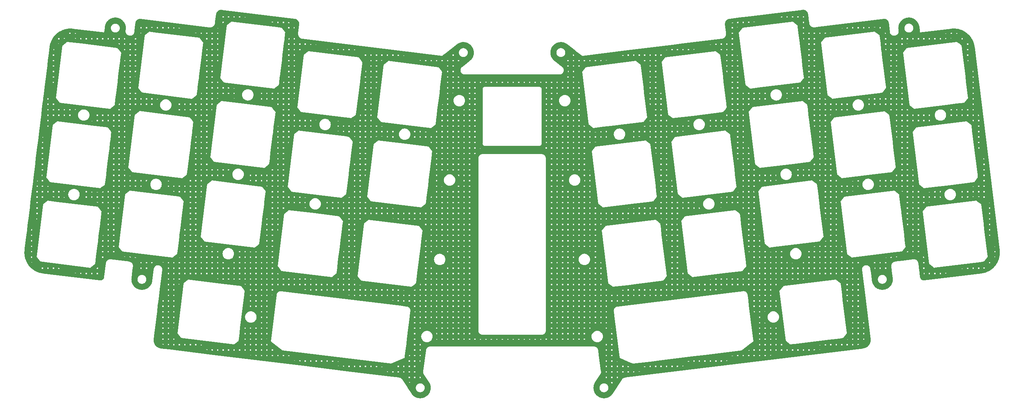
<source format=gtl>
G04 #@! TF.GenerationSoftware,KiCad,Pcbnew,7.0.10-7.0.10~ubuntu23.04.1*
G04 #@! TF.CreationDate,2024-02-06T19:10:38+00:00*
G04 #@! TF.ProjectId,le_capybara_plate,6c655f63-6170-4796-9261-72615f706c61,v0.1*
G04 #@! TF.SameCoordinates,PX8bd8a70PY50733a9*
G04 #@! TF.FileFunction,Copper,L1,Top*
G04 #@! TF.FilePolarity,Positive*
%FSLAX46Y46*%
G04 Gerber Fmt 4.6, Leading zero omitted, Abs format (unit mm)*
G04 Created by KiCad (PCBNEW 7.0.10-7.0.10~ubuntu23.04.1) date 2024-02-06 19:10:38*
%MOMM*%
%LPD*%
G01*
G04 APERTURE LIST*
G04 APERTURE END LIST*
G04 #@! TA.AperFunction,NonConductor*
G36*
X215811437Y-58985844D02*
G01*
X215868677Y-58992368D01*
X215886124Y-58994357D01*
X215924697Y-58999779D01*
X215995606Y-59009747D01*
X216003531Y-59011396D01*
X216039544Y-59021384D01*
X216087036Y-59034557D01*
X216147010Y-59054043D01*
X216186649Y-59066923D01*
X216193178Y-59069462D01*
X216263377Y-59101453D01*
X216272960Y-59105821D01*
X216276356Y-59107496D01*
X216284233Y-59111684D01*
X216365671Y-59154984D01*
X216370770Y-59158017D01*
X216407834Y-59182548D01*
X216444635Y-59206905D01*
X216448587Y-59209750D01*
X216527815Y-59271646D01*
X216531531Y-59274791D01*
X216596851Y-59334640D01*
X216601004Y-59338829D01*
X216668712Y-59414017D01*
X216671138Y-59416883D01*
X216674205Y-59420738D01*
X216725726Y-59485500D01*
X216729786Y-59491245D01*
X216785296Y-59580062D01*
X216790721Y-59589648D01*
X216827968Y-59655469D01*
X216831490Y-59662771D01*
X216872922Y-59765288D01*
X216899217Y-59835596D01*
X216904361Y-59853236D01*
X216933356Y-59989559D01*
X216942208Y-60033045D01*
X216942991Y-60037848D01*
X217089151Y-61228227D01*
X217192777Y-62072193D01*
X217190607Y-62085347D01*
X217198877Y-62124262D01*
X217199767Y-62129582D01*
X217211747Y-62226981D01*
X217211749Y-62226989D01*
X217233137Y-62301525D01*
X217233083Y-62310137D01*
X217240569Y-62328656D01*
X217242684Y-62334794D01*
X217263864Y-62408605D01*
X217270198Y-62422184D01*
X217291610Y-62468085D01*
X217303916Y-62494464D01*
X217305374Y-62504055D01*
X217315254Y-62519863D01*
X217318865Y-62526511D01*
X217330772Y-62552036D01*
X217332055Y-62554985D01*
X217345496Y-62588240D01*
X217360849Y-62605199D01*
X217400676Y-62664231D01*
X217404559Y-62669986D01*
X217407961Y-62680684D01*
X217420267Y-62694350D01*
X217425598Y-62701171D01*
X217432348Y-62711176D01*
X217449426Y-62736489D01*
X217449431Y-62736494D01*
X217452938Y-62740903D01*
X217456999Y-62746648D01*
X217461808Y-62754342D01*
X217478509Y-62767672D01*
X217532400Y-62825456D01*
X217538116Y-62836849D01*
X217548523Y-62844980D01*
X217562866Y-62858122D01*
X217578302Y-62874673D01*
X217578309Y-62874680D01*
X217584436Y-62879466D01*
X217600243Y-62894205D01*
X217604384Y-62898804D01*
X217621524Y-62908441D01*
X217683982Y-62957236D01*
X217692231Y-62968742D01*
X217702943Y-62974438D01*
X217721065Y-62986207D01*
X217727207Y-62991005D01*
X217747014Y-63001984D01*
X217763224Y-63012714D01*
X217769389Y-63017531D01*
X217786068Y-63023633D01*
X217855171Y-63061939D01*
X217866018Y-63072925D01*
X217880763Y-63077717D01*
X217887322Y-63080269D01*
X217892467Y-63082613D01*
X217892471Y-63082616D01*
X217903682Y-63086697D01*
X217932501Y-63097188D01*
X217940412Y-63100710D01*
X217952428Y-63107099D01*
X217967852Y-63110056D01*
X218041290Y-63136790D01*
X218054646Y-63146625D01*
X218096963Y-63152577D01*
X218100164Y-63153113D01*
X218127781Y-63158484D01*
X218135114Y-63160381D01*
X218148882Y-63164856D01*
X218162505Y-63165237D01*
X218255511Y-63183325D01*
X218332271Y-63186015D01*
X218338730Y-63186582D01*
X218354796Y-63188841D01*
X218366827Y-63187227D01*
X218414544Y-63188900D01*
X218444345Y-63189945D01*
X218444346Y-63189944D01*
X218444352Y-63189945D01*
X218524320Y-63180138D01*
X218524348Y-63180138D01*
X218538028Y-63178457D01*
X218538030Y-63178458D01*
X218541123Y-63178078D01*
X218546508Y-63177655D01*
X218577788Y-63176567D01*
X218594317Y-63171546D01*
X218907866Y-63133047D01*
X227378685Y-63133047D01*
X227378685Y-63435047D01*
X227680685Y-63435047D01*
X227680685Y-63133047D01*
X228678685Y-63133047D01*
X228678685Y-63435047D01*
X228980685Y-63435047D01*
X228980685Y-63133047D01*
X229978685Y-63133047D01*
X229978685Y-63435047D01*
X230280685Y-63435047D01*
X230280685Y-63392281D01*
X231278684Y-63392281D01*
X231580684Y-63355199D01*
X231580685Y-63133047D01*
X232578685Y-63133047D01*
X232578685Y-63232432D01*
X232754635Y-63211261D01*
X232778932Y-63210736D01*
X232880685Y-63218541D01*
X232880685Y-63133047D01*
X233878685Y-63133047D01*
X233878685Y-63435047D01*
X234180685Y-63435047D01*
X234180685Y-63133047D01*
X235178685Y-63133047D01*
X235178685Y-63435047D01*
X235240572Y-63435047D01*
X235203492Y-63133047D01*
X235178685Y-63133047D01*
X234180685Y-63133047D01*
X233878685Y-63133047D01*
X232880685Y-63133047D01*
X232578685Y-63133047D01*
X231580685Y-63133047D01*
X231278685Y-63133047D01*
X231278684Y-63392281D01*
X230280685Y-63392281D01*
X230280685Y-63133047D01*
X229978685Y-63133047D01*
X228980685Y-63133047D01*
X228678685Y-63133047D01*
X227680685Y-63133047D01*
X227378685Y-63133047D01*
X218907866Y-63133047D01*
X234931073Y-61165644D01*
X234931104Y-61165647D01*
X234957271Y-61162428D01*
X234962663Y-61162003D01*
X235006225Y-61160481D01*
X235132312Y-61157436D01*
X235152542Y-61158606D01*
X235221839Y-61168344D01*
X235316813Y-61184877D01*
X235333840Y-61189103D01*
X235398433Y-61210090D01*
X235405233Y-61212300D01*
X235408418Y-61213432D01*
X235448661Y-61228980D01*
X235496533Y-61247476D01*
X235503282Y-61250560D01*
X235575147Y-61288773D01*
X235579201Y-61291132D01*
X235650926Y-61336607D01*
X235657565Y-61340816D01*
X235662540Y-61344324D01*
X235727042Y-61394719D01*
X235731645Y-61398694D01*
X235798836Y-61462737D01*
X235802110Y-61466107D01*
X235809401Y-61474204D01*
X235856537Y-61526557D01*
X235861175Y-61532375D01*
X235915522Y-61609633D01*
X235917392Y-61612452D01*
X235957161Y-61676100D01*
X235965391Y-61691621D01*
X236004412Y-61779786D01*
X236030624Y-61844668D01*
X236036652Y-61864012D01*
X236063818Y-61985319D01*
X236073313Y-62030001D01*
X236074206Y-62035336D01*
X236339254Y-64193981D01*
X236336662Y-64209698D01*
X236345992Y-64251325D01*
X236347034Y-64257347D01*
X236348748Y-64271339D01*
X236348797Y-64271562D01*
X236357965Y-64346188D01*
X236372398Y-64393383D01*
X236374833Y-64401349D01*
X236376710Y-64407485D01*
X236376842Y-64419355D01*
X236386642Y-64441492D01*
X236389240Y-64448461D01*
X236408784Y-64512375D01*
X236409159Y-64513599D01*
X236446670Y-64587213D01*
X236449083Y-64600062D01*
X236459015Y-64614180D01*
X236468079Y-64629227D01*
X236479712Y-64652054D01*
X236488639Y-64669573D01*
X236488641Y-64669576D01*
X236488643Y-64669579D01*
X236547370Y-64747509D01*
X236552570Y-64761315D01*
X236563688Y-64771913D01*
X236577162Y-64787042D01*
X236581216Y-64792422D01*
X236593996Y-64809380D01*
X236597622Y-64813407D01*
X236597280Y-64813714D01*
X236608223Y-64826275D01*
X236610525Y-64829547D01*
X236630859Y-64843755D01*
X236635225Y-64847827D01*
X236675458Y-64885346D01*
X236683809Y-64899448D01*
X236695225Y-64906686D01*
X236713392Y-64920721D01*
X236722017Y-64928764D01*
X236722022Y-64928767D01*
X236722025Y-64928770D01*
X236729261Y-64933469D01*
X236731920Y-64935196D01*
X236749934Y-64949430D01*
X236754647Y-64953922D01*
X236775422Y-64963447D01*
X236806025Y-64983322D01*
X236826564Y-64996660D01*
X236838202Y-65010221D01*
X236848997Y-65014393D01*
X236863846Y-65021980D01*
X236864062Y-65021575D01*
X236868845Y-65024118D01*
X236894582Y-65035044D01*
X236912527Y-65044460D01*
X236920119Y-65049274D01*
X236940145Y-65054386D01*
X237029981Y-65092523D01*
X237060368Y-65099540D01*
X237074090Y-65102709D01*
X237090885Y-65107864D01*
X237101677Y-65112034D01*
X237120044Y-65113321D01*
X237151830Y-65120661D01*
X237200552Y-65131912D01*
X237268579Y-65135482D01*
X237275962Y-65136316D01*
X237294660Y-65139572D01*
X237311360Y-65137727D01*
X237375371Y-65141087D01*
X237462249Y-65130427D01*
X237462411Y-65130406D01*
X237464262Y-65130178D01*
X237470331Y-65129735D01*
X237490064Y-65129263D01*
X237496356Y-65130948D01*
X237505333Y-65129845D01*
X237516798Y-65125800D01*
X237534254Y-65121887D01*
X237540279Y-65120845D01*
X237541315Y-65120717D01*
X237541779Y-65120661D01*
X237541780Y-65120662D01*
X237542276Y-65120601D01*
X237542374Y-65120589D01*
X237542375Y-65120588D01*
X237554656Y-65119084D01*
X237554955Y-65119015D01*
X237629150Y-65109905D01*
X237684460Y-65092993D01*
X237690452Y-65091161D01*
X237702318Y-65091028D01*
X237724451Y-65081231D01*
X237731419Y-65078634D01*
X237796559Y-65058717D01*
X237870182Y-65021202D01*
X237883029Y-65018789D01*
X237897139Y-65008864D01*
X237912178Y-64999803D01*
X237952538Y-64979239D01*
X238030479Y-64920504D01*
X238044284Y-64915306D01*
X238054876Y-64904193D01*
X238070001Y-64890722D01*
X238092346Y-64873885D01*
X238092352Y-64873878D01*
X238096373Y-64870259D01*
X238096681Y-64870602D01*
X238109244Y-64859655D01*
X238112511Y-64857356D01*
X238126715Y-64837028D01*
X238168315Y-64792419D01*
X238182415Y-64784068D01*
X238189651Y-64772656D01*
X238203684Y-64754491D01*
X238211738Y-64745855D01*
X238218171Y-64735948D01*
X238218883Y-64735047D01*
X249478685Y-64735047D01*
X249780685Y-64735047D01*
X250778685Y-64735047D01*
X251080685Y-64735047D01*
X251080685Y-64483938D01*
X252078685Y-64483938D01*
X252078685Y-64735047D01*
X252380685Y-64735047D01*
X252380685Y-64537566D01*
X252220228Y-64507827D01*
X252078685Y-64483938D01*
X251080685Y-64483938D01*
X251080685Y-64470094D01*
X251017705Y-64475196D01*
X250922392Y-64486920D01*
X250922176Y-64486920D01*
X250778685Y-64504538D01*
X250778685Y-64735047D01*
X249780685Y-64735047D01*
X249780684Y-64627077D01*
X249478685Y-64664159D01*
X249478685Y-64735047D01*
X238218883Y-64735047D01*
X238232401Y-64717938D01*
X238236890Y-64713227D01*
X238246417Y-64692455D01*
X238279636Y-64641304D01*
X238293195Y-64629668D01*
X238297365Y-64618878D01*
X238304949Y-64604039D01*
X238304542Y-64603823D01*
X238307082Y-64599044D01*
X238307082Y-64599042D01*
X238307085Y-64599039D01*
X238318013Y-64573295D01*
X238327430Y-64555351D01*
X238332238Y-64547766D01*
X238337351Y-64527742D01*
X238375491Y-64437898D01*
X238385681Y-64393768D01*
X238390835Y-64376977D01*
X238394999Y-64366198D01*
X238396286Y-64347838D01*
X238414878Y-64267326D01*
X238418446Y-64199299D01*
X238419280Y-64191918D01*
X238422535Y-64173227D01*
X238420690Y-64156521D01*
X238424049Y-64092506D01*
X238413387Y-64005628D01*
X238413326Y-64005132D01*
X238413140Y-64003614D01*
X238412695Y-63997542D01*
X238411827Y-63961259D01*
X238405220Y-63939118D01*
X238369687Y-63649721D01*
X238369346Y-63646025D01*
X238357191Y-63449461D01*
X238351084Y-63346490D01*
X238351084Y-63341709D01*
X239807302Y-63341709D01*
X239813955Y-63409266D01*
X239811209Y-63423744D01*
X239813030Y-63432899D01*
X239815413Y-63457091D01*
X239815413Y-63461449D01*
X239820931Y-63480084D01*
X239827584Y-63547641D01*
X239827585Y-63547643D01*
X239847288Y-63612599D01*
X239847419Y-63627329D01*
X239850994Y-63635960D01*
X239858049Y-63659219D01*
X239858901Y-63663505D01*
X239867946Y-63680699D01*
X239887652Y-63745660D01*
X239887654Y-63745666D01*
X239919656Y-63805539D01*
X239922658Y-63819962D01*
X239927843Y-63827721D01*
X239939302Y-63849159D01*
X239940968Y-63853181D01*
X239953198Y-63868288D01*
X239985200Y-63928158D01*
X239985203Y-63928163D01*
X240028264Y-63980632D01*
X240034026Y-63994200D01*
X240040628Y-64000802D01*
X240056049Y-64019591D01*
X240058469Y-64023213D01*
X240073406Y-64035638D01*
X240116475Y-64088118D01*
X240168953Y-64131186D01*
X240177247Y-64143363D01*
X240185001Y-64148544D01*
X240203791Y-64163965D01*
X240206875Y-64167049D01*
X240223957Y-64176326D01*
X240228905Y-64180386D01*
X240276433Y-64219392D01*
X240276436Y-64219394D01*
X240294086Y-64228828D01*
X240336299Y-64251391D01*
X240346815Y-64261720D01*
X240355432Y-64265290D01*
X240376869Y-64276748D01*
X240380495Y-64279171D01*
X240399055Y-64284936D01*
X240458923Y-64316936D01*
X240458925Y-64316936D01*
X240458931Y-64316940D01*
X240487239Y-64325527D01*
X240523889Y-64336645D01*
X240536210Y-64344719D01*
X240545367Y-64346541D01*
X240568632Y-64353598D01*
X240572670Y-64355270D01*
X240591994Y-64357304D01*
X240605379Y-64361364D01*
X240656951Y-64377008D01*
X240724509Y-64383662D01*
X240738175Y-64389180D01*
X240747508Y-64389180D01*
X240771699Y-64391563D01*
X240775973Y-64392413D01*
X240795328Y-64390637D01*
X240862885Y-64397291D01*
X240930439Y-64390637D01*
X240944918Y-64393383D01*
X240954070Y-64391563D01*
X240978261Y-64389180D01*
X240982622Y-64389180D01*
X241001257Y-64383662D01*
X241068819Y-64377008D01*
X241133771Y-64357304D01*
X241148505Y-64357173D01*
X241157132Y-64353600D01*
X241180398Y-64346542D01*
X241184681Y-64345690D01*
X241201876Y-64336645D01*
X241266839Y-64316940D01*
X241266847Y-64316936D01*
X241283493Y-64308037D01*
X241326710Y-64284937D01*
X241341137Y-64281933D01*
X241348898Y-64276748D01*
X241370338Y-64265289D01*
X241374362Y-64263622D01*
X241389471Y-64251391D01*
X241389473Y-64251390D01*
X241449335Y-64219393D01*
X241501811Y-64176327D01*
X241515374Y-64170566D01*
X241521973Y-64163968D01*
X241540767Y-64148544D01*
X241544387Y-64146125D01*
X241556813Y-64131188D01*
X241609295Y-64088118D01*
X241652364Y-64035637D01*
X241664540Y-64027343D01*
X241669721Y-64019590D01*
X241685145Y-64000796D01*
X241688226Y-63997714D01*
X241697502Y-63980635D01*
X241740570Y-63928158D01*
X241772568Y-63868293D01*
X241782895Y-63857779D01*
X241786466Y-63849161D01*
X241797925Y-63827721D01*
X241800347Y-63824095D01*
X241806114Y-63805534D01*
X241835946Y-63749723D01*
X241838114Y-63745668D01*
X241838114Y-63745667D01*
X241838117Y-63745662D01*
X241857822Y-63680701D01*
X241865897Y-63668379D01*
X241867719Y-63659221D01*
X241874777Y-63635955D01*
X241876445Y-63631926D01*
X241878482Y-63612594D01*
X241883814Y-63595017D01*
X241898185Y-63547642D01*
X241906003Y-63468261D01*
X241906887Y-63462316D01*
X241910357Y-63444875D01*
X241910357Y-63444872D01*
X241910668Y-63443309D01*
X241910674Y-63443272D01*
X241913588Y-63428622D01*
X241911814Y-63409266D01*
X241918468Y-63341708D01*
X241911814Y-63274147D01*
X241914559Y-63259673D01*
X241911397Y-63243778D01*
X241911395Y-63243758D01*
X241910357Y-63238541D01*
X241906885Y-63221088D01*
X241906000Y-63215119D01*
X241898185Y-63135774D01*
X241883297Y-63086694D01*
X241878481Y-63070817D01*
X241878349Y-63056084D01*
X241874775Y-63047455D01*
X241867718Y-63024190D01*
X241866867Y-63019912D01*
X241857822Y-63002712D01*
X241845263Y-62961313D01*
X241838117Y-62937754D01*
X241815402Y-62895257D01*
X241806113Y-62877878D01*
X241803109Y-62863450D01*
X241797925Y-62855692D01*
X241786467Y-62834255D01*
X241784802Y-62830236D01*
X241772569Y-62815123D01*
X241744546Y-62762696D01*
X241740571Y-62755259D01*
X241740569Y-62755256D01*
X241697504Y-62702782D01*
X241691741Y-62689213D01*
X241685142Y-62682614D01*
X241669721Y-62663824D01*
X241667304Y-62660207D01*
X241652363Y-62647776D01*
X241609295Y-62595298D01*
X241556815Y-62552229D01*
X241548520Y-62540052D01*
X241540768Y-62534872D01*
X241521979Y-62519451D01*
X241518898Y-62516370D01*
X241501809Y-62507087D01*
X241449340Y-62464026D01*
X241449336Y-62464023D01*
X241449335Y-62464023D01*
X241389466Y-62432022D01*
X241378952Y-62421694D01*
X241370336Y-62418125D01*
X241348898Y-62406666D01*
X241345279Y-62404247D01*
X241326716Y-62398479D01*
X241266843Y-62366477D01*
X241266837Y-62366475D01*
X241201876Y-62346769D01*
X241189554Y-62338693D01*
X241180396Y-62336872D01*
X241157137Y-62329817D01*
X241153104Y-62328146D01*
X241133776Y-62326111D01*
X241068820Y-62306408D01*
X241068818Y-62306407D01*
X241001261Y-62299754D01*
X240987596Y-62294236D01*
X240978268Y-62294236D01*
X240954076Y-62291853D01*
X240949803Y-62291003D01*
X240930443Y-62292778D01*
X240862886Y-62286125D01*
X240862885Y-62286125D01*
X240837909Y-62288585D01*
X240795326Y-62292779D01*
X240780846Y-62290032D01*
X240771696Y-62291853D01*
X240747505Y-62294236D01*
X240743146Y-62294236D01*
X240724510Y-62299753D01*
X240656950Y-62306408D01*
X240656949Y-62306408D01*
X240591991Y-62326112D01*
X240577257Y-62326243D01*
X240568627Y-62329818D01*
X240545369Y-62336873D01*
X240541091Y-62337723D01*
X240523893Y-62346769D01*
X240458932Y-62366475D01*
X240458930Y-62366476D01*
X240399050Y-62398481D01*
X240384625Y-62401483D01*
X240376870Y-62406666D01*
X240355435Y-62418123D01*
X240351417Y-62419787D01*
X240336304Y-62432021D01*
X240276435Y-62464023D01*
X240223954Y-62507091D01*
X240210390Y-62512851D01*
X240203791Y-62519450D01*
X240185005Y-62534867D01*
X240181384Y-62537286D01*
X240168956Y-62552226D01*
X240116474Y-62595297D01*
X240073403Y-62647779D01*
X240061225Y-62656073D01*
X240056044Y-62663828D01*
X240040627Y-62682614D01*
X240037544Y-62685696D01*
X240028268Y-62702777D01*
X239985200Y-62755258D01*
X239953198Y-62815127D01*
X239942869Y-62825641D01*
X239939300Y-62834258D01*
X239927843Y-62855693D01*
X239925424Y-62859312D01*
X239919658Y-62877873D01*
X239887653Y-62937753D01*
X239887652Y-62937755D01*
X239867946Y-63002716D01*
X239859871Y-63015037D01*
X239858050Y-63024192D01*
X239850995Y-63047450D01*
X239849322Y-63051487D01*
X239847289Y-63070814D01*
X239827585Y-63135772D01*
X239827585Y-63135773D01*
X239820931Y-63203331D01*
X239815413Y-63216996D01*
X239815413Y-63226328D01*
X239813030Y-63250519D01*
X239812179Y-63254795D01*
X239813955Y-63274147D01*
X239807302Y-63341705D01*
X239807302Y-63341709D01*
X238351084Y-63341709D01*
X238351084Y-63339193D01*
X238360999Y-63171545D01*
X238361953Y-63157189D01*
X238369896Y-63037591D01*
X238370756Y-63030638D01*
X238399897Y-62870408D01*
X238426533Y-62733376D01*
X238428166Y-62726885D01*
X238475808Y-62573270D01*
X238520116Y-62438505D01*
X238522435Y-62432519D01*
X238587798Y-62286765D01*
X238588103Y-62286125D01*
X238649245Y-62157360D01*
X238652107Y-62152029D01*
X238734276Y-62015692D01*
X238811918Y-61894287D01*
X238815245Y-61889589D01*
X238913022Y-61764440D01*
X239005674Y-61653237D01*
X239009361Y-61649194D01*
X239121321Y-61536932D01*
X239164180Y-61496966D01*
X239227547Y-61437875D01*
X239231516Y-61434475D01*
X239356107Y-61336594D01*
X239474221Y-61251409D01*
X239478265Y-61248730D01*
X239612582Y-61167286D01*
X239614930Y-61165935D01*
X239741896Y-61096712D01*
X239745988Y-61094675D01*
X239888989Y-61030085D01*
X239891778Y-61028909D01*
X240026517Y-60976106D01*
X240030552Y-60974685D01*
X240180206Y-60927830D01*
X240183450Y-60926914D01*
X240323754Y-60891411D01*
X240327651Y-60890559D01*
X240481829Y-60862091D01*
X240485463Y-60861534D01*
X240629145Y-60843892D01*
X240632786Y-60843556D01*
X240789250Y-60833881D01*
X240793252Y-60833764D01*
X240938000Y-60834270D01*
X240941347Y-60834374D01*
X241097878Y-60843632D01*
X241102170Y-60844037D01*
X241245647Y-60862671D01*
X241248670Y-60863143D01*
X241403014Y-60891213D01*
X241407519Y-60892208D01*
X241547400Y-60928645D01*
X241550113Y-60929419D01*
X241700017Y-60975911D01*
X241704669Y-60977560D01*
X241839873Y-61031637D01*
X241984426Y-61096462D01*
X241989112Y-61098806D01*
X242116104Y-61169199D01*
X242210023Y-61225803D01*
X242251907Y-61251047D01*
X242256522Y-61254118D01*
X242373305Y-61339590D01*
X242498399Y-61437324D01*
X242502822Y-61441128D01*
X242537799Y-61474204D01*
X242607538Y-61540154D01*
X242720183Y-61652498D01*
X242724313Y-61657047D01*
X242815226Y-61767726D01*
X242913878Y-61893299D01*
X242917590Y-61898566D01*
X242993213Y-62018652D01*
X243076562Y-62156114D01*
X243079740Y-62162062D01*
X243138739Y-62288585D01*
X243175755Y-62370536D01*
X243205715Y-62436867D01*
X243205753Y-62436950D01*
X243208283Y-62443524D01*
X243214082Y-62461584D01*
X243249380Y-62571528D01*
X243254987Y-62589437D01*
X243299490Y-62731584D01*
X243301266Y-62738710D01*
X243321126Y-62844834D01*
X243355912Y-63033233D01*
X243356480Y-63036935D01*
X243475375Y-64005253D01*
X243519100Y-64361364D01*
X243519547Y-64365000D01*
X243519526Y-64365276D01*
X243522511Y-64389488D01*
X243522715Y-64389848D01*
X243522716Y-64389849D01*
X243523012Y-64389930D01*
X250887570Y-63485675D01*
X250887602Y-63485678D01*
X250915979Y-63482187D01*
X250915980Y-63482188D01*
X250916465Y-63482128D01*
X250916476Y-63482127D01*
X250916476Y-63482128D01*
X251123063Y-63465394D01*
X251332069Y-63448973D01*
X251337021Y-63448784D01*
X251546643Y-63449171D01*
X251756929Y-63451010D01*
X251761520Y-63451224D01*
X251972656Y-63469112D01*
X252179960Y-63489076D01*
X252184287Y-63489648D01*
X252394225Y-63525079D01*
X252598238Y-63562892D01*
X252602200Y-63563764D01*
X252809129Y-63616571D01*
X253008692Y-63671916D01*
X253012355Y-63673056D01*
X253034486Y-63680699D01*
X253214595Y-63742901D01*
X253408419Y-63815370D01*
X253411704Y-63816707D01*
X253607785Y-63903146D01*
X253660234Y-63928163D01*
X253778743Y-63984689D01*
X253794520Y-63992214D01*
X253797438Y-63993702D01*
X253811757Y-64001485D01*
X253985920Y-64096151D01*
X254161056Y-64199314D01*
X254164199Y-64201165D01*
X254166723Y-64202734D01*
X254346311Y-64320535D01*
X254414539Y-64369203D01*
X254515923Y-64441519D01*
X254528293Y-64451183D01*
X254686320Y-64574646D01*
X254769135Y-64645375D01*
X254844789Y-64709990D01*
X255002476Y-64855685D01*
X255004622Y-64857766D01*
X255128009Y-64983322D01*
X255147831Y-65003493D01*
X255149680Y-65005374D01*
X255287873Y-65156044D01*
X255294669Y-65163453D01*
X255296818Y-65165924D01*
X255428419Y-65325565D01*
X255559723Y-65494901D01*
X255561822Y-65497775D01*
X255638006Y-65608619D01*
X255679038Y-65668319D01*
X255699032Y-65699045D01*
X255795729Y-65847642D01*
X255797724Y-65850928D01*
X255899699Y-66031159D01*
X256000985Y-66219138D01*
X256002822Y-66222836D01*
X256088849Y-66411594D01*
X256174019Y-66606731D01*
X256175640Y-66610836D01*
X256245146Y-66807102D01*
X256274576Y-66893337D01*
X256296850Y-66958606D01*
X256313572Y-67007603D01*
X256314920Y-67012105D01*
X256367595Y-67215764D01*
X256418647Y-67418914D01*
X256419667Y-67423792D01*
X256456225Y-67642223D01*
X256487851Y-67833889D01*
X262424597Y-116184807D01*
X262424598Y-116184819D01*
X262424878Y-116187100D01*
X262442923Y-116409781D01*
X262458048Y-116601776D01*
X262458239Y-116606759D01*
X262457838Y-116828245D01*
X262456112Y-117026503D01*
X262455893Y-117031197D01*
X262437373Y-117249868D01*
X262418151Y-117449530D01*
X262417572Y-117453906D01*
X262381190Y-117669506D01*
X262344450Y-117867756D01*
X262343562Y-117871789D01*
X262289584Y-118083320D01*
X262235542Y-118278194D01*
X262234400Y-118281864D01*
X262163198Y-118488045D01*
X262092218Y-118677893D01*
X262090876Y-118681190D01*
X262002907Y-118880743D01*
X261915528Y-119063938D01*
X261914040Y-119066856D01*
X261809874Y-119258498D01*
X261706753Y-119433561D01*
X261705174Y-119436100D01*
X261585484Y-119618568D01*
X261466604Y-119785231D01*
X261331344Y-119958356D01*
X261198393Y-120114019D01*
X261050299Y-120274298D01*
X261048217Y-120276445D01*
X260903293Y-120418860D01*
X260742550Y-120566288D01*
X260740079Y-120568437D01*
X260583456Y-120697545D01*
X260411101Y-120831182D01*
X260408227Y-120833281D01*
X260241217Y-120948062D01*
X260058385Y-121067029D01*
X260055099Y-121069025D01*
X259879059Y-121168621D01*
X259686892Y-121272155D01*
X259683194Y-121273992D01*
X259499746Y-121357591D01*
X259299316Y-121445064D01*
X259295210Y-121446685D01*
X259106147Y-121513631D01*
X258898453Y-121584501D01*
X258893951Y-121585849D01*
X258701927Y-121635505D01*
X258487168Y-121689464D01*
X258482289Y-121690484D01*
X258297372Y-121721423D01*
X258148030Y-121746058D01*
X258071929Y-121758612D01*
X258071337Y-121758710D01*
X244610518Y-123411490D01*
X244605119Y-123411914D01*
X244561544Y-123413433D01*
X244435540Y-123416467D01*
X244415289Y-123415295D01*
X244345818Y-123405527D01*
X244251045Y-123389022D01*
X244233995Y-123384790D01*
X244162493Y-123361554D01*
X244159307Y-123360421D01*
X244071338Y-123326429D01*
X244064569Y-123323335D01*
X243992641Y-123285086D01*
X243988549Y-123282705D01*
X243910300Y-123233092D01*
X243905330Y-123229587D01*
X243840742Y-123179124D01*
X243836153Y-123175162D01*
X243769065Y-123111218D01*
X243765766Y-123107823D01*
X243711263Y-123047292D01*
X243706624Y-123041473D01*
X243652366Y-122964346D01*
X243650506Y-122961543D01*
X243610643Y-122897752D01*
X243602421Y-122882248D01*
X243563488Y-122794296D01*
X243537185Y-122729201D01*
X243531157Y-122709865D01*
X243513981Y-122633196D01*
X243504116Y-122589162D01*
X243494482Y-122543851D01*
X243493588Y-122538511D01*
X243382411Y-121633047D01*
X244387906Y-121633047D01*
X244424987Y-121935047D01*
X244580685Y-121935047D01*
X244580685Y-121633047D01*
X245578685Y-121633047D01*
X245578685Y-121935047D01*
X245880685Y-121935047D01*
X245880685Y-121633047D01*
X246878685Y-121633047D01*
X246878685Y-121935047D01*
X247180685Y-121935047D01*
X247180685Y-121633047D01*
X248178685Y-121633047D01*
X248178685Y-121935047D01*
X248446072Y-121935047D01*
X248480685Y-121930797D01*
X248480685Y-121633047D01*
X249478685Y-121633047D01*
X249478685Y-121808258D01*
X249780685Y-121771176D01*
X249780685Y-121633047D01*
X250778685Y-121633047D01*
X250778685Y-121648638D01*
X250905663Y-121633047D01*
X250778685Y-121633047D01*
X249780685Y-121633047D01*
X249478685Y-121633047D01*
X248480685Y-121633047D01*
X248178685Y-121633047D01*
X247180685Y-121633047D01*
X246878685Y-121633047D01*
X245880685Y-121633047D01*
X245578685Y-121633047D01*
X244580685Y-121633047D01*
X244387906Y-121633047D01*
X243382411Y-121633047D01*
X243222791Y-120333047D01*
X244278685Y-120333047D01*
X244278685Y-120635047D01*
X244580685Y-120635047D01*
X253378685Y-120635047D01*
X253680685Y-120635047D01*
X254678685Y-120635047D01*
X254980685Y-120635047D01*
X254980685Y-120385026D01*
X254678685Y-120422107D01*
X254678685Y-120635047D01*
X253680685Y-120635047D01*
X253680685Y-120544646D01*
X253378685Y-120581727D01*
X253378685Y-120635047D01*
X244580685Y-120635047D01*
X244580685Y-120333047D01*
X244278685Y-120333047D01*
X243222791Y-120333047D01*
X243100156Y-119334261D01*
X243102722Y-119318699D01*
X243093484Y-119277466D01*
X243092447Y-119271473D01*
X243092187Y-119269356D01*
X243092186Y-119269354D01*
X243090703Y-119257278D01*
X243090649Y-119257035D01*
X243081512Y-119182576D01*
X243062774Y-119121276D01*
X243062643Y-119109403D01*
X243052841Y-119087253D01*
X243050243Y-119080278D01*
X243035806Y-119033047D01*
X244278685Y-119033047D01*
X244278685Y-119335047D01*
X244580685Y-119335047D01*
X244580685Y-119033047D01*
X244278685Y-119033047D01*
X243035806Y-119033047D01*
X243030338Y-119015157D01*
X243030337Y-119015155D01*
X242992823Y-118941520D01*
X242990410Y-118928669D01*
X242980485Y-118914559D01*
X242971419Y-118899507D01*
X242964913Y-118886736D01*
X242950868Y-118859168D01*
X242950866Y-118859165D01*
X242892126Y-118781209D01*
X242886925Y-118767400D01*
X242875810Y-118756805D01*
X242862331Y-118741668D01*
X242845515Y-118719351D01*
X242841897Y-118715333D01*
X242842239Y-118715024D01*
X242831298Y-118702464D01*
X242829001Y-118699198D01*
X242808664Y-118684985D01*
X242764041Y-118643372D01*
X242755688Y-118629267D01*
X242744273Y-118622030D01*
X242726105Y-118607993D01*
X242717489Y-118599958D01*
X242717480Y-118599952D01*
X242707595Y-118593532D01*
X242689578Y-118579296D01*
X242684870Y-118574809D01*
X242664086Y-118565276D01*
X242612922Y-118532049D01*
X242601283Y-118518487D01*
X242590487Y-118514316D01*
X242575655Y-118506738D01*
X242575439Y-118507146D01*
X242570659Y-118504604D01*
X242544933Y-118493684D01*
X242526989Y-118484268D01*
X242519405Y-118479459D01*
X242499365Y-118474343D01*
X242409511Y-118436203D01*
X242409509Y-118436202D01*
X242365417Y-118426024D01*
X242348621Y-118420870D01*
X242337839Y-118416704D01*
X242319467Y-118415417D01*
X242251331Y-118399689D01*
X242238932Y-118396827D01*
X242238931Y-118396826D01*
X242238930Y-118396826D01*
X242170938Y-118393266D01*
X242163544Y-118392432D01*
X242144855Y-118389179D01*
X242128148Y-118391024D01*
X242064106Y-118387671D01*
X241977325Y-118398330D01*
X241977324Y-118398330D01*
X241975220Y-118398588D01*
X241969152Y-118399033D01*
X241932828Y-118399906D01*
X241910696Y-118406510D01*
X239330004Y-118723380D01*
X237644694Y-118930310D01*
X237628763Y-118932266D01*
X237613251Y-118929708D01*
X237572235Y-118938898D01*
X237566424Y-118939913D01*
X237564335Y-118940175D01*
X237564319Y-118940178D01*
X237564057Y-118940211D01*
X237564056Y-118940211D01*
X237555585Y-118941278D01*
X237477279Y-118950888D01*
X237477269Y-118950890D01*
X237415976Y-118969625D01*
X237404103Y-118969756D01*
X237381953Y-118979558D01*
X237374980Y-118982156D01*
X237309857Y-119002062D01*
X237309855Y-119002062D01*
X237236213Y-119039580D01*
X237223362Y-119041992D01*
X237209243Y-119051924D01*
X237194194Y-119060988D01*
X237153869Y-119081532D01*
X237075906Y-119140277D01*
X237062095Y-119145477D01*
X237051501Y-119156592D01*
X237036370Y-119170067D01*
X237014053Y-119186883D01*
X237010029Y-119190507D01*
X237009722Y-119190166D01*
X236997166Y-119201100D01*
X236993900Y-119203397D01*
X236979686Y-119223736D01*
X236938075Y-119268356D01*
X236923971Y-119276708D01*
X236916735Y-119288122D01*
X236902698Y-119306291D01*
X236894660Y-119314909D01*
X236894650Y-119314923D01*
X236888236Y-119324799D01*
X236874005Y-119342810D01*
X236869514Y-119347521D01*
X236859984Y-119368304D01*
X236826753Y-119419474D01*
X236813192Y-119431111D01*
X236809021Y-119441908D01*
X236801447Y-119456735D01*
X236801853Y-119456951D01*
X236799310Y-119461733D01*
X236788393Y-119487452D01*
X236778977Y-119505396D01*
X236774161Y-119512991D01*
X236769044Y-119533035D01*
X236764941Y-119542703D01*
X236730904Y-119622889D01*
X236730901Y-119622897D01*
X236720724Y-119666985D01*
X236715570Y-119683780D01*
X236711404Y-119694562D01*
X236710117Y-119712939D01*
X236691527Y-119793470D01*
X236687967Y-119861459D01*
X236687133Y-119868853D01*
X236683877Y-119887555D01*
X236685725Y-119904265D01*
X236684106Y-119935189D01*
X236682450Y-119966813D01*
X236682372Y-119968293D01*
X236693289Y-120057178D01*
X236693734Y-120063249D01*
X236694607Y-120099573D01*
X236701211Y-120121698D01*
X236817749Y-121070817D01*
X237035263Y-122842336D01*
X237035264Y-122842345D01*
X237035317Y-122842777D01*
X237035661Y-122846507D01*
X237048911Y-123060731D01*
X237053861Y-123143890D01*
X237053863Y-123151240D01*
X237043420Y-123327879D01*
X237035229Y-123451216D01*
X237034364Y-123458206D01*
X237004268Y-123623704D01*
X236978966Y-123753879D01*
X236977321Y-123760419D01*
X236928567Y-123917628D01*
X236885942Y-124047278D01*
X236883614Y-124053286D01*
X236817043Y-124201742D01*
X236757571Y-124326990D01*
X236754665Y-124332402D01*
X236671284Y-124470757D01*
X236595811Y-124588771D01*
X236592434Y-124593540D01*
X236493436Y-124720255D01*
X236403134Y-124828642D01*
X236399397Y-124832740D01*
X236286160Y-124946283D01*
X236182473Y-125042975D01*
X236178489Y-125046386D01*
X236052589Y-125145298D01*
X235937165Y-125228546D01*
X235933042Y-125231276D01*
X235797505Y-125313461D01*
X235795037Y-125314881D01*
X235670926Y-125382549D01*
X235666767Y-125384618D01*
X235522536Y-125449766D01*
X235519636Y-125450988D01*
X235387848Y-125502635D01*
X235383749Y-125504077D01*
X235232805Y-125551337D01*
X235229489Y-125552275D01*
X235092209Y-125587011D01*
X235088257Y-125587875D01*
X234932779Y-125616584D01*
X234929076Y-125617152D01*
X234788472Y-125634417D01*
X234784741Y-125634761D01*
X234626937Y-125644518D01*
X234622894Y-125644636D01*
X234481286Y-125644143D01*
X234477840Y-125644035D01*
X234319932Y-125634695D01*
X234315606Y-125634287D01*
X234175285Y-125616062D01*
X234172176Y-125615577D01*
X234016427Y-125587251D01*
X234011890Y-125586249D01*
X233875122Y-125550623D01*
X233872385Y-125549842D01*
X233720980Y-125502885D01*
X233716319Y-125501233D01*
X233584175Y-125448378D01*
X233438092Y-125382866D01*
X233433401Y-125380519D01*
X233309403Y-125311783D01*
X233172051Y-125229002D01*
X233167443Y-125225936D01*
X233113092Y-125186157D01*
X233053602Y-125142615D01*
X232935933Y-125050681D01*
X232926880Y-125043607D01*
X232922460Y-125039805D01*
X232827136Y-124949660D01*
X232820671Y-124943546D01*
X232706309Y-124829488D01*
X232702179Y-124824940D01*
X232616481Y-124720608D01*
X232614153Y-124717773D01*
X232519955Y-124597868D01*
X232513660Y-124589855D01*
X232509955Y-124584599D01*
X232437213Y-124469083D01*
X232435304Y-124465934D01*
X232351869Y-124328329D01*
X232348709Y-124322413D01*
X232292674Y-124202242D01*
X232223419Y-124048909D01*
X232220895Y-124042351D01*
X232183104Y-123924639D01*
X232172672Y-123891318D01*
X232130233Y-123755761D01*
X232128463Y-123748655D01*
X232113975Y-123671231D01*
X232079956Y-123486974D01*
X232074076Y-123455130D01*
X232073510Y-123451449D01*
X232036406Y-123149258D01*
X233499094Y-123149258D01*
X233505747Y-123216814D01*
X233503002Y-123231286D01*
X233504823Y-123240440D01*
X233507205Y-123264631D01*
X233507205Y-123268998D01*
X233512723Y-123287633D01*
X233519376Y-123355189D01*
X233539084Y-123420158D01*
X233539215Y-123434893D01*
X233542783Y-123443507D01*
X233549838Y-123466765D01*
X233550688Y-123471042D01*
X233559737Y-123488244D01*
X233575407Y-123539899D01*
X233579446Y-123553212D01*
X233581616Y-123557271D01*
X233611448Y-123613084D01*
X233614450Y-123627507D01*
X233619631Y-123635260D01*
X233631089Y-123656696D01*
X233632758Y-123660725D01*
X233644987Y-123675832D01*
X233665805Y-123714780D01*
X233676990Y-123735705D01*
X233676991Y-123735707D01*
X233720062Y-123788190D01*
X233725821Y-123801751D01*
X233732408Y-123808338D01*
X233747830Y-123827130D01*
X233750252Y-123830754D01*
X233765198Y-123843188D01*
X233808264Y-123895666D01*
X233815729Y-123901792D01*
X233860742Y-123938733D01*
X233860745Y-123938735D01*
X233869044Y-123950918D01*
X233876802Y-123956102D01*
X233895594Y-123971525D01*
X233898666Y-123974597D01*
X233915743Y-123983871D01*
X233968227Y-124026943D01*
X234028099Y-124058945D01*
X234038610Y-124069269D01*
X234047232Y-124072841D01*
X234068672Y-124084301D01*
X234072298Y-124086723D01*
X234090851Y-124092487D01*
X234150719Y-124124487D01*
X234150723Y-124124489D01*
X234215687Y-124144195D01*
X234228014Y-124152274D01*
X234237164Y-124154094D01*
X234260428Y-124161151D01*
X234264451Y-124162817D01*
X234283778Y-124164850D01*
X234348744Y-124184558D01*
X234416302Y-124191212D01*
X234429968Y-124196730D01*
X234439310Y-124196730D01*
X234463500Y-124199112D01*
X234467779Y-124199963D01*
X234487121Y-124198187D01*
X234554678Y-124204841D01*
X234622232Y-124198187D01*
X234636704Y-124200932D01*
X234645855Y-124199112D01*
X234670045Y-124196730D01*
X234674415Y-124196730D01*
X234693050Y-124191212D01*
X234760612Y-124184558D01*
X234825577Y-124164850D01*
X234840309Y-124164719D01*
X234848921Y-124161152D01*
X234872190Y-124154094D01*
X234876466Y-124153243D01*
X234893666Y-124144196D01*
X234958633Y-124124489D01*
X235018503Y-124092487D01*
X235032925Y-124089484D01*
X235040682Y-124084302D01*
X235062120Y-124072843D01*
X235066150Y-124071173D01*
X235081250Y-124058948D01*
X235141129Y-124026943D01*
X235193609Y-123983873D01*
X235207170Y-123978114D01*
X235213756Y-123971528D01*
X235232552Y-123956102D01*
X235236173Y-123953682D01*
X235248604Y-123938740D01*
X235301089Y-123895668D01*
X235344159Y-123843186D01*
X235356339Y-123834889D01*
X235361523Y-123827131D01*
X235376949Y-123808335D01*
X235380019Y-123805264D01*
X235389293Y-123788190D01*
X235432364Y-123735708D01*
X235464367Y-123675833D01*
X235474692Y-123665321D01*
X235478264Y-123656699D01*
X235489723Y-123635261D01*
X235492142Y-123631640D01*
X235497907Y-123613084D01*
X235529910Y-123553212D01*
X235549616Y-123488247D01*
X235557695Y-123475919D01*
X235559515Y-123466769D01*
X235566573Y-123443500D01*
X235568236Y-123439484D01*
X235570271Y-123420158D01*
X235589979Y-123355191D01*
X235597795Y-123275824D01*
X235598677Y-123269885D01*
X235602151Y-123252424D01*
X235602151Y-123252420D01*
X235602579Y-123250270D01*
X235602589Y-123250205D01*
X235605382Y-123236161D01*
X235603608Y-123216814D01*
X235610262Y-123149257D01*
X235603607Y-123081698D01*
X235606352Y-123067225D01*
X235602488Y-123047798D01*
X235602481Y-123047752D01*
X235602151Y-123046093D01*
X235602151Y-123046090D01*
X235598679Y-123028637D01*
X235597794Y-123022668D01*
X235589979Y-122943323D01*
X235570271Y-122878357D01*
X235570140Y-122863621D01*
X235566572Y-122855007D01*
X235559515Y-122831743D01*
X235558665Y-122827473D01*
X235549617Y-122810268D01*
X235529910Y-122745302D01*
X235529908Y-122745298D01*
X235497908Y-122685430D01*
X235494905Y-122671008D01*
X235489722Y-122663251D01*
X235478262Y-122641811D01*
X235476595Y-122637786D01*
X235464367Y-122622680D01*
X235432364Y-122562806D01*
X235389292Y-122510323D01*
X235383532Y-122496759D01*
X235376946Y-122490173D01*
X235361523Y-122471381D01*
X235359105Y-122467762D01*
X235344156Y-122455324D01*
X235301087Y-122402843D01*
X235248609Y-122359777D01*
X235240308Y-122347592D01*
X235232551Y-122342409D01*
X235213759Y-122326987D01*
X235210690Y-122323918D01*
X235193611Y-122314641D01*
X235141128Y-122271570D01*
X235141126Y-122271569D01*
X235120201Y-122260384D01*
X235081254Y-122239567D01*
X235070740Y-122229240D01*
X235062117Y-122225668D01*
X235040681Y-122214210D01*
X235037065Y-122211793D01*
X235018505Y-122206027D01*
X234969147Y-122179645D01*
X234958633Y-122174025D01*
X234945320Y-122169986D01*
X234893665Y-122154316D01*
X234881338Y-122146237D01*
X234872186Y-122144417D01*
X234848928Y-122137362D01*
X234844913Y-122135699D01*
X234825579Y-122133663D01*
X234760610Y-122113955D01*
X234760611Y-122113955D01*
X234693054Y-122107302D01*
X234679389Y-122101784D01*
X234670053Y-122101784D01*
X234645863Y-122099402D01*
X234641588Y-122098551D01*
X234622235Y-122100326D01*
X234554679Y-122093673D01*
X234554677Y-122093673D01*
X234487119Y-122100326D01*
X234472646Y-122097581D01*
X234463492Y-122099402D01*
X234439302Y-122101784D01*
X234434939Y-122101784D01*
X234416303Y-122107301D01*
X234348743Y-122113956D01*
X234348741Y-122113956D01*
X234283773Y-122133663D01*
X234269039Y-122133794D01*
X234260425Y-122137362D01*
X234237169Y-122144416D01*
X234232901Y-122145265D01*
X234215689Y-122154317D01*
X234150727Y-122174023D01*
X234150722Y-122174025D01*
X234090846Y-122206028D01*
X234076425Y-122209030D01*
X234068671Y-122214211D01*
X234047239Y-122225666D01*
X234043212Y-122227333D01*
X234028102Y-122239567D01*
X233968224Y-122271572D01*
X233915744Y-122314641D01*
X233902181Y-122320400D01*
X233895594Y-122326988D01*
X233876806Y-122342407D01*
X233873184Y-122344826D01*
X233860749Y-122359774D01*
X233808267Y-122402846D01*
X233765195Y-122455328D01*
X233753012Y-122463626D01*
X233747828Y-122471385D01*
X233732409Y-122490173D01*
X233729340Y-122493241D01*
X233720062Y-122510323D01*
X233676993Y-122562803D01*
X233644988Y-122622681D01*
X233634658Y-122633196D01*
X233631087Y-122641818D01*
X233619632Y-122663250D01*
X233617212Y-122666871D01*
X233611449Y-122685425D01*
X233579446Y-122745301D01*
X233579444Y-122745306D01*
X233559738Y-122810268D01*
X233551657Y-122822598D01*
X233549837Y-122831748D01*
X233542783Y-122855004D01*
X233541117Y-122859024D01*
X233539084Y-122878352D01*
X233519377Y-122943320D01*
X233519377Y-122943322D01*
X233512723Y-123010880D01*
X233507205Y-123024545D01*
X233507205Y-123033880D01*
X233504823Y-123058069D01*
X233503971Y-123062348D01*
X233505747Y-123081698D01*
X233499094Y-123149255D01*
X233499094Y-123149258D01*
X232036406Y-123149258D01*
X231850238Y-121633047D01*
X232855733Y-121633047D01*
X232880684Y-121836257D01*
X232880685Y-121633047D01*
X232855733Y-121633047D01*
X231850238Y-121633047D01*
X231737732Y-120716759D01*
X231737740Y-120716713D01*
X231734623Y-120691329D01*
X231735558Y-120685654D01*
X231732610Y-120672491D01*
X231731573Y-120666493D01*
X231731311Y-120664360D01*
X231731312Y-120664360D01*
X231720013Y-120572344D01*
X231696108Y-120496939D01*
X231695987Y-120491254D01*
X231691445Y-120480993D01*
X231689040Y-120474643D01*
X231663983Y-120395600D01*
X231630475Y-120333047D01*
X232717350Y-120333047D01*
X232742755Y-120390444D01*
X232751889Y-120459714D01*
X232744830Y-120485843D01*
X232724919Y-120536693D01*
X232746947Y-120635047D01*
X232880685Y-120635047D01*
X232880685Y-120333047D01*
X233878685Y-120333047D01*
X233878685Y-120635047D01*
X234180685Y-120635047D01*
X234180685Y-120333047D01*
X235178685Y-120333047D01*
X235178685Y-120635047D01*
X235480685Y-120635047D01*
X235480685Y-120333047D01*
X235178685Y-120333047D01*
X234180685Y-120333047D01*
X233878685Y-120333047D01*
X232880685Y-120333047D01*
X232717350Y-120333047D01*
X231630475Y-120333047D01*
X231623004Y-120319100D01*
X231621582Y-120312303D01*
X231614446Y-120302158D01*
X231610499Y-120295756D01*
X231605873Y-120287121D01*
X231576432Y-120232159D01*
X231517703Y-120159025D01*
X231514560Y-120151400D01*
X231504844Y-120142139D01*
X231499280Y-120136083D01*
X231460339Y-120087590D01*
X231460335Y-120087586D01*
X231460332Y-120087583D01*
X231384025Y-120022073D01*
X231378851Y-120014103D01*
X231370709Y-120008941D01*
X231356335Y-119998300D01*
X231319666Y-119966819D01*
X231319662Y-119966816D01*
X231319658Y-119966813D01*
X231226807Y-119913079D01*
X231219448Y-119905346D01*
X231210421Y-119901858D01*
X231193005Y-119893517D01*
X231159181Y-119873943D01*
X231159180Y-119873942D01*
X231159167Y-119873935D01*
X231157779Y-119873295D01*
X231150552Y-119869359D01*
X231144669Y-119865629D01*
X231122803Y-119861082D01*
X231051790Y-119835976D01*
X231042251Y-119829087D01*
X231032913Y-119827462D01*
X231012848Y-119822208D01*
X230984372Y-119812140D01*
X230978814Y-119810737D01*
X230978907Y-119810365D01*
X230961616Y-119805730D01*
X230961122Y-119805539D01*
X230939755Y-119805168D01*
X230865317Y-119793535D01*
X230853759Y-119788085D01*
X230844670Y-119788303D01*
X230822556Y-119786853D01*
X230803177Y-119783825D01*
X230801181Y-119783513D01*
X230801180Y-119783513D01*
X230801172Y-119783512D01*
X230796024Y-119783666D01*
X230771071Y-119781884D01*
X230769486Y-119781608D01*
X230749464Y-119785052D01*
X230683933Y-119787004D01*
X230674151Y-119787295D01*
X230660884Y-119783825D01*
X230652548Y-119785693D01*
X230629143Y-119788636D01*
X230615849Y-119789032D01*
X230602857Y-119791863D01*
X230579438Y-119794669D01*
X230576820Y-119794731D01*
X230558863Y-119801450D01*
X230485243Y-119817494D01*
X230470704Y-119816459D01*
X230463499Y-119819649D01*
X230439726Y-119827413D01*
X230434703Y-119828507D01*
X230434690Y-119828511D01*
X230414761Y-119836923D01*
X230393650Y-119843682D01*
X230390193Y-119844456D01*
X230374882Y-119853753D01*
X230305475Y-119883046D01*
X230290212Y-119884790D01*
X230284392Y-119888884D01*
X230268744Y-119897561D01*
X230268925Y-119897898D01*
X230263870Y-119900605D01*
X230238664Y-119917270D01*
X230220470Y-119927219D01*
X230216494Y-119928978D01*
X230204207Y-119940050D01*
X230141388Y-119981582D01*
X230126011Y-119986314D01*
X230116471Y-119996324D01*
X230110409Y-120001893D01*
X230109204Y-120002860D01*
X230081111Y-120030045D01*
X230066229Y-120042353D01*
X230062142Y-120045227D01*
X230053039Y-120057210D01*
X229975958Y-120131798D01*
X229947989Y-120171223D01*
X229936616Y-120185025D01*
X229932855Y-120188970D01*
X229926871Y-120200989D01*
X229868675Y-120283022D01*
X229842626Y-120339485D01*
X229838694Y-120346706D01*
X229833466Y-120354950D01*
X229830298Y-120366207D01*
X229809737Y-120410777D01*
X229791004Y-120451384D01*
X229773339Y-120521312D01*
X229771059Y-120528476D01*
X229767704Y-120537158D01*
X229766851Y-120546997D01*
X229745595Y-120631139D01*
X229745594Y-120631146D01*
X229740405Y-120713873D01*
X229739607Y-120720629D01*
X229738117Y-120729184D01*
X229738938Y-120737262D01*
X229737787Y-120755620D01*
X229733988Y-120816198D01*
X229736541Y-120836994D01*
X229745531Y-120910219D01*
X229745975Y-120916289D01*
X229746223Y-120926634D01*
X229748479Y-120934226D01*
X230483414Y-126919792D01*
X231766110Y-137366520D01*
X231766112Y-137366539D01*
X231766147Y-137366831D01*
X231766507Y-137370853D01*
X231768130Y-137399435D01*
X231771181Y-137453166D01*
X231780399Y-137634452D01*
X231780308Y-137642202D01*
X231771466Y-137761191D01*
X231757972Y-137907408D01*
X231756935Y-137914341D01*
X231731235Y-138037900D01*
X231698495Y-138174743D01*
X231696729Y-138180760D01*
X231654158Y-138302670D01*
X231603074Y-138431451D01*
X231600806Y-138436499D01*
X231542729Y-138551720D01*
X231541156Y-138554644D01*
X231473457Y-138672765D01*
X231470913Y-138676830D01*
X231398012Y-138783900D01*
X231395619Y-138787178D01*
X231312003Y-138894202D01*
X231309401Y-138897316D01*
X231223136Y-138993967D01*
X231219807Y-138997419D01*
X231121582Y-139091672D01*
X231119126Y-139093907D01*
X231021377Y-139178132D01*
X231017027Y-139181553D01*
X230904416Y-139262283D01*
X230796442Y-139333075D01*
X230791029Y-139336244D01*
X230666162Y-139401121D01*
X230552502Y-139455943D01*
X230546026Y-139458627D01*
X230407389Y-139507103D01*
X230294087Y-139544463D01*
X230286591Y-139546426D01*
X230109733Y-139581095D01*
X230027282Y-139596748D01*
X230023273Y-139597374D01*
X173531749Y-146533660D01*
X173508321Y-146529796D01*
X173451755Y-146543108D01*
X173445287Y-146544272D01*
X173437907Y-146545201D01*
X173357180Y-146555098D01*
X173357173Y-146555100D01*
X173287708Y-146576310D01*
X173270262Y-146576497D01*
X173249618Y-146586438D01*
X173232034Y-146593310D01*
X173190070Y-146606123D01*
X173190068Y-146606124D01*
X173094509Y-146654731D01*
X173075719Y-146658246D01*
X173063557Y-146667813D01*
X173043116Y-146680873D01*
X173034326Y-146685344D01*
X173034316Y-146685350D01*
X173026437Y-146691275D01*
X173005717Y-146703886D01*
X172999110Y-146707067D01*
X172980353Y-146725929D01*
X172894670Y-146790359D01*
X172864702Y-146822409D01*
X172850796Y-146835177D01*
X172838728Y-146844669D01*
X172824941Y-146864930D01*
X172775339Y-146917978D01*
X172775328Y-146917992D01*
X172726993Y-146992173D01*
X172723000Y-146997628D01*
X172692500Y-147034846D01*
X172678860Y-147066024D01*
X170552802Y-150328009D01*
X170550663Y-150331084D01*
X170420094Y-150507179D01*
X170373154Y-150570184D01*
X170368420Y-150575809D01*
X170245228Y-150705723D01*
X170160973Y-150793292D01*
X170155810Y-150798082D01*
X170025227Y-150906101D01*
X169923014Y-150988592D01*
X169917544Y-150992536D01*
X169778210Y-151081899D01*
X169662894Y-151153134D01*
X169657244Y-151156231D01*
X169510066Y-151227228D01*
X169384561Y-151284438D01*
X169378851Y-151286706D01*
X169225360Y-151339044D01*
X169092235Y-151380520D01*
X169086580Y-151381994D01*
X168928654Y-151415291D01*
X168790373Y-151439935D01*
X168784877Y-151440663D01*
X168624579Y-151454638D01*
X168483507Y-151461797D01*
X168478263Y-151461841D01*
X168317798Y-151456403D01*
X168176345Y-151445780D01*
X168171432Y-151445213D01*
X168014377Y-151420719D01*
X168011575Y-151420216D01*
X167873526Y-151392142D01*
X167869012Y-151391047D01*
X167716267Y-151347862D01*
X167713262Y-151346929D01*
X167579623Y-151301708D01*
X167575569Y-151300176D01*
X167513765Y-151274310D01*
X167429279Y-151238950D01*
X167426139Y-151237532D01*
X167358826Y-151204854D01*
X167299109Y-151175863D01*
X167295547Y-151173988D01*
X167157747Y-151095600D01*
X167154563Y-151093659D01*
X167036246Y-151016543D01*
X167033183Y-151014412D01*
X166905816Y-150919971D01*
X166902674Y-150917478D01*
X166794992Y-150826172D01*
X166792426Y-150823871D01*
X166677340Y-150714735D01*
X166674293Y-150711636D01*
X166578986Y-150607643D01*
X166576920Y-150605271D01*
X166540695Y-150561479D01*
X166475717Y-150482926D01*
X166472934Y-150479292D01*
X166391497Y-150364294D01*
X166389922Y-150361958D01*
X166372173Y-150334284D01*
X166304095Y-150228135D01*
X166301597Y-150223874D01*
X166234782Y-150098767D01*
X166197027Y-150020497D01*
X166165014Y-149954128D01*
X166162939Y-149949317D01*
X166160929Y-149944055D01*
X166112549Y-149817393D01*
X166060612Y-149665070D01*
X166059067Y-149659775D01*
X166025780Y-149523272D01*
X166019049Y-149491345D01*
X165992487Y-149365349D01*
X165991560Y-149359627D01*
X165975761Y-149221066D01*
X165961678Y-149059501D01*
X165961449Y-149053379D01*
X165962525Y-148964764D01*
X167402212Y-148964764D01*
X167408865Y-149032320D01*
X167406120Y-149046792D01*
X167407941Y-149055946D01*
X167410323Y-149080137D01*
X167410323Y-149084504D01*
X167415841Y-149103139D01*
X167422494Y-149170695D01*
X167442202Y-149235664D01*
X167442333Y-149250399D01*
X167445901Y-149259013D01*
X167452956Y-149282271D01*
X167453806Y-149286548D01*
X167462855Y-149303750D01*
X167478525Y-149355405D01*
X167482564Y-149368718D01*
X167484734Y-149372777D01*
X167514566Y-149428590D01*
X167517568Y-149443013D01*
X167522749Y-149450766D01*
X167534207Y-149472202D01*
X167535876Y-149476231D01*
X167548105Y-149491338D01*
X167565175Y-149523272D01*
X167580108Y-149551211D01*
X167580109Y-149551213D01*
X167623180Y-149603696D01*
X167628939Y-149617257D01*
X167635526Y-149623844D01*
X167650948Y-149642636D01*
X167653370Y-149646260D01*
X167668316Y-149658694D01*
X167711382Y-149711172D01*
X167742156Y-149736427D01*
X167763860Y-149754239D01*
X167763863Y-149754241D01*
X167772162Y-149766424D01*
X167779920Y-149771608D01*
X167798712Y-149787031D01*
X167801784Y-149790103D01*
X167818861Y-149799377D01*
X167871345Y-149842449D01*
X167931217Y-149874451D01*
X167941728Y-149884775D01*
X167950350Y-149888347D01*
X167971790Y-149899807D01*
X167975416Y-149902229D01*
X167993969Y-149907993D01*
X168053837Y-149939993D01*
X168053841Y-149939995D01*
X168118805Y-149959701D01*
X168131132Y-149967780D01*
X168140282Y-149969600D01*
X168163546Y-149976657D01*
X168167569Y-149978323D01*
X168186896Y-149980356D01*
X168251862Y-150000064D01*
X168319420Y-150006718D01*
X168333086Y-150012236D01*
X168342428Y-150012236D01*
X168366618Y-150014618D01*
X168370897Y-150015469D01*
X168390239Y-150013693D01*
X168457796Y-150020347D01*
X168525350Y-150013693D01*
X168539822Y-150016438D01*
X168548973Y-150014618D01*
X168573163Y-150012236D01*
X168577533Y-150012236D01*
X168596168Y-150006718D01*
X168663730Y-150000064D01*
X168728695Y-149980356D01*
X168743427Y-149980225D01*
X168752039Y-149976658D01*
X168775308Y-149969600D01*
X168779584Y-149968749D01*
X168796784Y-149959702D01*
X168861751Y-149939995D01*
X168921621Y-149907993D01*
X168936043Y-149904990D01*
X168943800Y-149899808D01*
X168965238Y-149888349D01*
X168969268Y-149886679D01*
X168984368Y-149874454D01*
X169044247Y-149842449D01*
X169096727Y-149799379D01*
X169110288Y-149793620D01*
X169116874Y-149787034D01*
X169135670Y-149771608D01*
X169139291Y-149769188D01*
X169151722Y-149754246D01*
X169204207Y-149711174D01*
X169247277Y-149658692D01*
X169259457Y-149650395D01*
X169264641Y-149642637D01*
X169280067Y-149623841D01*
X169283137Y-149620770D01*
X169292411Y-149603696D01*
X169335482Y-149551214D01*
X169367485Y-149491339D01*
X169377810Y-149480827D01*
X169381382Y-149472205D01*
X169392841Y-149450767D01*
X169395260Y-149447146D01*
X169401025Y-149428590D01*
X169433028Y-149368718D01*
X169452734Y-149303753D01*
X169460813Y-149291425D01*
X169462633Y-149282275D01*
X169469691Y-149259006D01*
X169471354Y-149254990D01*
X169473389Y-149235664D01*
X169493097Y-149170697D01*
X169500913Y-149091330D01*
X169501795Y-149085391D01*
X169505269Y-149067930D01*
X169505269Y-149067926D01*
X169505697Y-149065776D01*
X169505707Y-149065711D01*
X169508500Y-149051667D01*
X169506726Y-149032320D01*
X169513380Y-148964763D01*
X169506725Y-148897204D01*
X169509470Y-148882731D01*
X169505606Y-148863304D01*
X169505599Y-148863258D01*
X169505269Y-148861599D01*
X169505269Y-148861596D01*
X169501797Y-148844143D01*
X169500912Y-148838174D01*
X169493097Y-148758829D01*
X169473389Y-148693863D01*
X169473258Y-148679127D01*
X169469690Y-148670513D01*
X169462633Y-148647249D01*
X169461783Y-148642979D01*
X169452735Y-148625774D01*
X169433028Y-148560808D01*
X169433026Y-148560804D01*
X169401026Y-148500936D01*
X169398023Y-148486514D01*
X169392840Y-148478757D01*
X169381380Y-148457317D01*
X169379713Y-148453292D01*
X169367485Y-148438186D01*
X169335482Y-148378312D01*
X169292410Y-148325829D01*
X169286650Y-148312265D01*
X169280064Y-148305679D01*
X169264641Y-148286887D01*
X169262223Y-148283268D01*
X169247274Y-148270830D01*
X169204205Y-148218349D01*
X169151727Y-148175283D01*
X169143426Y-148163098D01*
X169135669Y-148157915D01*
X169116877Y-148142493D01*
X169113808Y-148139424D01*
X169096729Y-148130147D01*
X169044246Y-148087076D01*
X169044244Y-148087075D01*
X169023319Y-148075890D01*
X168984372Y-148055073D01*
X168973858Y-148044746D01*
X168965235Y-148041174D01*
X168943799Y-148029716D01*
X168940183Y-148027299D01*
X168921623Y-148021533D01*
X168879859Y-147999210D01*
X168861751Y-147989531D01*
X168848438Y-147985492D01*
X168796783Y-147969822D01*
X168784456Y-147961743D01*
X168775304Y-147959923D01*
X168752046Y-147952868D01*
X168748031Y-147951205D01*
X168728697Y-147949169D01*
X168663728Y-147929461D01*
X168663729Y-147929461D01*
X168596172Y-147922808D01*
X168582507Y-147917290D01*
X168573171Y-147917290D01*
X168548981Y-147914908D01*
X168544706Y-147914057D01*
X168525353Y-147915832D01*
X168457797Y-147909179D01*
X168457795Y-147909179D01*
X168390237Y-147915832D01*
X168375764Y-147913087D01*
X168366610Y-147914908D01*
X168342420Y-147917290D01*
X168338057Y-147917290D01*
X168319421Y-147922807D01*
X168251861Y-147929462D01*
X168251859Y-147929462D01*
X168186891Y-147949169D01*
X168172157Y-147949300D01*
X168163543Y-147952868D01*
X168140287Y-147959922D01*
X168136019Y-147960771D01*
X168118807Y-147969823D01*
X168053845Y-147989529D01*
X168053840Y-147989531D01*
X167993964Y-148021534D01*
X167979543Y-148024536D01*
X167971789Y-148029717D01*
X167950357Y-148041172D01*
X167946330Y-148042839D01*
X167931220Y-148055073D01*
X167871342Y-148087078D01*
X167818862Y-148130147D01*
X167805299Y-148135906D01*
X167798712Y-148142494D01*
X167779924Y-148157913D01*
X167776302Y-148160332D01*
X167763867Y-148175280D01*
X167711385Y-148218352D01*
X167668313Y-148270834D01*
X167656130Y-148279132D01*
X167650946Y-148286891D01*
X167635527Y-148305679D01*
X167632458Y-148308747D01*
X167623180Y-148325829D01*
X167580111Y-148378309D01*
X167548106Y-148438187D01*
X167537776Y-148448702D01*
X167534205Y-148457324D01*
X167522750Y-148478756D01*
X167520330Y-148482377D01*
X167514567Y-148500931D01*
X167482564Y-148560807D01*
X167482562Y-148560812D01*
X167462856Y-148625774D01*
X167454775Y-148638104D01*
X167452955Y-148647254D01*
X167445901Y-148670510D01*
X167444235Y-148674530D01*
X167442202Y-148693858D01*
X167422495Y-148758826D01*
X167422495Y-148758828D01*
X167415841Y-148826386D01*
X167410323Y-148840051D01*
X167410323Y-148849386D01*
X167407941Y-148873575D01*
X167407089Y-148877854D01*
X167408865Y-148897204D01*
X167402212Y-148964761D01*
X167402212Y-148964764D01*
X165962525Y-148964764D01*
X165963124Y-148915438D01*
X165968661Y-148752115D01*
X165969213Y-148745709D01*
X165979642Y-148670510D01*
X165987824Y-148611497D01*
X166013344Y-148447874D01*
X166014738Y-148441304D01*
X166048939Y-148314512D01*
X166095063Y-148151381D01*
X166097345Y-148144770D01*
X166143465Y-148032291D01*
X166212594Y-147867123D01*
X166215801Y-147860579D01*
X166251795Y-147796950D01*
X166345034Y-147633047D01*
X170178685Y-147633047D01*
X170178685Y-147774264D01*
X170191872Y-147806103D01*
X170238168Y-147852399D01*
X170271653Y-147913722D01*
X170273680Y-147935047D01*
X170480685Y-147935047D01*
X170480685Y-147633047D01*
X170178685Y-147633047D01*
X166345034Y-147633047D01*
X166360628Y-147605635D01*
X166363324Y-147600895D01*
X166365257Y-147597723D01*
X167189361Y-146333047D01*
X168878685Y-146333047D01*
X168878685Y-146635047D01*
X169180685Y-146635047D01*
X169180685Y-146333047D01*
X170178685Y-146333047D01*
X170178685Y-146635047D01*
X170480685Y-146635047D01*
X170480685Y-146333047D01*
X171478685Y-146333047D01*
X171478685Y-146635047D01*
X171729831Y-146635047D01*
X171780685Y-146572989D01*
X171780685Y-146333047D01*
X171478685Y-146333047D01*
X170480685Y-146333047D01*
X170178685Y-146333047D01*
X169180685Y-146333047D01*
X168878685Y-146333047D01*
X167189361Y-146333047D01*
X167547397Y-145783602D01*
X167562200Y-145770937D01*
X167590092Y-145718475D01*
X167593014Y-145713597D01*
X167594028Y-145712042D01*
X167594301Y-145711623D01*
X167594300Y-145711622D01*
X167594355Y-145711540D01*
X167594355Y-145711538D01*
X167600606Y-145702218D01*
X167601277Y-145700915D01*
X167603386Y-145697676D01*
X167633208Y-145651949D01*
X167649887Y-145616090D01*
X167661800Y-145602533D01*
X167673159Y-145567193D01*
X167675965Y-145560025D01*
X167684776Y-145541085D01*
X167686685Y-145536981D01*
X167688156Y-145534027D01*
X167703858Y-145504491D01*
X167708629Y-145471979D01*
X167712504Y-145459145D01*
X167724006Y-145441545D01*
X167727630Y-145414518D01*
X167731824Y-145395154D01*
X167734476Y-145386371D01*
X167735858Y-145377289D01*
X167740393Y-145358007D01*
X167746073Y-145340335D01*
X167745917Y-145311203D01*
X167747931Y-145297970D01*
X167758033Y-145276322D01*
X167756112Y-145233109D01*
X167756053Y-145229823D01*
X167756278Y-145204429D01*
X167756826Y-145196744D01*
X167760750Y-145167472D01*
X167756827Y-145142601D01*
X167757179Y-145103049D01*
X167747932Y-145034261D01*
X167747770Y-145033047D01*
X168878685Y-145033047D01*
X168878685Y-145335047D01*
X169180685Y-145335047D01*
X169180685Y-145033047D01*
X170178685Y-145033047D01*
X170178685Y-145335047D01*
X170480685Y-145335047D01*
X170480685Y-145033047D01*
X171478685Y-145033047D01*
X171478685Y-145335047D01*
X171780685Y-145335047D01*
X171780685Y-145033047D01*
X172778685Y-145033047D01*
X172778685Y-145335047D01*
X173080685Y-145335047D01*
X173080685Y-145033047D01*
X174078685Y-145033047D01*
X174078685Y-145335047D01*
X174380685Y-145335047D01*
X174380685Y-145301388D01*
X175378684Y-145301388D01*
X175680685Y-145264307D01*
X175680685Y-145033047D01*
X176678685Y-145033047D01*
X176678685Y-145141768D01*
X176980685Y-145104687D01*
X176980685Y-145033047D01*
X176678685Y-145033047D01*
X175680685Y-145033047D01*
X175378685Y-145033047D01*
X175378684Y-145301388D01*
X174380685Y-145301388D01*
X174380685Y-145033047D01*
X174078685Y-145033047D01*
X173080685Y-145033047D01*
X172778685Y-145033047D01*
X171780685Y-145033047D01*
X171478685Y-145033047D01*
X170480685Y-145033047D01*
X170178685Y-145033047D01*
X169180685Y-145033047D01*
X168878685Y-145033047D01*
X167747770Y-145033047D01*
X167747307Y-145029589D01*
X167746819Y-145024113D01*
X167744556Y-144973214D01*
X167736223Y-144946976D01*
X167573367Y-143733047D01*
X168878685Y-143733047D01*
X168878685Y-144035047D01*
X169180685Y-144035047D01*
X169180685Y-143733047D01*
X170178685Y-143733047D01*
X170178685Y-144035047D01*
X170480685Y-144035047D01*
X170480685Y-143733047D01*
X171478685Y-143733047D01*
X171478685Y-144035047D01*
X171780685Y-144035047D01*
X171780685Y-143733047D01*
X172778685Y-143733047D01*
X172778685Y-144035047D01*
X173080685Y-144035047D01*
X173080685Y-143753201D01*
X174078685Y-143753201D01*
X174078685Y-144035047D01*
X174380685Y-144035047D01*
X176960951Y-144035047D01*
X176980685Y-144035047D01*
X177978685Y-144035047D01*
X178280685Y-144035047D01*
X179278685Y-144035047D01*
X179580685Y-144035047D01*
X179580685Y-143733047D01*
X180578685Y-143733047D01*
X180578685Y-144035047D01*
X180880685Y-144035047D01*
X180880685Y-143733047D01*
X181878685Y-143733047D01*
X181878685Y-144035047D01*
X182180685Y-144035047D01*
X182180685Y-143733047D01*
X183178685Y-143733047D01*
X183178685Y-144035047D01*
X183480685Y-144035047D01*
X183480685Y-143733047D01*
X184478685Y-143733047D01*
X184478685Y-144035047D01*
X184780685Y-144035047D01*
X184780685Y-143733047D01*
X185778685Y-143733047D01*
X185778685Y-144024429D01*
X186080685Y-143987347D01*
X186080685Y-143733047D01*
X187078685Y-143733047D01*
X187078685Y-143864809D01*
X187380685Y-143827727D01*
X187380685Y-143733047D01*
X187078685Y-143733047D01*
X186080685Y-143733047D01*
X185778685Y-143733047D01*
X184780685Y-143733047D01*
X184478685Y-143733047D01*
X183480685Y-143733047D01*
X183178685Y-143733047D01*
X182180685Y-143733047D01*
X181878685Y-143733047D01*
X180880685Y-143733047D01*
X180578685Y-143733047D01*
X179580685Y-143733047D01*
X179420549Y-143733047D01*
X179278685Y-143750465D01*
X179278685Y-144035047D01*
X178280685Y-144035047D01*
X178280685Y-143873003D01*
X177978685Y-143910085D01*
X177978685Y-144035047D01*
X176980685Y-144035047D01*
X176980685Y-144032623D01*
X176960951Y-144035047D01*
X174380685Y-144035047D01*
X174380685Y-143887431D01*
X174078685Y-143753201D01*
X173080685Y-143753201D01*
X173080685Y-143733047D01*
X172778685Y-143733047D01*
X171780685Y-143733047D01*
X171478685Y-143733047D01*
X170480685Y-143733047D01*
X170178685Y-143733047D01*
X169180685Y-143733047D01*
X168878685Y-143733047D01*
X167573367Y-143733047D01*
X167398965Y-142433047D01*
X168878685Y-142433047D01*
X168878685Y-142735047D01*
X169180685Y-142735047D01*
X169180685Y-142433047D01*
X170178685Y-142433047D01*
X170178685Y-142735047D01*
X170480685Y-142735047D01*
X170480685Y-142544378D01*
X171478685Y-142544378D01*
X171478685Y-142735047D01*
X171776691Y-142735047D01*
X171772536Y-142733452D01*
X171640388Y-142667187D01*
X171619819Y-142654203D01*
X171478685Y-142544378D01*
X170480685Y-142544378D01*
X170480685Y-142433047D01*
X170178685Y-142433047D01*
X169180685Y-142433047D01*
X168878685Y-142433047D01*
X167398965Y-142433047D01*
X167224562Y-141133047D01*
X168878685Y-141133047D01*
X168878685Y-141435047D01*
X169180685Y-141435047D01*
X169180685Y-141133047D01*
X170178685Y-141133047D01*
X170178685Y-141435047D01*
X170480685Y-141435047D01*
X170480685Y-141133047D01*
X170178685Y-141133047D01*
X169180685Y-141133047D01*
X168878685Y-141133047D01*
X167224562Y-141133047D01*
X167084150Y-140086417D01*
X167086978Y-140067980D01*
X167075742Y-140021268D01*
X167074573Y-140015014D01*
X167074347Y-140013332D01*
X167074348Y-140013332D01*
X167067380Y-139961440D01*
X167062354Y-139924005D01*
X167062353Y-139924003D01*
X167062353Y-139924002D01*
X167040999Y-139858037D01*
X167040648Y-139845280D01*
X167034868Y-139833047D01*
X168878685Y-139833047D01*
X168878685Y-140135047D01*
X169180685Y-140135047D01*
X169180685Y-139833047D01*
X170178685Y-139833047D01*
X170178685Y-140135047D01*
X170480685Y-140135047D01*
X170480685Y-139833047D01*
X170178685Y-139833047D01*
X169180685Y-139833047D01*
X168878685Y-139833047D01*
X167034868Y-139833047D01*
X167030352Y-139823490D01*
X167027419Y-139816090D01*
X167006836Y-139752506D01*
X167006835Y-139752504D01*
X167006834Y-139752501D01*
X166963571Y-139671927D01*
X166960729Y-139658406D01*
X166951201Y-139645788D01*
X166940910Y-139629723D01*
X166923984Y-139598200D01*
X166922569Y-139595393D01*
X166915684Y-139580823D01*
X166897234Y-139563132D01*
X166853536Y-139508252D01*
X166847701Y-139493926D01*
X166837756Y-139485227D01*
X166822390Y-139469134D01*
X166809275Y-139452663D01*
X166809274Y-139452662D01*
X166807381Y-139451006D01*
X166790068Y-139432400D01*
X166787953Y-139429599D01*
X166768074Y-139416624D01*
X166714795Y-139370020D01*
X166705635Y-139355620D01*
X166696223Y-139350314D01*
X166675480Y-139335631D01*
X166673593Y-139333980D01*
X166673587Y-139333976D01*
X166655523Y-139323173D01*
X166637528Y-139310086D01*
X166632600Y-139305776D01*
X166612603Y-139297504D01*
X166552399Y-139261499D01*
X166539858Y-139247934D01*
X166517046Y-139240678D01*
X166514038Y-139239635D01*
X166480587Y-139227070D01*
X166463297Y-139219008D01*
X166454779Y-139214206D01*
X166435741Y-139210226D01*
X166350133Y-139178071D01*
X166350132Y-139178070D01*
X166350130Y-139178070D01*
X166284356Y-139166127D01*
X166276633Y-139164206D01*
X166259053Y-139158614D01*
X166240990Y-139158253D01*
X166172772Y-139145866D01*
X166172763Y-139145865D01*
X166084439Y-139145864D01*
X166082737Y-139145864D01*
X166082717Y-139145864D01*
X166082638Y-139145864D01*
X166082138Y-139145864D01*
X166082012Y-139145864D01*
X166080968Y-139145864D01*
X166074615Y-139145538D01*
X166035231Y-139141482D01*
X166009063Y-139145870D01*
X127280693Y-139149394D01*
X127262509Y-139144056D01*
X127214005Y-139149055D01*
X127207658Y-139149381D01*
X127115665Y-139149398D01*
X127115651Y-139149400D01*
X127047437Y-139161798D01*
X127034751Y-139160450D01*
X127011793Y-139167757D01*
X127004071Y-139169679D01*
X126938326Y-139181629D01*
X126938311Y-139181633D01*
X126852714Y-139213799D01*
X126838935Y-139214818D01*
X126825161Y-139222586D01*
X126807871Y-139230651D01*
X126774427Y-139243218D01*
X126771421Y-139244260D01*
X126756060Y-139249149D01*
X126736069Y-139265089D01*
X126675872Y-139301102D01*
X126660895Y-139304982D01*
X126650946Y-139313688D01*
X126632960Y-139326774D01*
X126614908Y-139337574D01*
X126614891Y-139337586D01*
X126613006Y-139339236D01*
X126592277Y-139353913D01*
X126589209Y-139355643D01*
X126573700Y-139373627D01*
X126520437Y-139420230D01*
X126504949Y-139427393D01*
X126498439Y-139436017D01*
X126481136Y-139454618D01*
X126479248Y-139456269D01*
X126479246Y-139456271D01*
X126466136Y-139472742D01*
X126450774Y-139488835D01*
X126445846Y-139493146D01*
X126434991Y-139511867D01*
X126391302Y-139566752D01*
X126376187Y-139577380D01*
X126365949Y-139599056D01*
X126364516Y-139601898D01*
X126347641Y-139633337D01*
X126337354Y-139649398D01*
X126331458Y-139657207D01*
X126324985Y-139675546D01*
X126281732Y-139756125D01*
X126261158Y-139819705D01*
X126258227Y-139827104D01*
X126250345Y-139843790D01*
X126247589Y-139861637D01*
X126226238Y-139927621D01*
X126220444Y-139970808D01*
X126220389Y-139970930D01*
X126214041Y-140018538D01*
X126212867Y-140024840D01*
X126203612Y-140063332D01*
X126204482Y-140089828D01*
X125552516Y-144952447D01*
X125544692Y-144970020D01*
X125542113Y-145028189D01*
X125541624Y-145033681D01*
X125539657Y-145048358D01*
X125539647Y-145048627D01*
X125531786Y-145107100D01*
X125531785Y-145107117D01*
X125532134Y-145146662D01*
X125527202Y-145164021D01*
X125532134Y-145200817D01*
X125532681Y-145208510D01*
X125532906Y-145233906D01*
X125532847Y-145237201D01*
X125531365Y-145270634D01*
X125541023Y-145302011D01*
X125543039Y-145315263D01*
X125540215Y-145336103D01*
X125548560Y-145362070D01*
X125553093Y-145381347D01*
X125554475Y-145390427D01*
X125554476Y-145390433D01*
X125557128Y-145399219D01*
X125561318Y-145418574D01*
X125563785Y-145436981D01*
X125576448Y-145463220D01*
X125580318Y-145476042D01*
X125580497Y-145499926D01*
X125600805Y-145538125D01*
X125602279Y-145541085D01*
X125612967Y-145564068D01*
X125615779Y-145571251D01*
X125624817Y-145599377D01*
X125639047Y-145620144D01*
X125655727Y-145656010D01*
X125694493Y-145715465D01*
X125694550Y-145715551D01*
X125694635Y-145715682D01*
X125694908Y-145716101D01*
X125696133Y-145717981D01*
X125698936Y-145722710D01*
X125722933Y-145767850D01*
X125741729Y-145787954D01*
X126924108Y-147602443D01*
X126926054Y-147605635D01*
X127028498Y-147785716D01*
X127073295Y-147864903D01*
X127076527Y-147871499D01*
X127143354Y-148031165D01*
X127183943Y-148130147D01*
X127190670Y-148146553D01*
X127191724Y-148149122D01*
X127194021Y-148155777D01*
X127200684Y-148179342D01*
X127239135Y-148315332D01*
X127274299Y-148445696D01*
X127275699Y-148452292D01*
X127300787Y-148613133D01*
X127319788Y-148750136D01*
X127320341Y-148756556D01*
X127325803Y-148917661D01*
X127327505Y-149057810D01*
X127327275Y-149063950D01*
X127313360Y-149223615D01*
X127297346Y-149364071D01*
X127296411Y-149369840D01*
X127263474Y-149526077D01*
X127229779Y-149664253D01*
X127228226Y-149669575D01*
X127176811Y-149820370D01*
X127125841Y-149953813D01*
X127123764Y-149958628D01*
X127054640Y-150101935D01*
X126987120Y-150228363D01*
X126984619Y-150232629D01*
X126899547Y-150365275D01*
X126897956Y-150367635D01*
X126815724Y-150483753D01*
X126812900Y-150487440D01*
X126712568Y-150608733D01*
X126710502Y-150611105D01*
X126614264Y-150716115D01*
X126611217Y-150719214D01*
X126497091Y-150827440D01*
X126494525Y-150829742D01*
X126385821Y-150921912D01*
X126382652Y-150924426D01*
X126256332Y-151018092D01*
X126253257Y-151020231D01*
X126133852Y-151098055D01*
X126130654Y-151100004D01*
X125993962Y-151177763D01*
X125990381Y-151179648D01*
X125862168Y-151241890D01*
X125859028Y-151243308D01*
X125713947Y-151304028D01*
X125709882Y-151305564D01*
X125574942Y-151351225D01*
X125571937Y-151352157D01*
X125420473Y-151394981D01*
X125415959Y-151396077D01*
X125276525Y-151424433D01*
X125273722Y-151424936D01*
X125118027Y-151449216D01*
X125113115Y-151449783D01*
X124970200Y-151460516D01*
X124811175Y-151465905D01*
X124805930Y-151465861D01*
X124663254Y-151458620D01*
X124504552Y-151444784D01*
X124499055Y-151444056D01*
X124359022Y-151419099D01*
X124202799Y-151386162D01*
X124197143Y-151384688D01*
X124062148Y-151342627D01*
X123910485Y-151290911D01*
X123904776Y-151288642D01*
X123777218Y-151230497D01*
X123632052Y-151160471D01*
X123626405Y-151157376D01*
X123508726Y-151084680D01*
X123371708Y-150996800D01*
X123366238Y-150992856D01*
X123261149Y-150908043D01*
X123133392Y-150802360D01*
X123128248Y-150797588D01*
X123052843Y-150719214D01*
X123039848Y-150705707D01*
X122920744Y-150580104D01*
X122916020Y-150574492D01*
X122862442Y-150502596D01*
X122794133Y-150410468D01*
X122738197Y-150335028D01*
X122736058Y-150331954D01*
X121847613Y-148968823D01*
X123775556Y-148968823D01*
X123782209Y-149036379D01*
X123779464Y-149050851D01*
X123781285Y-149060005D01*
X123783667Y-149084196D01*
X123783667Y-149088563D01*
X123789185Y-149107198D01*
X123795838Y-149174754D01*
X123815546Y-149239723D01*
X123815677Y-149254458D01*
X123819245Y-149263072D01*
X123826300Y-149286330D01*
X123827150Y-149290607D01*
X123836199Y-149307809D01*
X123844703Y-149335840D01*
X123855908Y-149372777D01*
X123879088Y-149416145D01*
X123887910Y-149432649D01*
X123890912Y-149447072D01*
X123896093Y-149454825D01*
X123907551Y-149476261D01*
X123909220Y-149480290D01*
X123921449Y-149495397D01*
X123942267Y-149534345D01*
X123953452Y-149555270D01*
X123953453Y-149555272D01*
X123996524Y-149607755D01*
X124002283Y-149621316D01*
X124008870Y-149627903D01*
X124024292Y-149646695D01*
X124026714Y-149650319D01*
X124041660Y-149662753D01*
X124084726Y-149715231D01*
X124115500Y-149740486D01*
X124137204Y-149758298D01*
X124137207Y-149758300D01*
X124145506Y-149770483D01*
X124153264Y-149775667D01*
X124172056Y-149791090D01*
X124175128Y-149794162D01*
X124192205Y-149803436D01*
X124244689Y-149846508D01*
X124304561Y-149878510D01*
X124315072Y-149888834D01*
X124323694Y-149892406D01*
X124345134Y-149903866D01*
X124348760Y-149906288D01*
X124367313Y-149912052D01*
X124419587Y-149939993D01*
X124427185Y-149944054D01*
X124492149Y-149963760D01*
X124504476Y-149971839D01*
X124513626Y-149973659D01*
X124536890Y-149980716D01*
X124540913Y-149982382D01*
X124560240Y-149984415D01*
X124625206Y-150004123D01*
X124692764Y-150010777D01*
X124706430Y-150016295D01*
X124715772Y-150016295D01*
X124739962Y-150018677D01*
X124744241Y-150019528D01*
X124763583Y-150017752D01*
X124831140Y-150024406D01*
X124898694Y-150017752D01*
X124913166Y-150020497D01*
X124922317Y-150018677D01*
X124946507Y-150016295D01*
X124950877Y-150016295D01*
X124969512Y-150010777D01*
X125037074Y-150004123D01*
X125102039Y-149984415D01*
X125116771Y-149984284D01*
X125125383Y-149980717D01*
X125148652Y-149973659D01*
X125152928Y-149972808D01*
X125170128Y-149963761D01*
X125235095Y-149944054D01*
X125294965Y-149912052D01*
X125309387Y-149909049D01*
X125317144Y-149903867D01*
X125338582Y-149892408D01*
X125342612Y-149890738D01*
X125357712Y-149878513D01*
X125417591Y-149846508D01*
X125470071Y-149803438D01*
X125483632Y-149797679D01*
X125490218Y-149791093D01*
X125509014Y-149775667D01*
X125512635Y-149773247D01*
X125525066Y-149758305D01*
X125577551Y-149715233D01*
X125620621Y-149662751D01*
X125632801Y-149654454D01*
X125637985Y-149646696D01*
X125653411Y-149627900D01*
X125656481Y-149624829D01*
X125665755Y-149607755D01*
X125708826Y-149555273D01*
X125740829Y-149495398D01*
X125751154Y-149484886D01*
X125754726Y-149476264D01*
X125766185Y-149454826D01*
X125768604Y-149451205D01*
X125774369Y-149432649D01*
X125806372Y-149372777D01*
X125826078Y-149307812D01*
X125834157Y-149295484D01*
X125835977Y-149286334D01*
X125843035Y-149263065D01*
X125844698Y-149259049D01*
X125846733Y-149239723D01*
X125866441Y-149174756D01*
X125874257Y-149095389D01*
X125875139Y-149089450D01*
X125878613Y-149071989D01*
X125878613Y-149071985D01*
X125879041Y-149069835D01*
X125879051Y-149069770D01*
X125881844Y-149055726D01*
X125880070Y-149036379D01*
X125886724Y-148968822D01*
X125880069Y-148901263D01*
X125882814Y-148886790D01*
X125878950Y-148867363D01*
X125878943Y-148867317D01*
X125878613Y-148865658D01*
X125878613Y-148865655D01*
X125875141Y-148848202D01*
X125874256Y-148842233D01*
X125866441Y-148762888D01*
X125846733Y-148697922D01*
X125846602Y-148683186D01*
X125843034Y-148674572D01*
X125835977Y-148651308D01*
X125835127Y-148647038D01*
X125826079Y-148629833D01*
X125806372Y-148564867D01*
X125804205Y-148560812D01*
X125774370Y-148504995D01*
X125771367Y-148490573D01*
X125766184Y-148482816D01*
X125754724Y-148461376D01*
X125753057Y-148457351D01*
X125740829Y-148442245D01*
X125708826Y-148382371D01*
X125665754Y-148329888D01*
X125659994Y-148316324D01*
X125653408Y-148309738D01*
X125637985Y-148290946D01*
X125635567Y-148287327D01*
X125620618Y-148274889D01*
X125577549Y-148222408D01*
X125525071Y-148179342D01*
X125516770Y-148167157D01*
X125509013Y-148161974D01*
X125490221Y-148146552D01*
X125487152Y-148143483D01*
X125470073Y-148134206D01*
X125417590Y-148091135D01*
X125417588Y-148091134D01*
X125396663Y-148079949D01*
X125357716Y-148059132D01*
X125347202Y-148048805D01*
X125338579Y-148045233D01*
X125317143Y-148033775D01*
X125313527Y-148031358D01*
X125294967Y-148025592D01*
X125278463Y-148016770D01*
X125235095Y-147993590D01*
X125221708Y-147989529D01*
X125170127Y-147973881D01*
X125157800Y-147965802D01*
X125148648Y-147963982D01*
X125125390Y-147956927D01*
X125121375Y-147955264D01*
X125102041Y-147953228D01*
X125037072Y-147933520D01*
X125037073Y-147933520D01*
X124969516Y-147926867D01*
X124955851Y-147921349D01*
X124946515Y-147921349D01*
X124922325Y-147918967D01*
X124918050Y-147918116D01*
X124898697Y-147919891D01*
X124831141Y-147913238D01*
X124831139Y-147913238D01*
X124763581Y-147919891D01*
X124749108Y-147917146D01*
X124739954Y-147918967D01*
X124715764Y-147921349D01*
X124711401Y-147921349D01*
X124692765Y-147926866D01*
X124625205Y-147933521D01*
X124625203Y-147933521D01*
X124560235Y-147953228D01*
X124545501Y-147953359D01*
X124536887Y-147956927D01*
X124513631Y-147963981D01*
X124509363Y-147964830D01*
X124492151Y-147973882D01*
X124427189Y-147993588D01*
X124427184Y-147993590D01*
X124367308Y-148025593D01*
X124352887Y-148028595D01*
X124345133Y-148033776D01*
X124323701Y-148045231D01*
X124319674Y-148046898D01*
X124304564Y-148059132D01*
X124244686Y-148091137D01*
X124192206Y-148134206D01*
X124178643Y-148139965D01*
X124172056Y-148146553D01*
X124153268Y-148161972D01*
X124149646Y-148164391D01*
X124137211Y-148179339D01*
X124084729Y-148222411D01*
X124041657Y-148274893D01*
X124029474Y-148283191D01*
X124024290Y-148290950D01*
X124008871Y-148309738D01*
X124005802Y-148312806D01*
X123996524Y-148329888D01*
X123953455Y-148382368D01*
X123921450Y-148442246D01*
X123911120Y-148452761D01*
X123907549Y-148461383D01*
X123896094Y-148482815D01*
X123893674Y-148486436D01*
X123887911Y-148504990D01*
X123855908Y-148564866D01*
X123855906Y-148564871D01*
X123836200Y-148629833D01*
X123828119Y-148642163D01*
X123826299Y-148651313D01*
X123819245Y-148674569D01*
X123817579Y-148678589D01*
X123815546Y-148697917D01*
X123795839Y-148762885D01*
X123795839Y-148762887D01*
X123789185Y-148830445D01*
X123783667Y-148844110D01*
X123783667Y-148853445D01*
X123781285Y-148877634D01*
X123780433Y-148881913D01*
X123782209Y-148901263D01*
X123775556Y-148968820D01*
X123775556Y-148968823D01*
X121847613Y-148968823D01*
X121803583Y-148901268D01*
X120976997Y-147633047D01*
X122168261Y-147633047D01*
X122365095Y-147935047D01*
X122380685Y-147935047D01*
X122380685Y-147633047D01*
X122168261Y-147633047D01*
X120976997Y-147633047D01*
X120610398Y-147070579D01*
X120603454Y-147047477D01*
X120566010Y-147001781D01*
X120562017Y-146996327D01*
X120559310Y-146992173D01*
X120513615Y-146922041D01*
X120464014Y-146868995D01*
X120456167Y-146853402D01*
X120438153Y-146839232D01*
X120424245Y-146826463D01*
X120394273Y-146794409D01*
X120308595Y-146729982D01*
X120297172Y-146714654D01*
X120283233Y-146707942D01*
X120262507Y-146695326D01*
X120254621Y-146689396D01*
X120254614Y-146689391D01*
X120245812Y-146684914D01*
X120225370Y-146671853D01*
X120219606Y-146667319D01*
X120194421Y-146658773D01*
X120170569Y-146646640D01*
X120098876Y-146610171D01*
X120075569Y-146603054D01*
X120056897Y-146597352D01*
X120039312Y-146590479D01*
X120025483Y-146583819D01*
X120001217Y-146580349D01*
X119931760Y-146559139D01*
X119851451Y-146549292D01*
X119845043Y-146548507D01*
X119844547Y-146548446D01*
X119844546Y-146548446D01*
X119843871Y-146548363D01*
X119837219Y-146547176D01*
X119790341Y-146536148D01*
X119756325Y-146537613D01*
X118090269Y-146333047D01*
X122078685Y-146333047D01*
X122078685Y-146635047D01*
X122380685Y-146635047D01*
X122380685Y-146333047D01*
X123378685Y-146333047D01*
X123378685Y-146635047D01*
X123680685Y-146635047D01*
X123680685Y-146333047D01*
X124678685Y-146333047D01*
X124678685Y-146635047D01*
X124980685Y-146635047D01*
X124980685Y-146497718D01*
X124898286Y-146342726D01*
X124878802Y-146333047D01*
X124678685Y-146333047D01*
X123680685Y-146333047D01*
X123378685Y-146333047D01*
X122380685Y-146333047D01*
X122078685Y-146333047D01*
X118090269Y-146333047D01*
X107502618Y-145033047D01*
X115691732Y-145033047D01*
X115880685Y-145056247D01*
X115880685Y-145033047D01*
X116878685Y-145033047D01*
X116878685Y-145178786D01*
X117180685Y-145215867D01*
X117180685Y-145033047D01*
X118178685Y-145033047D01*
X118178685Y-145335047D01*
X118480685Y-145335047D01*
X118480685Y-145033047D01*
X119478685Y-145033047D01*
X119478685Y-145335047D01*
X119780685Y-145335047D01*
X119780685Y-145033047D01*
X120778685Y-145033047D01*
X120778685Y-145335047D01*
X121080685Y-145335047D01*
X121080685Y-145033047D01*
X122078685Y-145033047D01*
X122078685Y-145335047D01*
X122380685Y-145335047D01*
X122380685Y-145033047D01*
X123378685Y-145033047D01*
X123378685Y-145335047D01*
X123680685Y-145335047D01*
X123680685Y-145033047D01*
X123378685Y-145033047D01*
X122380685Y-145033047D01*
X122078685Y-145033047D01*
X121080685Y-145033047D01*
X120778685Y-145033047D01*
X119780685Y-145033047D01*
X119478685Y-145033047D01*
X118480685Y-145033047D01*
X118178685Y-145033047D01*
X117180685Y-145033047D01*
X116878685Y-145033047D01*
X115880685Y-145033047D01*
X115691732Y-145033047D01*
X107502618Y-145033047D01*
X96914968Y-143733047D01*
X105178685Y-143733047D01*
X105178685Y-143742207D01*
X105480685Y-143779288D01*
X105480685Y-143733047D01*
X106478685Y-143733047D01*
X106478685Y-143901826D01*
X106780685Y-143938908D01*
X106780685Y-143733047D01*
X107778685Y-143733047D01*
X107778685Y-144035047D01*
X108080685Y-144035047D01*
X108080685Y-143733047D01*
X109078685Y-143733047D01*
X109078685Y-144035047D01*
X109380685Y-144035047D01*
X109380685Y-143733047D01*
X110378685Y-143733047D01*
X110378685Y-144035047D01*
X110680685Y-144035047D01*
X110680685Y-143733047D01*
X111678685Y-143733047D01*
X111678685Y-144035047D01*
X111980685Y-144035047D01*
X111980685Y-143733047D01*
X112978685Y-143733047D01*
X112978685Y-144035047D01*
X113280685Y-144035047D01*
X113280685Y-143784652D01*
X114278685Y-143784652D01*
X114278685Y-144035047D01*
X114580685Y-144035047D01*
X114580685Y-143944272D01*
X115578685Y-143944272D01*
X115578685Y-144035047D01*
X115880685Y-144035047D01*
X115880685Y-143981353D01*
X115578685Y-143944272D01*
X114580685Y-143944272D01*
X114580685Y-143821733D01*
X114278685Y-143784652D01*
X113280685Y-143784652D01*
X113280685Y-143733047D01*
X119478685Y-143733047D01*
X119478685Y-144035047D01*
X119780685Y-144035047D01*
X119780685Y-143733047D01*
X120778685Y-143733047D01*
X120778685Y-144035047D01*
X121080685Y-144035047D01*
X121080685Y-143733047D01*
X122078685Y-143733047D01*
X122078685Y-144035047D01*
X122380685Y-144035047D01*
X122380685Y-143733047D01*
X123378685Y-143733047D01*
X123378685Y-144035047D01*
X123680685Y-144035047D01*
X123680685Y-143959740D01*
X124678684Y-143959740D01*
X124709079Y-143733047D01*
X124678685Y-143733047D01*
X124678684Y-143959740D01*
X123680685Y-143959740D01*
X123680685Y-143733047D01*
X123378685Y-143733047D01*
X122380685Y-143733047D01*
X122078685Y-143733047D01*
X121080685Y-143733047D01*
X120778685Y-143733047D01*
X119780685Y-143733047D01*
X119478685Y-143733047D01*
X113280685Y-143733047D01*
X112978685Y-143733047D01*
X111980685Y-143733047D01*
X111678685Y-143733047D01*
X110680685Y-143733047D01*
X110378685Y-143733047D01*
X109380685Y-143733047D01*
X109078685Y-143733047D01*
X108080685Y-143733047D01*
X107778685Y-143733047D01*
X106780685Y-143733047D01*
X106478685Y-143733047D01*
X105480685Y-143733047D01*
X105178685Y-143733047D01*
X96914968Y-143733047D01*
X86327317Y-142433047D01*
X94778685Y-142433047D01*
X94778685Y-142465247D01*
X95080685Y-142502329D01*
X95080685Y-142433047D01*
X96078685Y-142433047D01*
X96078685Y-142624867D01*
X96380685Y-142661949D01*
X96380685Y-142433047D01*
X97378685Y-142433047D01*
X97378685Y-142735047D01*
X97680685Y-142735047D01*
X97680685Y-142433047D01*
X98678685Y-142433047D01*
X98678685Y-142735047D01*
X98980685Y-142735047D01*
X98980685Y-142433047D01*
X99978685Y-142433047D01*
X99978685Y-142735047D01*
X100280685Y-142735047D01*
X100280685Y-142433047D01*
X101278685Y-142433047D01*
X101278685Y-142735047D01*
X101580685Y-142735047D01*
X101580685Y-142433047D01*
X102578685Y-142433047D01*
X102578685Y-142735047D01*
X102880685Y-142735047D01*
X102880685Y-142507692D01*
X103878685Y-142507692D01*
X103878685Y-142735047D01*
X104180685Y-142735047D01*
X104180685Y-142667312D01*
X105178685Y-142667312D01*
X105178685Y-142735047D01*
X105480685Y-142735047D01*
X105480685Y-142704394D01*
X105178685Y-142667312D01*
X104180685Y-142667312D01*
X104180685Y-142544774D01*
X103878685Y-142507692D01*
X102880685Y-142507692D01*
X102880685Y-142433047D01*
X102578685Y-142433047D01*
X101580685Y-142433047D01*
X101278685Y-142433047D01*
X100280685Y-142433047D01*
X99978685Y-142433047D01*
X98980685Y-142433047D01*
X98678685Y-142433047D01*
X97680685Y-142433047D01*
X97378685Y-142433047D01*
X96380685Y-142433047D01*
X96078685Y-142433047D01*
X95080685Y-142433047D01*
X94778685Y-142433047D01*
X86327317Y-142433047D01*
X75739667Y-141133047D01*
X84378685Y-141133047D01*
X84378685Y-141188288D01*
X84680685Y-141225369D01*
X84680685Y-141133047D01*
X85678685Y-141133047D01*
X85678685Y-141347908D01*
X85980685Y-141384989D01*
X85980685Y-141133047D01*
X86978685Y-141133047D01*
X86978685Y-141435047D01*
X87280685Y-141435047D01*
X87280685Y-141133047D01*
X88278685Y-141133047D01*
X88278685Y-141435047D01*
X88580685Y-141435047D01*
X88580685Y-141133047D01*
X89578685Y-141133047D01*
X89578685Y-141435047D01*
X89880685Y-141435047D01*
X89880685Y-141133047D01*
X90878685Y-141133047D01*
X90878685Y-141435047D01*
X91180685Y-141435047D01*
X91180685Y-141133047D01*
X92178685Y-141133047D01*
X92178685Y-141435047D01*
X92480685Y-141435047D01*
X92480685Y-141230733D01*
X93478685Y-141230733D01*
X93478685Y-141435047D01*
X93780685Y-141435047D01*
X93780685Y-141390353D01*
X94778685Y-141390353D01*
X94778685Y-141435047D01*
X95080685Y-141435047D01*
X95080685Y-141427434D01*
X94778685Y-141390353D01*
X93780685Y-141390353D01*
X93780685Y-141267814D01*
X93478685Y-141230733D01*
X92480685Y-141230733D01*
X92480685Y-141133047D01*
X92178685Y-141133047D01*
X91180685Y-141133047D01*
X90878685Y-141133047D01*
X89880685Y-141133047D01*
X89578685Y-141133047D01*
X88580685Y-141133047D01*
X88278685Y-141133047D01*
X87280685Y-141133047D01*
X86978685Y-141133047D01*
X85980685Y-141133047D01*
X85678685Y-141133047D01*
X84680685Y-141133047D01*
X84378685Y-141133047D01*
X75739667Y-141133047D01*
X65152017Y-139833047D01*
X73978685Y-139833047D01*
X73978685Y-139911328D01*
X74280685Y-139948410D01*
X74280685Y-139833047D01*
X75278685Y-139833047D01*
X75278685Y-140070948D01*
X75580685Y-140108030D01*
X75580685Y-139833047D01*
X76578685Y-139833047D01*
X76578685Y-140135047D01*
X76880685Y-140135047D01*
X76880685Y-139833047D01*
X77878685Y-139833047D01*
X77878685Y-140135047D01*
X78180685Y-140135047D01*
X78180685Y-139833047D01*
X79178685Y-139833047D01*
X79178685Y-140135047D01*
X79480685Y-140135047D01*
X79480685Y-139833047D01*
X80478685Y-139833047D01*
X80478685Y-140135047D01*
X80780685Y-140135047D01*
X80780685Y-139833047D01*
X81778685Y-139833047D01*
X81778685Y-140135047D01*
X82080685Y-140135047D01*
X82080685Y-139833047D01*
X83078685Y-139833047D01*
X83078685Y-140135047D01*
X83380685Y-140135047D01*
X83380685Y-139833047D01*
X84378685Y-139833047D01*
X84378685Y-140135047D01*
X84680685Y-140135047D01*
X84680685Y-139833047D01*
X85678685Y-139833047D01*
X85678685Y-140135047D01*
X85980685Y-140135047D01*
X85980685Y-139833047D01*
X86978685Y-139833047D01*
X86978685Y-140135047D01*
X87280685Y-140135047D01*
X87280685Y-139833047D01*
X88278685Y-139833047D01*
X88278685Y-140135047D01*
X88580685Y-140135047D01*
X88580685Y-139833047D01*
X89578685Y-139833047D01*
X89578685Y-140135047D01*
X89880685Y-140135047D01*
X89880685Y-139833047D01*
X89578685Y-139833047D01*
X88580685Y-139833047D01*
X88278685Y-139833047D01*
X87280685Y-139833047D01*
X86978685Y-139833047D01*
X85980685Y-139833047D01*
X85678685Y-139833047D01*
X84680685Y-139833047D01*
X84378685Y-139833047D01*
X83380685Y-139833047D01*
X83078685Y-139833047D01*
X82080685Y-139833047D01*
X81778685Y-139833047D01*
X80780685Y-139833047D01*
X80478685Y-139833047D01*
X79480685Y-139833047D01*
X79178685Y-139833047D01*
X78180685Y-139833047D01*
X77878685Y-139833047D01*
X76880685Y-139833047D01*
X76578685Y-139833047D01*
X75580685Y-139833047D01*
X75278685Y-139833047D01*
X74280685Y-139833047D01*
X73978685Y-139833047D01*
X65152017Y-139833047D01*
X63265493Y-139601411D01*
X63261484Y-139600786D01*
X63180800Y-139585469D01*
X63002285Y-139550481D01*
X62994787Y-139548518D01*
X62897520Y-139516446D01*
X62881915Y-139511300D01*
X62853907Y-139501508D01*
X62742843Y-139462673D01*
X62736367Y-139459989D01*
X62622996Y-139405308D01*
X62497838Y-139340282D01*
X62492425Y-139337113D01*
X62487646Y-139333980D01*
X62384659Y-139266459D01*
X62334709Y-139230651D01*
X62271822Y-139185569D01*
X62267490Y-139182159D01*
X62169894Y-139098066D01*
X62167444Y-139095837D01*
X62069054Y-139001425D01*
X62065724Y-138997973D01*
X61979598Y-138901478D01*
X61976995Y-138898362D01*
X61893237Y-138791154D01*
X61890845Y-138787877D01*
X61818060Y-138680978D01*
X61815516Y-138676912D01*
X61747711Y-138558603D01*
X61746138Y-138555679D01*
X61734731Y-138533047D01*
X63578685Y-138533047D01*
X63578685Y-138634369D01*
X63880684Y-138671451D01*
X63880685Y-138533047D01*
X64878685Y-138533047D01*
X64878685Y-138793989D01*
X65180685Y-138831071D01*
X65180685Y-138533047D01*
X66178685Y-138533047D01*
X66178685Y-138835047D01*
X66480685Y-138835047D01*
X66480685Y-138533047D01*
X67478685Y-138533047D01*
X67478685Y-138835047D01*
X67780685Y-138835047D01*
X67780685Y-138533047D01*
X68778685Y-138533047D01*
X68778685Y-138835047D01*
X69080685Y-138835047D01*
X69080685Y-138533047D01*
X70078685Y-138533047D01*
X70078685Y-138835047D01*
X70380685Y-138835047D01*
X70380685Y-138542444D01*
X71378685Y-138542444D01*
X71378685Y-138835047D01*
X71680685Y-138835047D01*
X71680685Y-138702064D01*
X72678685Y-138702064D01*
X72678685Y-138835047D01*
X72980685Y-138835047D01*
X81955959Y-138835047D01*
X82080685Y-138835047D01*
X82080685Y-138737601D01*
X81955959Y-138835047D01*
X72980685Y-138835047D01*
X72980685Y-138739145D01*
X72678685Y-138702064D01*
X71680685Y-138702064D01*
X71680685Y-138579525D01*
X71378685Y-138542444D01*
X70380685Y-138542444D01*
X70380685Y-138533047D01*
X70078685Y-138533047D01*
X69080685Y-138533047D01*
X68778685Y-138533047D01*
X67780685Y-138533047D01*
X67478685Y-138533047D01*
X66480685Y-138533047D01*
X66178685Y-138533047D01*
X65180685Y-138533047D01*
X64878685Y-138533047D01*
X63880685Y-138533047D01*
X63578685Y-138533047D01*
X61734731Y-138533047D01*
X61688153Y-138440639D01*
X61685885Y-138435590D01*
X61634709Y-138306573D01*
X61624568Y-138277532D01*
X61592211Y-138184874D01*
X61590455Y-138178889D01*
X61557643Y-138041730D01*
X61532003Y-137918452D01*
X61530971Y-137911554D01*
X61517436Y-137764880D01*
X61508626Y-137646301D01*
X61508536Y-137638592D01*
X61513799Y-137535047D01*
X62513088Y-137535047D01*
X62580685Y-137535047D01*
X62580685Y-137233047D01*
X63578685Y-137233047D01*
X63578685Y-137535047D01*
X63880685Y-137535047D01*
X63880685Y-137233047D01*
X64878685Y-137233047D01*
X64878685Y-137535047D01*
X65180685Y-137535047D01*
X65180685Y-137233047D01*
X66178685Y-137233047D01*
X66178685Y-137535047D01*
X66480685Y-137535047D01*
X66480685Y-137233047D01*
X66178685Y-137233047D01*
X65180685Y-137233047D01*
X64878685Y-137233047D01*
X63880685Y-137233047D01*
X63578685Y-137233047D01*
X62580685Y-137233047D01*
X62545206Y-137233047D01*
X62527335Y-137378590D01*
X62527335Y-137378804D01*
X62517084Y-137462131D01*
X62514318Y-137510842D01*
X62513088Y-137535047D01*
X61513799Y-137535047D01*
X61517755Y-137457219D01*
X61522434Y-137374843D01*
X61522797Y-137370811D01*
X61526093Y-137344009D01*
X61526090Y-137343982D01*
X61527578Y-137331866D01*
X61699331Y-135933047D01*
X63578685Y-135933047D01*
X63578685Y-136235047D01*
X63880685Y-136235047D01*
X63880685Y-135933047D01*
X64878685Y-135933047D01*
X64878685Y-136235047D01*
X65180685Y-136235047D01*
X65180685Y-136079441D01*
X66178685Y-136079441D01*
X66178685Y-136235047D01*
X66202742Y-136235047D01*
X66189353Y-136187226D01*
X66185125Y-136163290D01*
X66178685Y-136079441D01*
X65180685Y-136079441D01*
X65180685Y-136013031D01*
X67176959Y-136013031D01*
X67177023Y-136013257D01*
X67177070Y-136013430D01*
X67191856Y-136032442D01*
X67192226Y-136032762D01*
X68032491Y-137108250D01*
X68032698Y-137108659D01*
X68047747Y-137127844D01*
X68047748Y-137127845D01*
X68047841Y-137127897D01*
X68047842Y-137127898D01*
X68048109Y-137128049D01*
X68048110Y-137128048D01*
X68048111Y-137128049D01*
X68068104Y-137130462D01*
X80529271Y-138660501D01*
X80529436Y-138660557D01*
X80529439Y-138660536D01*
X80554186Y-138663602D01*
X80554190Y-138663604D01*
X80554223Y-138663594D01*
X80554418Y-138663541D01*
X80554587Y-138663494D01*
X80554587Y-138663493D01*
X80554590Y-138663493D01*
X80554591Y-138663490D01*
X80574257Y-138648092D01*
X80574269Y-138648108D01*
X80574381Y-138647976D01*
X80721483Y-138533047D01*
X83078685Y-138533047D01*
X83078685Y-138835047D01*
X83380685Y-138835047D01*
X83380685Y-138533047D01*
X84378685Y-138533047D01*
X84378685Y-138835047D01*
X84680685Y-138835047D01*
X84680685Y-138533047D01*
X85678685Y-138533047D01*
X85678685Y-138835047D01*
X85980685Y-138835047D01*
X85980685Y-138533047D01*
X86978685Y-138533047D01*
X86978685Y-138835047D01*
X87280685Y-138835047D01*
X87280685Y-138533047D01*
X88278685Y-138533047D01*
X88278685Y-138835047D01*
X88580685Y-138835047D01*
X88580685Y-138533047D01*
X88278685Y-138533047D01*
X87280685Y-138533047D01*
X86978685Y-138533047D01*
X85980685Y-138533047D01*
X85678685Y-138533047D01*
X84680685Y-138533047D01*
X84378685Y-138533047D01*
X83380685Y-138533047D01*
X83078685Y-138533047D01*
X80721483Y-138533047D01*
X81526883Y-137903799D01*
X89361429Y-137903799D01*
X89361705Y-137905995D01*
X89363066Y-137907746D01*
X89369108Y-137911786D01*
X92108203Y-140049012D01*
X92114829Y-140055604D01*
X92115395Y-140055979D01*
X92120266Y-140058425D01*
X92120269Y-140058427D01*
X92120271Y-140058427D01*
X92120302Y-140058443D01*
X92120334Y-140058453D01*
X92120339Y-140058456D01*
X92120343Y-140058456D01*
X92126444Y-140060437D01*
X92126573Y-140060462D01*
X92136328Y-140060419D01*
X117876523Y-143220917D01*
X117911234Y-143225179D01*
X117920594Y-143227517D01*
X117925505Y-143227170D01*
X117926816Y-143227107D01*
X117928197Y-143226752D01*
X117933277Y-143225583D01*
X117941732Y-143220438D01*
X119713258Y-142433047D01*
X122078685Y-142433047D01*
X122078685Y-142735047D01*
X122380685Y-142735047D01*
X122380685Y-142433047D01*
X123378685Y-142433047D01*
X123378685Y-142735047D01*
X123680685Y-142735047D01*
X123680685Y-142433047D01*
X124678685Y-142433047D01*
X124678685Y-142735047D01*
X124842888Y-142735047D01*
X124883379Y-142433047D01*
X124678685Y-142433047D01*
X123680685Y-142433047D01*
X123378685Y-142433047D01*
X122380685Y-142433047D01*
X122078685Y-142433047D01*
X119713258Y-142433047D01*
X121115194Y-141809928D01*
X121122264Y-141807414D01*
X121124152Y-141805935D01*
X121124205Y-141805796D01*
X121124208Y-141805794D01*
X121124207Y-141805790D01*
X121124992Y-141803765D01*
X121125340Y-141796351D01*
X121169703Y-141435047D01*
X122175198Y-141435047D01*
X122380685Y-141435047D01*
X122380685Y-141133047D01*
X123378685Y-141133047D01*
X123378685Y-141435047D01*
X123680685Y-141435047D01*
X123680685Y-141133047D01*
X124678685Y-141133047D01*
X124678685Y-141435047D01*
X124980685Y-141435047D01*
X124980685Y-141133047D01*
X124678685Y-141133047D01*
X123680685Y-141133047D01*
X123378685Y-141133047D01*
X122380685Y-141133047D01*
X122212278Y-141133047D01*
X122175198Y-141435047D01*
X121169703Y-141435047D01*
X121329323Y-140135047D01*
X122334818Y-140135047D01*
X122380685Y-140135047D01*
X122380685Y-139833047D01*
X123378685Y-139833047D01*
X123378685Y-140135047D01*
X123680685Y-140135047D01*
X123680685Y-139833047D01*
X124678685Y-139833047D01*
X124678685Y-140135047D01*
X124980685Y-140135047D01*
X124980685Y-139833047D01*
X124678685Y-139833047D01*
X123680685Y-139833047D01*
X123378685Y-139833047D01*
X122380685Y-139833047D01*
X122371898Y-139833047D01*
X122334818Y-140135047D01*
X121329323Y-140135047D01*
X121526024Y-138533047D01*
X123378685Y-138533047D01*
X123378685Y-138835047D01*
X123680685Y-138835047D01*
X123680685Y-138533047D01*
X124678685Y-138533047D01*
X124678685Y-138835047D01*
X124980685Y-138835047D01*
X124980685Y-138611145D01*
X124954260Y-138592643D01*
X124924007Y-138569429D01*
X124886493Y-138537952D01*
X124881140Y-138533047D01*
X168878685Y-138533047D01*
X168878685Y-138835047D01*
X169180685Y-138835047D01*
X169180685Y-138533047D01*
X170178685Y-138533047D01*
X170178685Y-138835047D01*
X170480685Y-138835047D01*
X170480685Y-138533047D01*
X170178685Y-138533047D01*
X169180685Y-138533047D01*
X168878685Y-138533047D01*
X124881140Y-138533047D01*
X124678685Y-138533047D01*
X123680685Y-138533047D01*
X123378685Y-138533047D01*
X121526024Y-138533047D01*
X121685644Y-137233047D01*
X123378685Y-137233047D01*
X123378685Y-137535047D01*
X123680685Y-137535047D01*
X123680685Y-137233047D01*
X123378685Y-137233047D01*
X121685644Y-137233047D01*
X121744872Y-136750673D01*
X125062482Y-136750673D01*
X125083077Y-136986076D01*
X125083079Y-136986086D01*
X125144235Y-137214328D01*
X125144237Y-137214332D01*
X125144238Y-137214336D01*
X125162890Y-137254335D01*
X125244105Y-137428501D01*
X125244106Y-137428503D01*
X125379646Y-137622075D01*
X125546738Y-137789167D01*
X125740310Y-137924707D01*
X125740312Y-137924708D01*
X125954478Y-138024576D01*
X126182733Y-138085736D01*
X126359175Y-138101173D01*
X126477107Y-138101173D01*
X126653549Y-138085736D01*
X126881804Y-138024576D01*
X127095970Y-137924708D01*
X127289542Y-137789168D01*
X127456636Y-137622074D01*
X127517573Y-137535047D01*
X128637366Y-137535047D01*
X128880685Y-137535047D01*
X128880685Y-137233047D01*
X129878685Y-137233047D01*
X129878685Y-137535047D01*
X130180685Y-137535047D01*
X130180685Y-137233047D01*
X131178685Y-137233047D01*
X131178685Y-137535047D01*
X131480685Y-137535047D01*
X131480685Y-137233047D01*
X132478685Y-137233047D01*
X132478685Y-137535047D01*
X132780685Y-137535047D01*
X132780685Y-137233047D01*
X133778685Y-137233047D01*
X133778685Y-137535047D01*
X134080685Y-137535047D01*
X134080685Y-137233047D01*
X135078685Y-137233047D01*
X135078685Y-137535047D01*
X135380685Y-137535047D01*
X135380685Y-137233047D01*
X136378685Y-137233047D01*
X136378685Y-137535047D01*
X136680685Y-137535047D01*
X136680685Y-137233047D01*
X137678685Y-137233047D01*
X137678685Y-137535047D01*
X137980685Y-137535047D01*
X137980685Y-137254335D01*
X138978685Y-137254335D01*
X138978685Y-137535047D01*
X139280685Y-137535047D01*
X139280685Y-137346633D01*
X140278685Y-137346633D01*
X140278685Y-137535047D01*
X140580685Y-137535047D01*
X140580685Y-137346633D01*
X141578685Y-137346633D01*
X141578685Y-137535047D01*
X141880685Y-137535047D01*
X141880685Y-137346633D01*
X142878685Y-137346633D01*
X142878685Y-137535047D01*
X143180685Y-137535047D01*
X143180685Y-137346633D01*
X144178685Y-137346633D01*
X144178685Y-137535047D01*
X144480685Y-137535047D01*
X144480685Y-137346633D01*
X145478685Y-137346633D01*
X145478685Y-137535047D01*
X145780685Y-137535047D01*
X145780685Y-137346633D01*
X146778685Y-137346633D01*
X146778685Y-137535047D01*
X147080685Y-137535047D01*
X147080685Y-137346633D01*
X148078685Y-137346633D01*
X148078685Y-137535047D01*
X148380685Y-137535047D01*
X148380685Y-137346633D01*
X149378685Y-137346633D01*
X149378685Y-137535047D01*
X149680685Y-137535047D01*
X149680685Y-137346633D01*
X150678685Y-137346633D01*
X150678685Y-137535047D01*
X150980685Y-137535047D01*
X150980685Y-137346633D01*
X151978685Y-137346633D01*
X151978685Y-137535047D01*
X152280685Y-137535047D01*
X153278685Y-137535047D01*
X153580685Y-137535047D01*
X153580685Y-137356885D01*
X153344411Y-137380178D01*
X153278685Y-137367718D01*
X153278685Y-137535047D01*
X152280685Y-137535047D01*
X152280685Y-137346633D01*
X151978685Y-137346633D01*
X150980685Y-137346633D01*
X150678685Y-137346633D01*
X149680685Y-137346633D01*
X149378685Y-137346633D01*
X148380685Y-137346633D01*
X148078685Y-137346633D01*
X147080685Y-137346633D01*
X146778685Y-137346633D01*
X145780685Y-137346633D01*
X145478685Y-137346633D01*
X144480685Y-137346633D01*
X144178685Y-137346633D01*
X143180685Y-137346633D01*
X142878685Y-137346633D01*
X141880685Y-137346633D01*
X141578685Y-137346633D01*
X140580685Y-137346633D01*
X140278685Y-137346633D01*
X139280685Y-137346633D01*
X139280685Y-137321843D01*
X139279788Y-137321571D01*
X139219754Y-137340677D01*
X139149902Y-137342249D01*
X139123682Y-137331866D01*
X138978685Y-137254335D01*
X137980685Y-137254335D01*
X137980685Y-137233047D01*
X154578685Y-137233047D01*
X154578685Y-137535047D01*
X154880685Y-137535047D01*
X154880685Y-137233047D01*
X155878685Y-137233047D01*
X155878685Y-137535047D01*
X156180685Y-137535047D01*
X156180685Y-137233047D01*
X157178685Y-137233047D01*
X157178685Y-137535047D01*
X157480685Y-137535047D01*
X157480685Y-137233047D01*
X158478685Y-137233047D01*
X158478685Y-137535047D01*
X158780685Y-137535047D01*
X158780685Y-137233047D01*
X159778685Y-137233047D01*
X159778685Y-137535047D01*
X160080685Y-137535047D01*
X160080685Y-137233047D01*
X161078685Y-137233047D01*
X161078685Y-137535047D01*
X161380685Y-137535047D01*
X161380685Y-137233047D01*
X162378685Y-137233047D01*
X162378685Y-137535047D01*
X162680685Y-137535047D01*
X162680685Y-137233047D01*
X163678685Y-137233047D01*
X163678685Y-137535047D01*
X163980685Y-137535047D01*
X163980685Y-137233047D01*
X163678685Y-137233047D01*
X162680685Y-137233047D01*
X162378685Y-137233047D01*
X161380685Y-137233047D01*
X161078685Y-137233047D01*
X160080685Y-137233047D01*
X159778685Y-137233047D01*
X158780685Y-137233047D01*
X158478685Y-137233047D01*
X157480685Y-137233047D01*
X157178685Y-137233047D01*
X156180685Y-137233047D01*
X155878685Y-137233047D01*
X154880685Y-137233047D01*
X154578685Y-137233047D01*
X137980685Y-137233047D01*
X137678685Y-137233047D01*
X136680685Y-137233047D01*
X136378685Y-137233047D01*
X135380685Y-137233047D01*
X135078685Y-137233047D01*
X134080685Y-137233047D01*
X133778685Y-137233047D01*
X132780685Y-137233047D01*
X132478685Y-137233047D01*
X131480685Y-137233047D01*
X131178685Y-137233047D01*
X130180685Y-137233047D01*
X129878685Y-137233047D01*
X128880685Y-137233047D01*
X128720235Y-137233047D01*
X128649699Y-137496296D01*
X128638222Y-137532696D01*
X128637366Y-137535047D01*
X127517573Y-137535047D01*
X127592176Y-137428503D01*
X127692044Y-137214336D01*
X127753204Y-136986081D01*
X127773800Y-136750673D01*
X165505144Y-136750673D01*
X165525739Y-136986076D01*
X165525741Y-136986086D01*
X165586897Y-137214328D01*
X165586899Y-137214332D01*
X165586900Y-137214336D01*
X165605552Y-137254335D01*
X165686767Y-137428501D01*
X165686768Y-137428503D01*
X165822308Y-137622075D01*
X165989400Y-137789167D01*
X166182972Y-137924707D01*
X166182974Y-137924708D01*
X166397140Y-138024576D01*
X166625395Y-138085736D01*
X166801837Y-138101173D01*
X166919769Y-138101173D01*
X167096211Y-138085736D01*
X167324466Y-138024576D01*
X167538632Y-137924708D01*
X167732204Y-137789168D01*
X167899298Y-137622074D01*
X167960235Y-137535047D01*
X169080028Y-137535047D01*
X169180685Y-137535047D01*
X169180685Y-137233047D01*
X170178685Y-137233047D01*
X170178685Y-137535047D01*
X170480685Y-137535047D01*
X170480685Y-137233047D01*
X170178685Y-137233047D01*
X169180685Y-137233047D01*
X169162897Y-137233047D01*
X169092361Y-137496296D01*
X169080884Y-137532696D01*
X169080028Y-137535047D01*
X167960235Y-137535047D01*
X168034838Y-137428503D01*
X168134706Y-137214336D01*
X168195866Y-136986081D01*
X168216462Y-136750673D01*
X168195866Y-136515265D01*
X168143082Y-136318269D01*
X168134708Y-136287017D01*
X168134707Y-136287016D01*
X168134706Y-136287010D01*
X168034838Y-136072844D01*
X168034837Y-136072842D01*
X167936952Y-135933047D01*
X169067923Y-135933047D01*
X169080884Y-135968650D01*
X169092361Y-136005050D01*
X169153987Y-136235047D01*
X169180685Y-136235047D01*
X169180685Y-135933047D01*
X170178685Y-135933047D01*
X170178685Y-136235047D01*
X170465265Y-136235047D01*
X170428184Y-135933047D01*
X170178685Y-135933047D01*
X169180685Y-135933047D01*
X169067923Y-135933047D01*
X167936952Y-135933047D01*
X167899297Y-135879270D01*
X167732205Y-135712178D01*
X167538633Y-135576638D01*
X167538631Y-135576637D01*
X167420756Y-135521671D01*
X167324466Y-135476770D01*
X167324462Y-135476769D01*
X167324458Y-135476767D01*
X167096216Y-135415611D01*
X167096206Y-135415609D01*
X166919769Y-135400173D01*
X166801837Y-135400173D01*
X166625399Y-135415609D01*
X166625389Y-135415611D01*
X166397147Y-135476767D01*
X166397138Y-135476771D01*
X166182974Y-135576637D01*
X166182972Y-135576638D01*
X165989400Y-135712178D01*
X165822309Y-135879270D01*
X165822304Y-135879277D01*
X165686770Y-136072838D01*
X165686768Y-136072842D01*
X165586901Y-136287008D01*
X165586897Y-136287017D01*
X165525741Y-136515259D01*
X165525739Y-136515269D01*
X165505144Y-136750672D01*
X165505144Y-136750673D01*
X127773800Y-136750673D01*
X127753204Y-136515265D01*
X127700420Y-136318269D01*
X127692046Y-136287017D01*
X127692045Y-136287016D01*
X127692044Y-136287010D01*
X127592176Y-136072844D01*
X127592175Y-136072842D01*
X127494290Y-135933047D01*
X128625261Y-135933047D01*
X128638222Y-135968650D01*
X128649699Y-136005050D01*
X128711325Y-136235047D01*
X128880685Y-136235047D01*
X128880685Y-135933047D01*
X129878685Y-135933047D01*
X129878685Y-136235047D01*
X130180685Y-136235047D01*
X130180685Y-135933047D01*
X131178685Y-135933047D01*
X131178685Y-136235047D01*
X131480685Y-136235047D01*
X131480685Y-135933047D01*
X132478685Y-135933047D01*
X132478685Y-136235047D01*
X132780685Y-136235047D01*
X132780685Y-135933047D01*
X133778685Y-135933047D01*
X133778685Y-136235047D01*
X134080685Y-136235047D01*
X134080685Y-135933047D01*
X135078685Y-135933047D01*
X135078685Y-136235047D01*
X135380685Y-136235047D01*
X135380685Y-135933047D01*
X136378685Y-135933047D01*
X136378685Y-136235047D01*
X136680685Y-136235047D01*
X136680685Y-135933047D01*
X137678685Y-135933047D01*
X137678685Y-136235047D01*
X137790195Y-136235047D01*
X137788119Y-136232517D01*
X137760807Y-136168207D01*
X137760824Y-136139352D01*
X137768550Y-136073734D01*
X137693342Y-135933047D01*
X137678685Y-135933047D01*
X136680685Y-135933047D01*
X136378685Y-135933047D01*
X135380685Y-135933047D01*
X135078685Y-135933047D01*
X134080685Y-135933047D01*
X133778685Y-135933047D01*
X132780685Y-135933047D01*
X132478685Y-135933047D01*
X131480685Y-135933047D01*
X131178685Y-135933047D01*
X130180685Y-135933047D01*
X129878685Y-135933047D01*
X128880685Y-135933047D01*
X128625261Y-135933047D01*
X127494290Y-135933047D01*
X127456635Y-135879270D01*
X127289543Y-135712178D01*
X127095971Y-135576638D01*
X127095969Y-135576637D01*
X126978094Y-135521671D01*
X126881804Y-135476770D01*
X126881800Y-135476769D01*
X126881796Y-135476767D01*
X126653554Y-135415611D01*
X126653544Y-135415609D01*
X126477107Y-135400173D01*
X126359175Y-135400173D01*
X126182737Y-135415609D01*
X126182727Y-135415611D01*
X125954485Y-135476767D01*
X125954476Y-135476771D01*
X125740312Y-135576637D01*
X125740310Y-135576638D01*
X125546738Y-135712178D01*
X125379647Y-135879270D01*
X125379642Y-135879277D01*
X125244108Y-136072838D01*
X125244106Y-136072842D01*
X125144239Y-136287008D01*
X125144235Y-136287017D01*
X125083079Y-136515259D01*
X125083077Y-136515269D01*
X125062482Y-136750672D01*
X125062482Y-136750673D01*
X121744872Y-136750673D01*
X121845264Y-135933047D01*
X123378685Y-135933047D01*
X123378685Y-136235047D01*
X123680685Y-136235047D01*
X123680685Y-135933047D01*
X123378685Y-135933047D01*
X121845264Y-135933047D01*
X121922770Y-135301814D01*
X138636119Y-135301814D01*
X138639892Y-135340031D01*
X138640192Y-135346125D01*
X138640192Y-135359965D01*
X138640269Y-135360752D01*
X138640283Y-135435650D01*
X138640283Y-135435651D01*
X138640284Y-135435655D01*
X138647541Y-135476770D01*
X138651820Y-135501014D01*
X138650563Y-135512300D01*
X138657245Y-135534321D01*
X138658975Y-135541554D01*
X138670708Y-135608033D01*
X138670709Y-135608034D01*
X138699444Y-135686954D01*
X138700255Y-135699707D01*
X138708120Y-135714418D01*
X138715281Y-135730452D01*
X138730595Y-135772510D01*
X138730598Y-135772518D01*
X138730601Y-135772524D01*
X138730602Y-135772525D01*
X138779881Y-135857869D01*
X138783312Y-135872011D01*
X138792838Y-135883618D01*
X138804368Y-135900276D01*
X138818134Y-135924116D01*
X138821233Y-135928542D01*
X138820829Y-135928824D01*
X138829964Y-135942339D01*
X138831801Y-135945775D01*
X138850126Y-135962242D01*
X138890205Y-136010006D01*
X138896716Y-136024884D01*
X138906995Y-136033321D01*
X138923313Y-136049463D01*
X138930645Y-136058201D01*
X138930646Y-136058202D01*
X138930648Y-136058204D01*
X138939387Y-136065538D01*
X138955525Y-136081854D01*
X138959557Y-136086768D01*
X138978835Y-136098643D01*
X138979996Y-136099617D01*
X139026599Y-136138728D01*
X139036428Y-136153504D01*
X139046495Y-136158887D01*
X139060008Y-136168028D01*
X139060294Y-136167621D01*
X139064727Y-136170725D01*
X139064730Y-136170728D01*
X139064926Y-136170841D01*
X139088561Y-136184491D01*
X139105218Y-136196022D01*
X139111970Y-136201564D01*
X139130959Y-136208977D01*
X139216313Y-136258271D01*
X139258379Y-136273590D01*
X139274417Y-136280754D01*
X139284211Y-136285991D01*
X139301863Y-136289426D01*
X139380790Y-136318170D01*
X139447294Y-136329913D01*
X139454520Y-136331641D01*
X139471750Y-136336871D01*
X139487816Y-136337068D01*
X139553169Y-136348609D01*
X139615943Y-136348625D01*
X139615979Y-136348633D01*
X139640593Y-136348633D01*
X139640692Y-136348633D01*
X139641192Y-136348633D01*
X139642737Y-136348633D01*
X139648811Y-136348931D01*
X139683950Y-136352388D01*
X139706122Y-136348633D01*
X153568353Y-136348633D01*
X153585258Y-136353597D01*
X153631986Y-136348991D01*
X153638067Y-136348691D01*
X153640692Y-136348690D01*
X153640692Y-136348691D01*
X153728226Y-136348683D01*
X153753144Y-136344287D01*
X153789603Y-136337856D01*
X153801788Y-136339213D01*
X153825837Y-136331917D01*
X153833072Y-136330187D01*
X153900631Y-136318270D01*
X153977268Y-136290370D01*
X153990539Y-136289526D01*
X154006156Y-136281178D01*
X154022194Y-136274015D01*
X154065136Y-136258383D01*
X154148989Y-136209963D01*
X154163475Y-136206448D01*
X154175548Y-136196540D01*
X154192206Y-136185009D01*
X154216744Y-136170841D01*
X154216748Y-136170838D01*
X154221171Y-136167741D01*
X154221418Y-136168094D01*
X154235465Y-136158594D01*
X154239065Y-136156669D01*
X154255724Y-136138129D01*
X154301620Y-136099616D01*
X154316740Y-136092998D01*
X154325425Y-136082415D01*
X154341572Y-136066089D01*
X154350849Y-136058305D01*
X154350934Y-136058204D01*
X154358636Y-136049025D01*
X154374962Y-136032875D01*
X154380087Y-136028668D01*
X154392157Y-136009073D01*
X154430667Y-135963176D01*
X154445618Y-135953228D01*
X154451131Y-135942915D01*
X154457805Y-135933047D01*
X155878685Y-135933047D01*
X155878685Y-136235047D01*
X156180685Y-136235047D01*
X156180685Y-135933047D01*
X157178685Y-135933047D01*
X157178685Y-136235047D01*
X157480685Y-136235047D01*
X157480685Y-135933047D01*
X158478685Y-135933047D01*
X158478685Y-136235047D01*
X158780685Y-136235047D01*
X158780685Y-135933047D01*
X159778685Y-135933047D01*
X159778685Y-136235047D01*
X160080685Y-136235047D01*
X160080685Y-135933047D01*
X161078685Y-135933047D01*
X161078685Y-136235047D01*
X161380685Y-136235047D01*
X161380685Y-135933047D01*
X162378685Y-135933047D01*
X162378685Y-136235047D01*
X162680685Y-136235047D01*
X162680685Y-135933047D01*
X163678685Y-135933047D01*
X163678685Y-136235047D01*
X163980685Y-136235047D01*
X163980685Y-135933047D01*
X163678685Y-135933047D01*
X162680685Y-135933047D01*
X162378685Y-135933047D01*
X161380685Y-135933047D01*
X161078685Y-135933047D01*
X160080685Y-135933047D01*
X159778685Y-135933047D01*
X158780685Y-135933047D01*
X158478685Y-135933047D01*
X157480685Y-135933047D01*
X157178685Y-135933047D01*
X156180685Y-135933047D01*
X155878685Y-135933047D01*
X154457805Y-135933047D01*
X154460626Y-135928875D01*
X154460272Y-135928627D01*
X154463370Y-135924200D01*
X154463377Y-135924193D01*
X154477546Y-135899650D01*
X154489073Y-135882995D01*
X154494898Y-135875895D01*
X154502490Y-135856444D01*
X154550909Y-135772580D01*
X154566540Y-135729634D01*
X154573702Y-135713595D01*
X154579313Y-135703096D01*
X154582888Y-135684718D01*
X154610786Y-135608071D01*
X154622702Y-135540497D01*
X154624429Y-135533271D01*
X154630153Y-135514403D01*
X154630364Y-135497044D01*
X154641189Y-135435664D01*
X154641191Y-135348130D01*
X154641191Y-135347630D01*
X154641191Y-135346099D01*
X154641491Y-135340019D01*
X154645134Y-135303150D01*
X154641191Y-135279856D01*
X154641191Y-134633047D01*
X155878685Y-134633047D01*
X155878685Y-134935047D01*
X156180685Y-134935047D01*
X156180685Y-134633047D01*
X157178685Y-134633047D01*
X157178685Y-134935047D01*
X157480685Y-134935047D01*
X157480685Y-134633047D01*
X158478685Y-134633047D01*
X158478685Y-134935047D01*
X158780685Y-134935047D01*
X158780685Y-134633047D01*
X159778685Y-134633047D01*
X159778685Y-134935047D01*
X160080685Y-134935047D01*
X160080685Y-134633047D01*
X161078685Y-134633047D01*
X161078685Y-134935047D01*
X161380685Y-134935047D01*
X161380685Y-134633047D01*
X162378685Y-134633047D01*
X162378685Y-134935047D01*
X162680685Y-134935047D01*
X162680685Y-134633047D01*
X163678685Y-134633047D01*
X163678685Y-134935047D01*
X163980685Y-134935047D01*
X163980685Y-134633047D01*
X164978685Y-134633047D01*
X164978685Y-134935047D01*
X165280685Y-134935047D01*
X165280685Y-134633047D01*
X167876565Y-134633047D01*
X167880685Y-134634968D01*
X167880685Y-134633047D01*
X168878685Y-134633047D01*
X168878685Y-134935047D01*
X169180685Y-134935047D01*
X169180685Y-134633047D01*
X170178685Y-134633047D01*
X170178685Y-134935047D01*
X170305645Y-134935047D01*
X170268564Y-134633047D01*
X170178685Y-134633047D01*
X169180685Y-134633047D01*
X168878685Y-134633047D01*
X167880685Y-134633047D01*
X167876565Y-134633047D01*
X165280685Y-134633047D01*
X164978685Y-134633047D01*
X163980685Y-134633047D01*
X163678685Y-134633047D01*
X162680685Y-134633047D01*
X162378685Y-134633047D01*
X161380685Y-134633047D01*
X161078685Y-134633047D01*
X160080685Y-134633047D01*
X159778685Y-134633047D01*
X158780685Y-134633047D01*
X158478685Y-134633047D01*
X157480685Y-134633047D01*
X157178685Y-134633047D01*
X156180685Y-134633047D01*
X155878685Y-134633047D01*
X154641191Y-134633047D01*
X154641191Y-133333047D01*
X155878685Y-133333047D01*
X155878685Y-133635047D01*
X156180685Y-133635047D01*
X156180685Y-133333047D01*
X157178685Y-133333047D01*
X157178685Y-133635047D01*
X157480685Y-133635047D01*
X157480685Y-133333047D01*
X158478685Y-133333047D01*
X158478685Y-133635047D01*
X158780685Y-133635047D01*
X158780685Y-133333047D01*
X159778685Y-133333047D01*
X159778685Y-133635047D01*
X160080685Y-133635047D01*
X160080685Y-133333047D01*
X161078685Y-133333047D01*
X161078685Y-133635047D01*
X161380685Y-133635047D01*
X161380685Y-133333047D01*
X162378685Y-133333047D01*
X162378685Y-133635047D01*
X162680685Y-133635047D01*
X162680685Y-133333047D01*
X163678685Y-133333047D01*
X163678685Y-133635047D01*
X163980685Y-133635047D01*
X163980685Y-133333047D01*
X164978685Y-133333047D01*
X164978685Y-133635047D01*
X165280685Y-133635047D01*
X165280685Y-133333047D01*
X166278685Y-133333047D01*
X166278685Y-133635047D01*
X166580685Y-133635047D01*
X166580685Y-133333047D01*
X167578685Y-133333047D01*
X167578685Y-133635047D01*
X167880685Y-133635047D01*
X167880685Y-133333047D01*
X168878685Y-133333047D01*
X168878685Y-133635047D01*
X169180685Y-133635047D01*
X169180685Y-133333047D01*
X168878685Y-133333047D01*
X167880685Y-133333047D01*
X167578685Y-133333047D01*
X166580685Y-133333047D01*
X166278685Y-133333047D01*
X165280685Y-133333047D01*
X164978685Y-133333047D01*
X163980685Y-133333047D01*
X163678685Y-133333047D01*
X162680685Y-133333047D01*
X162378685Y-133333047D01*
X161380685Y-133333047D01*
X161078685Y-133333047D01*
X160080685Y-133333047D01*
X159778685Y-133333047D01*
X158780685Y-133333047D01*
X158478685Y-133333047D01*
X157480685Y-133333047D01*
X157178685Y-133333047D01*
X156180685Y-133333047D01*
X155878685Y-133333047D01*
X154641191Y-133333047D01*
X154641191Y-132033047D01*
X155878685Y-132033047D01*
X155878685Y-132335047D01*
X156180685Y-132335047D01*
X156180685Y-132033047D01*
X157178685Y-132033047D01*
X157178685Y-132335047D01*
X157480685Y-132335047D01*
X157480685Y-132033047D01*
X158478685Y-132033047D01*
X158478685Y-132335047D01*
X158780685Y-132335047D01*
X158780685Y-132033047D01*
X159778685Y-132033047D01*
X159778685Y-132335047D01*
X160080685Y-132335047D01*
X160080685Y-132033047D01*
X161078685Y-132033047D01*
X161078685Y-132335047D01*
X161380685Y-132335047D01*
X161380685Y-132033047D01*
X162378685Y-132033047D01*
X162378685Y-132335047D01*
X162680685Y-132335047D01*
X162680685Y-132033047D01*
X163678685Y-132033047D01*
X163678685Y-132335047D01*
X163980685Y-132335047D01*
X163980685Y-132033047D01*
X164978685Y-132033047D01*
X164978685Y-132335047D01*
X165280685Y-132335047D01*
X165280685Y-132033047D01*
X166278685Y-132033047D01*
X166278685Y-132335047D01*
X166580685Y-132335047D01*
X166580685Y-132033047D01*
X167578685Y-132033047D01*
X167578685Y-132335047D01*
X167880685Y-132335047D01*
X167880685Y-132033047D01*
X168878685Y-132033047D01*
X168878685Y-132335047D01*
X169180685Y-132335047D01*
X169180685Y-132033047D01*
X168878685Y-132033047D01*
X167880685Y-132033047D01*
X167578685Y-132033047D01*
X166580685Y-132033047D01*
X166278685Y-132033047D01*
X165280685Y-132033047D01*
X164978685Y-132033047D01*
X163980685Y-132033047D01*
X163678685Y-132033047D01*
X162680685Y-132033047D01*
X162378685Y-132033047D01*
X161380685Y-132033047D01*
X161078685Y-132033047D01*
X160080685Y-132033047D01*
X159778685Y-132033047D01*
X158780685Y-132033047D01*
X158478685Y-132033047D01*
X157480685Y-132033047D01*
X157178685Y-132033047D01*
X156180685Y-132033047D01*
X155878685Y-132033047D01*
X154641191Y-132033047D01*
X154641191Y-130733047D01*
X155878685Y-130733047D01*
X155878685Y-131035047D01*
X156180685Y-131035047D01*
X156180685Y-130733047D01*
X157178685Y-130733047D01*
X157178685Y-131035047D01*
X157480685Y-131035047D01*
X157480685Y-130733047D01*
X158478685Y-130733047D01*
X158478685Y-131035047D01*
X158780685Y-131035047D01*
X158780685Y-130733047D01*
X159778685Y-130733047D01*
X159778685Y-131035047D01*
X160080685Y-131035047D01*
X160080685Y-130733047D01*
X161078685Y-130733047D01*
X161078685Y-131035047D01*
X161380685Y-131035047D01*
X161380685Y-130733047D01*
X162378685Y-130733047D01*
X162378685Y-131035047D01*
X162680685Y-131035047D01*
X162680685Y-130733047D01*
X163678685Y-130733047D01*
X163678685Y-131035047D01*
X163980685Y-131035047D01*
X163980685Y-130733047D01*
X164978685Y-130733047D01*
X164978685Y-131035047D01*
X165280685Y-131035047D01*
X165280685Y-130733047D01*
X166278685Y-130733047D01*
X166278685Y-131035047D01*
X166580685Y-131035047D01*
X166580685Y-130733047D01*
X167578685Y-130733047D01*
X167578685Y-131035047D01*
X167880685Y-131035047D01*
X167880685Y-130733047D01*
X168878685Y-130733047D01*
X168878685Y-131035047D01*
X169180685Y-131035047D01*
X169180685Y-130733047D01*
X168878685Y-130733047D01*
X167880685Y-130733047D01*
X167578685Y-130733047D01*
X166580685Y-130733047D01*
X166278685Y-130733047D01*
X165280685Y-130733047D01*
X164978685Y-130733047D01*
X163980685Y-130733047D01*
X163678685Y-130733047D01*
X162680685Y-130733047D01*
X162378685Y-130733047D01*
X161380685Y-130733047D01*
X161078685Y-130733047D01*
X160080685Y-130733047D01*
X159778685Y-130733047D01*
X158780685Y-130733047D01*
X158478685Y-130733047D01*
X157480685Y-130733047D01*
X157178685Y-130733047D01*
X156180685Y-130733047D01*
X155878685Y-130733047D01*
X154641191Y-130733047D01*
X154641191Y-130651890D01*
X170785231Y-130651890D01*
X170796149Y-130740781D01*
X170796594Y-130746855D01*
X170797470Y-130783371D01*
X170804110Y-130805617D01*
X170935052Y-131872046D01*
X172153598Y-141796317D01*
X172153944Y-141803715D01*
X172154788Y-141805932D01*
X172154907Y-141806024D01*
X172154908Y-141806026D01*
X172154909Y-141806026D01*
X172156635Y-141807369D01*
X172163563Y-141809846D01*
X174245143Y-142735047D01*
X175338286Y-143220917D01*
X175346456Y-143225783D01*
X175352128Y-143227069D01*
X175352134Y-143227072D01*
X175352140Y-143227072D01*
X175352166Y-143227078D01*
X175352197Y-143227079D01*
X175352209Y-143227083D01*
X175352220Y-143227081D01*
X175358851Y-143227496D01*
X175368207Y-143225117D01*
X179359507Y-142735047D01*
X188378685Y-142735047D01*
X188680685Y-142735047D01*
X189678685Y-142735047D01*
X189980685Y-142735047D01*
X189980685Y-142436425D01*
X189678685Y-142473506D01*
X189678685Y-142735047D01*
X188680685Y-142735047D01*
X188680685Y-142596044D01*
X188378685Y-142633126D01*
X188378685Y-142735047D01*
X179359507Y-142735047D01*
X181819100Y-142433047D01*
X190978685Y-142433047D01*
X190978685Y-142735047D01*
X191280685Y-142735047D01*
X191280685Y-142433047D01*
X192278685Y-142433047D01*
X192278685Y-142735047D01*
X192580685Y-142735047D01*
X192580685Y-142433047D01*
X193578685Y-142433047D01*
X193578685Y-142735047D01*
X193880685Y-142735047D01*
X193880685Y-142433047D01*
X194878685Y-142433047D01*
X194878685Y-142735047D01*
X195180685Y-142735047D01*
X195180685Y-142433047D01*
X196178685Y-142433047D01*
X196178685Y-142735047D01*
X196279865Y-142735047D01*
X196480685Y-142710389D01*
X196480685Y-142433047D01*
X197478685Y-142433047D01*
X197478685Y-142587850D01*
X197780685Y-142550768D01*
X197780685Y-142433047D01*
X197478685Y-142433047D01*
X196480685Y-142433047D01*
X196178685Y-142433047D01*
X195180685Y-142433047D01*
X194878685Y-142433047D01*
X193880685Y-142433047D01*
X193578685Y-142433047D01*
X192580685Y-142433047D01*
X192278685Y-142433047D01*
X191280685Y-142433047D01*
X190978685Y-142433047D01*
X181819100Y-142433047D01*
X189947158Y-141435047D01*
X198778685Y-141435047D01*
X199080685Y-141435047D01*
X200078685Y-141435047D01*
X200380685Y-141435047D01*
X200380685Y-141159465D01*
X200078685Y-141196547D01*
X200078685Y-141435047D01*
X199080685Y-141435047D01*
X199080684Y-141319085D01*
X198778685Y-141356167D01*
X198778685Y-141435047D01*
X189947158Y-141435047D01*
X192406751Y-141133047D01*
X201378685Y-141133047D01*
X201378685Y-141435047D01*
X201680685Y-141435047D01*
X201680685Y-141133047D01*
X202678685Y-141133047D01*
X202678685Y-141435047D01*
X202980685Y-141435047D01*
X202980685Y-141133047D01*
X203978685Y-141133047D01*
X203978685Y-141435047D01*
X204280685Y-141435047D01*
X204280685Y-141133047D01*
X205278685Y-141133047D01*
X205278685Y-141435047D01*
X205580685Y-141435047D01*
X205580685Y-141133047D01*
X206578685Y-141133047D01*
X206578685Y-141435047D01*
X206867517Y-141435047D01*
X206880685Y-141433430D01*
X206880685Y-141133047D01*
X207878685Y-141133047D01*
X207878685Y-141310891D01*
X208180685Y-141273809D01*
X208180685Y-141133047D01*
X209178685Y-141133047D01*
X209178685Y-141151271D01*
X209327107Y-141133047D01*
X209178685Y-141133047D01*
X208180685Y-141133047D01*
X207878685Y-141133047D01*
X206880685Y-141133047D01*
X206578685Y-141133047D01*
X205580685Y-141133047D01*
X205278685Y-141133047D01*
X204280685Y-141133047D01*
X203978685Y-141133047D01*
X202980685Y-141133047D01*
X202678685Y-141133047D01*
X201680685Y-141133047D01*
X201378685Y-141133047D01*
X192406751Y-141133047D01*
X200534809Y-140135047D01*
X202682810Y-140135047D01*
X202980685Y-140135047D01*
X202980685Y-139902625D01*
X202682810Y-140135047D01*
X200534809Y-140135047D01*
X201143322Y-140060331D01*
X201153019Y-140060320D01*
X201153273Y-140060269D01*
X201156468Y-140059182D01*
X201158630Y-140058538D01*
X201160571Y-140057479D01*
X201164104Y-140055716D01*
X201171026Y-140048789D01*
X201447523Y-139833047D01*
X203978685Y-139833047D01*
X203978685Y-140135047D01*
X204280685Y-140135047D01*
X204280685Y-139833047D01*
X205278685Y-139833047D01*
X205278685Y-140135047D01*
X205580685Y-140135047D01*
X205580685Y-139833047D01*
X206578685Y-139833047D01*
X206578685Y-140135047D01*
X206880685Y-140135047D01*
X206880685Y-139833047D01*
X207878685Y-139833047D01*
X207878685Y-140135047D01*
X208180685Y-140135047D01*
X208180685Y-139833047D01*
X209178685Y-139833047D01*
X209178685Y-140135047D01*
X209480685Y-140135047D01*
X209480685Y-139833047D01*
X210478685Y-139833047D01*
X210478685Y-140135047D01*
X210780685Y-140135047D01*
X210780685Y-139833047D01*
X211778685Y-139833047D01*
X211778685Y-140135047D01*
X212080685Y-140135047D01*
X212080685Y-139833047D01*
X213078685Y-139833047D01*
X213078685Y-140135047D01*
X213380685Y-140135047D01*
X213380685Y-139833047D01*
X214378685Y-139833047D01*
X214378685Y-140135047D01*
X214680685Y-140135047D01*
X214680685Y-139833047D01*
X215678685Y-139833047D01*
X215678685Y-140135047D01*
X215980685Y-140135047D01*
X215980685Y-139833047D01*
X216978685Y-139833047D01*
X216978685Y-140135047D01*
X217280685Y-140135047D01*
X217280685Y-139833047D01*
X218278685Y-139833047D01*
X218278685Y-140033931D01*
X218580685Y-139996850D01*
X218580685Y-139833047D01*
X219578685Y-139833047D01*
X219578685Y-139874311D01*
X219880685Y-139837230D01*
X219880685Y-139833047D01*
X219578685Y-139833047D01*
X218580685Y-139833047D01*
X218278685Y-139833047D01*
X217280685Y-139833047D01*
X216978685Y-139833047D01*
X215980685Y-139833047D01*
X215678685Y-139833047D01*
X214680685Y-139833047D01*
X214378685Y-139833047D01*
X213380685Y-139833047D01*
X213078685Y-139833047D01*
X212080685Y-139833047D01*
X211778685Y-139833047D01*
X210780685Y-139833047D01*
X210478685Y-139833047D01*
X209480685Y-139833047D01*
X209178685Y-139833047D01*
X208180685Y-139833047D01*
X207878685Y-139833047D01*
X206880685Y-139833047D01*
X206578685Y-139833047D01*
X205580685Y-139833047D01*
X205278685Y-139833047D01*
X204280685Y-139833047D01*
X203978685Y-139833047D01*
X201447523Y-139833047D01*
X203113618Y-138533047D01*
X205278685Y-138533047D01*
X205278685Y-138835047D01*
X205580685Y-138835047D01*
X205580685Y-138533047D01*
X206578685Y-138533047D01*
X206578685Y-138835047D01*
X206880685Y-138835047D01*
X206880685Y-138533047D01*
X207878685Y-138533047D01*
X207878685Y-138835047D01*
X208180685Y-138835047D01*
X208180685Y-138533047D01*
X209178685Y-138533047D01*
X209178685Y-138835047D01*
X209480685Y-138835047D01*
X209480685Y-138533047D01*
X210478685Y-138533047D01*
X210478685Y-138835047D01*
X210780685Y-138835047D01*
X219578685Y-138835047D01*
X219880685Y-138835047D01*
X220878685Y-138835047D01*
X221180685Y-138835047D01*
X221180685Y-138627687D01*
X220878685Y-138664768D01*
X220878685Y-138835047D01*
X219880685Y-138835047D01*
X219880685Y-138787307D01*
X219578685Y-138824388D01*
X219578685Y-138835047D01*
X210780685Y-138835047D01*
X210780685Y-138533047D01*
X210478685Y-138533047D01*
X209480685Y-138533047D01*
X209178685Y-138533047D01*
X208180685Y-138533047D01*
X207878685Y-138533047D01*
X206880685Y-138533047D01*
X206578685Y-138533047D01*
X205580685Y-138533047D01*
X205278685Y-138533047D01*
X203113618Y-138533047D01*
X203909690Y-137911898D01*
X203915841Y-137907799D01*
X203917144Y-137906114D01*
X203917146Y-137906114D01*
X203917146Y-137906112D01*
X203917238Y-137905994D01*
X203917256Y-137905848D01*
X203917257Y-137905847D01*
X203917256Y-137905845D01*
X203917531Y-137903664D01*
X203916062Y-137896337D01*
X203903355Y-137792844D01*
X203834621Y-137233047D01*
X205278685Y-137233047D01*
X205278685Y-137535047D01*
X205580685Y-137535047D01*
X205580685Y-137233047D01*
X206578685Y-137233047D01*
X206578685Y-137535047D01*
X206880685Y-137535047D01*
X206880685Y-137233047D01*
X207878685Y-137233047D01*
X207878685Y-137535047D01*
X208180685Y-137535047D01*
X208180685Y-137233047D01*
X209178685Y-137233047D01*
X209178685Y-137535047D01*
X209480685Y-137535047D01*
X209480685Y-137233047D01*
X210478685Y-137233047D01*
X210478685Y-137535047D01*
X210580706Y-137535047D01*
X210543625Y-137233047D01*
X210478685Y-137233047D01*
X209480685Y-137233047D01*
X209178685Y-137233047D01*
X208180685Y-137233047D01*
X207878685Y-137233047D01*
X206880685Y-137233047D01*
X206578685Y-137233047D01*
X205580685Y-137233047D01*
X205278685Y-137233047D01*
X203834621Y-137233047D01*
X203675001Y-135933047D01*
X205278685Y-135933047D01*
X205278685Y-136235047D01*
X205580685Y-136235047D01*
X205580685Y-135933047D01*
X206578685Y-135933047D01*
X206578685Y-136235047D01*
X206880685Y-136235047D01*
X206880685Y-135933047D01*
X207878685Y-135933047D01*
X207878685Y-136235047D01*
X208180685Y-136235047D01*
X208180685Y-135933047D01*
X209178685Y-135933047D01*
X209178685Y-136235047D01*
X209480685Y-136235047D01*
X209480685Y-135933047D01*
X209178685Y-135933047D01*
X208180685Y-135933047D01*
X207878685Y-135933047D01*
X206880685Y-135933047D01*
X206578685Y-135933047D01*
X205580685Y-135933047D01*
X205278685Y-135933047D01*
X203675001Y-135933047D01*
X203515382Y-134633047D01*
X205278685Y-134633047D01*
X205278685Y-134935047D01*
X205580685Y-134935047D01*
X205580685Y-134633047D01*
X206578685Y-134633047D01*
X206578685Y-134935047D01*
X206880685Y-134935047D01*
X206880685Y-134633047D01*
X207878685Y-134633047D01*
X207878685Y-134935047D01*
X208180685Y-134935047D01*
X208180685Y-134633047D01*
X209178685Y-134633047D01*
X209178685Y-134935047D01*
X209480685Y-134935047D01*
X209480685Y-134633047D01*
X209178685Y-134633047D01*
X208180685Y-134633047D01*
X207878685Y-134633047D01*
X206880685Y-134633047D01*
X206578685Y-134633047D01*
X205580685Y-134633047D01*
X205278685Y-134633047D01*
X203515382Y-134633047D01*
X203355762Y-133333047D01*
X205278685Y-133333047D01*
X205278685Y-133635047D01*
X205580685Y-133635047D01*
X205580685Y-133333047D01*
X206578685Y-133333047D01*
X206578685Y-133635047D01*
X206880685Y-133635047D01*
X206880685Y-133628557D01*
X206858054Y-133601586D01*
X206834840Y-133571333D01*
X206671218Y-133337654D01*
X206668283Y-133333047D01*
X206578685Y-133333047D01*
X205580685Y-133333047D01*
X205278685Y-133333047D01*
X203355762Y-133333047D01*
X203196142Y-132033047D01*
X204201636Y-132033047D01*
X204238717Y-132335047D01*
X204280685Y-132335047D01*
X204280685Y-132033047D01*
X205278685Y-132033047D01*
X205278685Y-132335047D01*
X205580685Y-132335047D01*
X205580685Y-132107452D01*
X207321151Y-132107452D01*
X207341746Y-132342855D01*
X207341748Y-132342865D01*
X207402904Y-132571107D01*
X207402905Y-132571109D01*
X207402907Y-132571115D01*
X207452840Y-132678198D01*
X207502774Y-132785280D01*
X207502775Y-132785282D01*
X207638315Y-132978854D01*
X207805407Y-133145946D01*
X207998979Y-133281486D01*
X207998981Y-133281487D01*
X208213147Y-133381355D01*
X208213153Y-133381356D01*
X208213154Y-133381357D01*
X208268095Y-133396078D01*
X208441402Y-133442515D01*
X208617844Y-133457952D01*
X208735776Y-133457952D01*
X208912218Y-133442515D01*
X209140473Y-133381355D01*
X209354639Y-133281487D01*
X209548211Y-133145947D01*
X209715305Y-132978853D01*
X209850845Y-132785282D01*
X209950713Y-132571115D01*
X210011873Y-132342860D01*
X210032469Y-132107452D01*
X210011873Y-131872044D01*
X209965436Y-131698737D01*
X209950715Y-131643796D01*
X209950714Y-131643795D01*
X209950713Y-131643789D01*
X209850845Y-131429623D01*
X209850844Y-131429621D01*
X209715304Y-131236049D01*
X209548212Y-131068957D01*
X209354640Y-130933417D01*
X209354638Y-130933416D01*
X209234198Y-130877254D01*
X209140473Y-130833549D01*
X209140469Y-130833548D01*
X209140465Y-130833546D01*
X208912223Y-130772390D01*
X208912213Y-130772388D01*
X208735776Y-130756952D01*
X208617844Y-130756952D01*
X208441406Y-130772388D01*
X208441396Y-130772390D01*
X208213154Y-130833546D01*
X208213145Y-130833550D01*
X207998981Y-130933416D01*
X207998979Y-130933417D01*
X207805407Y-131068957D01*
X207638316Y-131236049D01*
X207638311Y-131236056D01*
X207502777Y-131429617D01*
X207502775Y-131429621D01*
X207402908Y-131643787D01*
X207402904Y-131643796D01*
X207341748Y-131872038D01*
X207341746Y-131872048D01*
X207321151Y-132107451D01*
X207321151Y-132107452D01*
X205580685Y-132107452D01*
X205580685Y-132033047D01*
X205278685Y-132033047D01*
X204280685Y-132033047D01*
X204201636Y-132033047D01*
X203196142Y-132033047D01*
X203036522Y-130733047D01*
X204042016Y-130733047D01*
X204079097Y-131035047D01*
X204280685Y-131035047D01*
X204280685Y-130733047D01*
X205278685Y-130733047D01*
X205278685Y-131035047D01*
X205580685Y-131035047D01*
X205580685Y-130733047D01*
X206578685Y-130733047D01*
X206578685Y-131035047D01*
X206585597Y-131035047D01*
X206608625Y-130985664D01*
X206626230Y-130951845D01*
X206650713Y-130909434D01*
X206671214Y-130877254D01*
X206772189Y-130733047D01*
X206578685Y-130733047D01*
X205580685Y-130733047D01*
X205278685Y-130733047D01*
X204280685Y-130733047D01*
X204042016Y-130733047D01*
X203036522Y-130733047D01*
X202876902Y-129433047D01*
X203978685Y-129433047D01*
X203978685Y-129735047D01*
X204280685Y-129735047D01*
X204280685Y-129433047D01*
X205278685Y-129433047D01*
X205278685Y-129735047D01*
X205580685Y-129735047D01*
X205580685Y-129433047D01*
X206578685Y-129433047D01*
X206578685Y-129735047D01*
X206880685Y-129735047D01*
X206880685Y-129433047D01*
X207878685Y-129433047D01*
X207878685Y-129735047D01*
X208180685Y-129735047D01*
X208180685Y-129433047D01*
X209178685Y-129433047D01*
X209178685Y-129735047D01*
X209480685Y-129735047D01*
X209480685Y-129433047D01*
X209178685Y-129433047D01*
X208180685Y-129433047D01*
X207878685Y-129433047D01*
X206880685Y-129433047D01*
X206578685Y-129433047D01*
X205580685Y-129433047D01*
X205278685Y-129433047D01*
X204280685Y-129433047D01*
X203978685Y-129433047D01*
X202876902Y-129433047D01*
X202717282Y-128133047D01*
X203978685Y-128133047D01*
X203978685Y-128435047D01*
X204280685Y-128435047D01*
X204280685Y-128133047D01*
X205278685Y-128133047D01*
X205278685Y-128435047D01*
X205580685Y-128435047D01*
X205580685Y-128133047D01*
X206578685Y-128133047D01*
X206578685Y-128435047D01*
X206880685Y-128435047D01*
X206880685Y-128133047D01*
X207878685Y-128133047D01*
X207878685Y-128435047D01*
X208180685Y-128435047D01*
X208180685Y-128133047D01*
X209178685Y-128133047D01*
X209178685Y-128435047D01*
X209463366Y-128435047D01*
X209426286Y-128133047D01*
X209178685Y-128133047D01*
X208180685Y-128133047D01*
X207878685Y-128133047D01*
X206880685Y-128133047D01*
X206578685Y-128133047D01*
X205580685Y-128133047D01*
X205278685Y-128133047D01*
X204280685Y-128133047D01*
X203978685Y-128133047D01*
X202717282Y-128133047D01*
X202566536Y-126905322D01*
X202569173Y-126889329D01*
X202559657Y-126846843D01*
X202558620Y-126840845D01*
X202558360Y-126838732D01*
X202557662Y-126833047D01*
X203978685Y-126833047D01*
X203978685Y-127135047D01*
X204280685Y-127135047D01*
X204280685Y-126833047D01*
X205278685Y-126833047D01*
X205278685Y-127135047D01*
X205580685Y-127135047D01*
X205580685Y-126833047D01*
X206578685Y-126833047D01*
X206578685Y-127135047D01*
X206880685Y-127135047D01*
X206880685Y-126833047D01*
X207878685Y-126833047D01*
X207878685Y-127135047D01*
X208180685Y-127135047D01*
X208180685Y-126833047D01*
X209178685Y-126833047D01*
X209178685Y-127135047D01*
X209303746Y-127135047D01*
X209266666Y-126833047D01*
X209178685Y-126833047D01*
X208180685Y-126833047D01*
X207878685Y-126833047D01*
X206880685Y-126833047D01*
X206578685Y-126833047D01*
X205580685Y-126833047D01*
X205278685Y-126833047D01*
X204280685Y-126833047D01*
X203978685Y-126833047D01*
X202557662Y-126833047D01*
X202547703Y-126751951D01*
X202528899Y-126690455D01*
X202528768Y-126678637D01*
X202519018Y-126656610D01*
X202516420Y-126649638D01*
X202496516Y-126584542D01*
X202496515Y-126584541D01*
X202496515Y-126584539D01*
X202458908Y-126510737D01*
X202456503Y-126497933D01*
X202446626Y-126483891D01*
X202437562Y-126468844D01*
X202417035Y-126428560D01*
X202417031Y-126428553D01*
X202358190Y-126350471D01*
X202353001Y-126336693D01*
X202341929Y-126326140D01*
X202328452Y-126311008D01*
X202311674Y-126288744D01*
X202308056Y-126284726D01*
X202308402Y-126284414D01*
X202297496Y-126271895D01*
X202295209Y-126268644D01*
X202274893Y-126254447D01*
X202230107Y-126212683D01*
X202221768Y-126198603D01*
X202210386Y-126191387D01*
X202192220Y-126177353D01*
X202183644Y-126169356D01*
X202173800Y-126162963D01*
X202155792Y-126148734D01*
X202151103Y-126144265D01*
X202130358Y-126134751D01*
X202106372Y-126119174D01*
X202079002Y-126101400D01*
X202067377Y-126087854D01*
X202056607Y-126083693D01*
X202041815Y-126076136D01*
X202041597Y-126076547D01*
X202036824Y-126074009D01*
X202011158Y-126063114D01*
X201993212Y-126053697D01*
X201985659Y-126048908D01*
X201965678Y-126043807D01*
X201875681Y-126005605D01*
X201875667Y-126005600D01*
X201831639Y-125995435D01*
X201814844Y-125990281D01*
X201804129Y-125986141D01*
X201785819Y-125984857D01*
X201705103Y-125966221D01*
X201696288Y-125965758D01*
X201637141Y-125962657D01*
X201629750Y-125961823D01*
X201611139Y-125958583D01*
X201594494Y-125960421D01*
X201559439Y-125958583D01*
X201530280Y-125957054D01*
X201530279Y-125957054D01*
X201530278Y-125957054D01*
X201530271Y-125957054D01*
X201441394Y-125967964D01*
X201435325Y-125968408D01*
X201399078Y-125969278D01*
X201376976Y-125975873D01*
X198524655Y-126326095D01*
X171734364Y-129615529D01*
X171718146Y-129612854D01*
X171675084Y-129622500D01*
X171669083Y-129623537D01*
X171580137Y-129634455D01*
X171580130Y-129634457D01*
X171519279Y-129653059D01*
X171507297Y-129653191D01*
X171484923Y-129663095D01*
X171477948Y-129665694D01*
X171412709Y-129685637D01*
X171339390Y-129722993D01*
X171326462Y-129725420D01*
X171312221Y-129735439D01*
X171297170Y-129744505D01*
X171256726Y-129765111D01*
X171256718Y-129765116D01*
X171178986Y-129823690D01*
X171165127Y-129828909D01*
X171154467Y-129840093D01*
X171139336Y-129853568D01*
X171116912Y-129870466D01*
X171112883Y-129874094D01*
X171112583Y-129873761D01*
X171099947Y-129884767D01*
X171096654Y-129887083D01*
X171082423Y-129907448D01*
X171041073Y-129951791D01*
X171026935Y-129960164D01*
X171019664Y-129971633D01*
X171005629Y-129989802D01*
X170997512Y-129998506D01*
X170997507Y-129998512D01*
X170991031Y-130008485D01*
X170976798Y-130026499D01*
X170972276Y-130031242D01*
X170962724Y-130052076D01*
X170929697Y-130102934D01*
X170916115Y-130114590D01*
X170911930Y-130125422D01*
X170904309Y-130140341D01*
X170904706Y-130140552D01*
X170902162Y-130145334D01*
X170891197Y-130171168D01*
X170881782Y-130189112D01*
X170876933Y-130196760D01*
X170871802Y-130216863D01*
X170833763Y-130306482D01*
X170833762Y-130306484D01*
X170823557Y-130350693D01*
X170818403Y-130367489D01*
X170814200Y-130378366D01*
X170812907Y-130396834D01*
X170794386Y-130477066D01*
X170790822Y-130545132D01*
X170789987Y-130552527D01*
X170786706Y-130571374D01*
X170788566Y-130588197D01*
X170785231Y-130651890D01*
X154641191Y-130651890D01*
X154641191Y-129433047D01*
X155878685Y-129433047D01*
X155878685Y-129735047D01*
X156180685Y-129735047D01*
X156180685Y-129433047D01*
X157178685Y-129433047D01*
X157178685Y-129735047D01*
X157480685Y-129735047D01*
X157480685Y-129433047D01*
X158478685Y-129433047D01*
X158478685Y-129735047D01*
X158780685Y-129735047D01*
X158780685Y-129433047D01*
X159778685Y-129433047D01*
X159778685Y-129735047D01*
X160080685Y-129735047D01*
X160080685Y-129433047D01*
X161078685Y-129433047D01*
X161078685Y-129735047D01*
X161380685Y-129735047D01*
X161380685Y-129433047D01*
X162378685Y-129433047D01*
X162378685Y-129735047D01*
X162680685Y-129735047D01*
X162680685Y-129433047D01*
X163678685Y-129433047D01*
X163678685Y-129735047D01*
X163980685Y-129735047D01*
X163980685Y-129433047D01*
X164978685Y-129433047D01*
X164978685Y-129735047D01*
X165280685Y-129735047D01*
X165280685Y-129433047D01*
X166278685Y-129433047D01*
X166278685Y-129735047D01*
X166580685Y-129735047D01*
X166580685Y-129433047D01*
X167578685Y-129433047D01*
X167578685Y-129735047D01*
X167880685Y-129735047D01*
X167880685Y-129433047D01*
X168878685Y-129433047D01*
X168878685Y-129735047D01*
X169180685Y-129735047D01*
X169180685Y-129433047D01*
X168878685Y-129433047D01*
X167880685Y-129433047D01*
X167578685Y-129433047D01*
X166580685Y-129433047D01*
X166278685Y-129433047D01*
X165280685Y-129433047D01*
X164978685Y-129433047D01*
X163980685Y-129433047D01*
X163678685Y-129433047D01*
X162680685Y-129433047D01*
X162378685Y-129433047D01*
X161380685Y-129433047D01*
X161078685Y-129433047D01*
X160080685Y-129433047D01*
X159778685Y-129433047D01*
X158780685Y-129433047D01*
X158478685Y-129433047D01*
X157480685Y-129433047D01*
X157178685Y-129433047D01*
X156180685Y-129433047D01*
X155878685Y-129433047D01*
X154641191Y-129433047D01*
X154641191Y-128133047D01*
X155878685Y-128133047D01*
X155878685Y-128435047D01*
X156180685Y-128435047D01*
X156180685Y-128133047D01*
X157178685Y-128133047D01*
X157178685Y-128435047D01*
X157480685Y-128435047D01*
X157480685Y-128133047D01*
X158478685Y-128133047D01*
X158478685Y-128435047D01*
X158780685Y-128435047D01*
X158780685Y-128133047D01*
X159778685Y-128133047D01*
X159778685Y-128435047D01*
X160080685Y-128435047D01*
X160080685Y-128133047D01*
X161078685Y-128133047D01*
X161078685Y-128435047D01*
X161380685Y-128435047D01*
X161380685Y-128133047D01*
X162378685Y-128133047D01*
X162378685Y-128435047D01*
X162680685Y-128435047D01*
X162680685Y-128133047D01*
X163678685Y-128133047D01*
X163678685Y-128435047D01*
X163980685Y-128435047D01*
X163980685Y-128133047D01*
X164978685Y-128133047D01*
X164978685Y-128435047D01*
X165280685Y-128435047D01*
X165280685Y-128133047D01*
X166278685Y-128133047D01*
X166278685Y-128435047D01*
X166580685Y-128435047D01*
X166580685Y-128133047D01*
X167578685Y-128133047D01*
X167578685Y-128435047D01*
X167880685Y-128435047D01*
X167880685Y-128133047D01*
X168878685Y-128133047D01*
X168878685Y-128435047D01*
X169180685Y-128435047D01*
X169180685Y-128133047D01*
X170178685Y-128133047D01*
X170178685Y-128435047D01*
X170480685Y-128435047D01*
X170480685Y-128133047D01*
X171478685Y-128133047D01*
X171478685Y-128435047D01*
X171780685Y-128435047D01*
X171780685Y-128133047D01*
X172778685Y-128133047D01*
X172778685Y-128435047D01*
X173080685Y-128435047D01*
X173080685Y-128133047D01*
X174078685Y-128133047D01*
X174078685Y-128322185D01*
X174380685Y-128285104D01*
X174380685Y-128133047D01*
X175378685Y-128133047D01*
X175378685Y-128162565D01*
X175619094Y-128133047D01*
X175378685Y-128133047D01*
X174380685Y-128133047D01*
X174078685Y-128133047D01*
X173080685Y-128133047D01*
X172778685Y-128133047D01*
X171780685Y-128133047D01*
X171478685Y-128133047D01*
X170480685Y-128133047D01*
X170178685Y-128133047D01*
X169180685Y-128133047D01*
X168878685Y-128133047D01*
X167880685Y-128133047D01*
X167578685Y-128133047D01*
X166580685Y-128133047D01*
X166278685Y-128133047D01*
X165280685Y-128133047D01*
X164978685Y-128133047D01*
X163980685Y-128133047D01*
X163678685Y-128133047D01*
X162680685Y-128133047D01*
X162378685Y-128133047D01*
X161380685Y-128133047D01*
X161078685Y-128133047D01*
X160080685Y-128133047D01*
X159778685Y-128133047D01*
X158780685Y-128133047D01*
X158478685Y-128133047D01*
X157480685Y-128133047D01*
X157178685Y-128133047D01*
X156180685Y-128133047D01*
X155878685Y-128133047D01*
X154641191Y-128133047D01*
X154641191Y-126833047D01*
X155878685Y-126833047D01*
X155878685Y-127135047D01*
X156180685Y-127135047D01*
X156180685Y-126833047D01*
X157178685Y-126833047D01*
X157178685Y-127135047D01*
X157480685Y-127135047D01*
X157480685Y-126833047D01*
X158478685Y-126833047D01*
X158478685Y-127135047D01*
X158780685Y-127135047D01*
X158780685Y-126833047D01*
X159778685Y-126833047D01*
X159778685Y-127135047D01*
X160080685Y-127135047D01*
X160080685Y-126833047D01*
X161078685Y-126833047D01*
X161078685Y-127135047D01*
X161380685Y-127135047D01*
X161380685Y-126833047D01*
X162378685Y-126833047D01*
X162378685Y-127135047D01*
X162680685Y-127135047D01*
X162680685Y-126833047D01*
X163678685Y-126833047D01*
X163678685Y-127135047D01*
X163980685Y-127135047D01*
X163980685Y-126833047D01*
X164978685Y-126833047D01*
X164978685Y-127135047D01*
X165280685Y-127135047D01*
X165280685Y-126833047D01*
X166278685Y-126833047D01*
X166278685Y-127135047D01*
X166580685Y-127135047D01*
X166580685Y-126833047D01*
X167578685Y-126833047D01*
X167578685Y-127135047D01*
X167880685Y-127135047D01*
X167880685Y-126833047D01*
X168878685Y-126833047D01*
X168878685Y-127135047D01*
X169180685Y-127135047D01*
X169180685Y-126833047D01*
X170178685Y-126833047D01*
X170178685Y-127135047D01*
X170480685Y-127135047D01*
X170480685Y-126833047D01*
X171478685Y-126833047D01*
X171478685Y-127135047D01*
X171780685Y-127135047D01*
X171780685Y-126833047D01*
X172778685Y-126833047D01*
X172778685Y-127135047D01*
X173080685Y-127135047D01*
X173080685Y-126833047D01*
X174078685Y-126833047D01*
X174078685Y-127135047D01*
X174380685Y-127135047D01*
X174380685Y-126833047D01*
X175378685Y-126833047D01*
X175378685Y-127135047D01*
X175680685Y-127135047D01*
X175680685Y-126833047D01*
X176678685Y-126833047D01*
X176678685Y-127135047D01*
X176980685Y-127135047D01*
X176980685Y-126833047D01*
X177978685Y-126833047D01*
X177978685Y-127135047D01*
X178280685Y-127135047D01*
X178280685Y-126833047D01*
X179278685Y-126833047D01*
X179278685Y-127135047D01*
X179580685Y-127135047D01*
X179580685Y-126833047D01*
X180578685Y-126833047D01*
X180578685Y-127135047D01*
X180880685Y-127135047D01*
X180880685Y-126833047D01*
X181878685Y-126833047D01*
X181878685Y-127135047D01*
X182180685Y-127135047D01*
X182180685Y-126833047D01*
X183178685Y-126833047D01*
X183178685Y-127135047D01*
X183480685Y-127135047D01*
X183480685Y-126833047D01*
X184478685Y-126833047D01*
X184478685Y-127045226D01*
X184780685Y-127008144D01*
X184780685Y-126833047D01*
X185778685Y-126833047D01*
X185778685Y-126885606D01*
X186080685Y-126848524D01*
X186080685Y-126833047D01*
X185778685Y-126833047D01*
X184780685Y-126833047D01*
X184478685Y-126833047D01*
X183480685Y-126833047D01*
X183178685Y-126833047D01*
X182180685Y-126833047D01*
X181878685Y-126833047D01*
X180880685Y-126833047D01*
X180578685Y-126833047D01*
X179580685Y-126833047D01*
X179278685Y-126833047D01*
X178280685Y-126833047D01*
X177978685Y-126833047D01*
X176980685Y-126833047D01*
X176678685Y-126833047D01*
X175680685Y-126833047D01*
X175378685Y-126833047D01*
X174380685Y-126833047D01*
X174078685Y-126833047D01*
X173080685Y-126833047D01*
X172778685Y-126833047D01*
X171780685Y-126833047D01*
X171478685Y-126833047D01*
X170480685Y-126833047D01*
X170178685Y-126833047D01*
X169180685Y-126833047D01*
X168878685Y-126833047D01*
X167880685Y-126833047D01*
X167578685Y-126833047D01*
X166580685Y-126833047D01*
X166278685Y-126833047D01*
X165280685Y-126833047D01*
X164978685Y-126833047D01*
X163980685Y-126833047D01*
X163678685Y-126833047D01*
X162680685Y-126833047D01*
X162378685Y-126833047D01*
X161380685Y-126833047D01*
X161078685Y-126833047D01*
X160080685Y-126833047D01*
X159778685Y-126833047D01*
X158780685Y-126833047D01*
X158478685Y-126833047D01*
X157480685Y-126833047D01*
X157178685Y-126833047D01*
X156180685Y-126833047D01*
X155878685Y-126833047D01*
X154641191Y-126833047D01*
X154641191Y-125891263D01*
X210151064Y-125891263D01*
X210158898Y-125910585D01*
X211614321Y-137764054D01*
X211614278Y-137764648D01*
X211617271Y-137788420D01*
X211617423Y-137788687D01*
X211617476Y-137788781D01*
X211628424Y-137797281D01*
X212696041Y-138631396D01*
X212712734Y-138644438D01*
X212713434Y-138645245D01*
X212731892Y-138659458D01*
X212732022Y-138659493D01*
X212732291Y-138659569D01*
X212732293Y-138659567D01*
X212748797Y-138657499D01*
X213466069Y-138569429D01*
X213762377Y-138533047D01*
X222178685Y-138533047D01*
X222178685Y-138835047D01*
X222480685Y-138835047D01*
X222480685Y-138533047D01*
X223478685Y-138533047D01*
X223478685Y-138835047D01*
X223780685Y-138835047D01*
X223780685Y-138533047D01*
X224778685Y-138533047D01*
X224778685Y-138835047D01*
X225080685Y-138835047D01*
X225080685Y-138533047D01*
X226078685Y-138533047D01*
X226078685Y-138835047D01*
X226380685Y-138835047D01*
X226380685Y-138533047D01*
X227378685Y-138533047D01*
X227378685Y-138835047D01*
X227680685Y-138835047D01*
X227680685Y-138533047D01*
X228678685Y-138533047D01*
X228678685Y-138756972D01*
X228980685Y-138719891D01*
X228980685Y-138533047D01*
X229978685Y-138533047D01*
X229978685Y-138589789D01*
X230037154Y-138578327D01*
X230086396Y-138562092D01*
X230166628Y-138534037D01*
X230168681Y-138533047D01*
X229978685Y-138533047D01*
X228980685Y-138533047D01*
X228678685Y-138533047D01*
X227680685Y-138533047D01*
X227378685Y-138533047D01*
X226380685Y-138533047D01*
X226078685Y-138533047D01*
X225080685Y-138533047D01*
X224778685Y-138533047D01*
X223780685Y-138533047D01*
X223478685Y-138533047D01*
X222480685Y-138533047D01*
X222178685Y-138533047D01*
X213762377Y-138533047D01*
X221890433Y-137535047D01*
X226183863Y-137535047D01*
X226380685Y-137535047D01*
X226380685Y-137283126D01*
X226183863Y-137535047D01*
X221890433Y-137535047D01*
X224350025Y-137233047D01*
X227378685Y-137233047D01*
X227378685Y-137535047D01*
X227680685Y-137535047D01*
X227680685Y-137233047D01*
X228678685Y-137233047D01*
X228678685Y-137535047D01*
X228980685Y-137535047D01*
X228980685Y-137233047D01*
X229978685Y-137233047D01*
X229978685Y-137535047D01*
X230280685Y-137535047D01*
X230280685Y-137233047D01*
X229978685Y-137233047D01*
X228980685Y-137233047D01*
X228678685Y-137233047D01*
X227680685Y-137233047D01*
X227378685Y-137233047D01*
X224350025Y-137233047D01*
X225213448Y-137127032D01*
X225213637Y-137127047D01*
X225213634Y-137127019D01*
X225238369Y-137124014D01*
X225238372Y-137124015D01*
X225238639Y-137123863D01*
X225238703Y-137123827D01*
X225256258Y-137114032D01*
X225256271Y-137113557D01*
X225276553Y-137075333D01*
X226094075Y-136028955D01*
X226094326Y-136028740D01*
X226109408Y-136009395D01*
X226109410Y-136009395D01*
X226109432Y-136009313D01*
X226109492Y-136009098D01*
X226109520Y-136008998D01*
X226106440Y-135984184D01*
X226106469Y-135984180D01*
X226106408Y-135984003D01*
X226100151Y-135933047D01*
X227378685Y-135933047D01*
X227378685Y-136235047D01*
X227680685Y-136235047D01*
X227680685Y-135933047D01*
X228678685Y-135933047D01*
X228678685Y-136235047D01*
X228980685Y-136235047D01*
X228980685Y-135933047D01*
X229978685Y-135933047D01*
X229978685Y-136235047D01*
X230280685Y-136235047D01*
X230280685Y-135933047D01*
X229978685Y-135933047D01*
X228980685Y-135933047D01*
X228678685Y-135933047D01*
X227680685Y-135933047D01*
X227378685Y-135933047D01*
X226100151Y-135933047D01*
X225940532Y-134633047D01*
X227378685Y-134633047D01*
X227378685Y-134935047D01*
X227680685Y-134935047D01*
X227680685Y-134633047D01*
X228678685Y-134633047D01*
X228678685Y-134935047D01*
X228980685Y-134935047D01*
X228980685Y-134633047D01*
X229978685Y-134633047D01*
X229978685Y-134935047D01*
X230280685Y-134935047D01*
X230280685Y-134633047D01*
X229978685Y-134633047D01*
X228980685Y-134633047D01*
X228678685Y-134633047D01*
X227680685Y-134633047D01*
X227378685Y-134633047D01*
X225940532Y-134633047D01*
X225780912Y-133333047D01*
X227378685Y-133333047D01*
X227378685Y-133635047D01*
X227680685Y-133635047D01*
X227680685Y-133333047D01*
X228678685Y-133333047D01*
X228678685Y-133635047D01*
X228980685Y-133635047D01*
X228980685Y-133333047D01*
X229978685Y-133333047D01*
X229978685Y-133635047D01*
X230280685Y-133635047D01*
X230280685Y-133457808D01*
X230265366Y-133333047D01*
X229978685Y-133333047D01*
X228980685Y-133333047D01*
X228678685Y-133333047D01*
X227680685Y-133333047D01*
X227378685Y-133333047D01*
X225780912Y-133333047D01*
X225621293Y-132033047D01*
X227378685Y-132033047D01*
X227378685Y-132335047D01*
X227680685Y-132335047D01*
X227680685Y-132033047D01*
X228678685Y-132033047D01*
X228678685Y-132335047D01*
X228980685Y-132335047D01*
X228980685Y-132033047D01*
X229978685Y-132033047D01*
X229978685Y-132335047D01*
X230142827Y-132335047D01*
X230105746Y-132033047D01*
X229978685Y-132033047D01*
X228980685Y-132033047D01*
X228678685Y-132033047D01*
X227680685Y-132033047D01*
X227378685Y-132033047D01*
X225621293Y-132033047D01*
X225461673Y-130733047D01*
X227378685Y-130733047D01*
X227378685Y-131035047D01*
X227680685Y-131035047D01*
X227680685Y-130733047D01*
X228678685Y-130733047D01*
X228678685Y-131035047D01*
X228980685Y-131035047D01*
X228980685Y-130998215D01*
X229978685Y-130998215D01*
X229978685Y-131035047D01*
X229983207Y-131035047D01*
X229978685Y-130998215D01*
X228980685Y-130998215D01*
X228980685Y-130733047D01*
X228678685Y-130733047D01*
X227680685Y-130733047D01*
X227378685Y-130733047D01*
X225461673Y-130733047D01*
X225302053Y-129433047D01*
X226307548Y-129433047D01*
X226344628Y-129735047D01*
X226380685Y-129735047D01*
X226380685Y-129433047D01*
X227378685Y-129433047D01*
X227378685Y-129735047D01*
X227680685Y-129735047D01*
X227680685Y-129433047D01*
X228678685Y-129433047D01*
X228678685Y-129735047D01*
X228980685Y-129735047D01*
X228980685Y-129433047D01*
X228678685Y-129433047D01*
X227680685Y-129433047D01*
X227378685Y-129433047D01*
X226380685Y-129433047D01*
X226307548Y-129433047D01*
X225302053Y-129433047D01*
X225142433Y-128133047D01*
X226147928Y-128133047D01*
X226185008Y-128435047D01*
X226380685Y-128435047D01*
X226380685Y-128133047D01*
X227378685Y-128133047D01*
X227378685Y-128435047D01*
X227680685Y-128435047D01*
X227680685Y-128133047D01*
X228678685Y-128133047D01*
X228678685Y-128435047D01*
X228980685Y-128435047D01*
X228980685Y-128133047D01*
X228678685Y-128133047D01*
X227680685Y-128133047D01*
X227378685Y-128133047D01*
X226380685Y-128133047D01*
X226147928Y-128133047D01*
X225142433Y-128133047D01*
X224982813Y-126833047D01*
X226078685Y-126833047D01*
X226078685Y-127135047D01*
X226380685Y-127135047D01*
X226380685Y-126833047D01*
X227378685Y-126833047D01*
X227378685Y-127135047D01*
X227680685Y-127135047D01*
X227680685Y-126833047D01*
X228678685Y-126833047D01*
X228678685Y-127135047D01*
X228980685Y-127135047D01*
X228980685Y-126833047D01*
X228678685Y-126833047D01*
X227680685Y-126833047D01*
X227378685Y-126833047D01*
X226380685Y-126833047D01*
X226078685Y-126833047D01*
X224982813Y-126833047D01*
X224823193Y-125533047D01*
X226078685Y-125533047D01*
X226078685Y-125835047D01*
X226380685Y-125835047D01*
X226380685Y-125533047D01*
X227378685Y-125533047D01*
X227378685Y-125835047D01*
X227680685Y-125835047D01*
X227680685Y-125533047D01*
X228678685Y-125533047D01*
X228678685Y-125835047D01*
X228980685Y-125835047D01*
X228980685Y-125533047D01*
X228678685Y-125533047D01*
X227680685Y-125533047D01*
X227378685Y-125533047D01*
X226380685Y-125533047D01*
X226078685Y-125533047D01*
X224823193Y-125533047D01*
X224663573Y-124233047D01*
X226078685Y-124233047D01*
X226078685Y-124535047D01*
X226380685Y-124535047D01*
X226380685Y-124233047D01*
X227378685Y-124233047D01*
X227378685Y-124535047D01*
X227680685Y-124535047D01*
X227680685Y-124233047D01*
X228678685Y-124233047D01*
X228678685Y-124535047D01*
X228980685Y-124535047D01*
X228980685Y-124233047D01*
X228678685Y-124233047D01*
X227680685Y-124233047D01*
X227378685Y-124233047D01*
X226380685Y-124233047D01*
X226078685Y-124233047D01*
X224663573Y-124233047D01*
X224649037Y-124114658D01*
X224647088Y-124098443D01*
X224647089Y-124098442D01*
X224646937Y-124098175D01*
X224646936Y-124098174D01*
X224646884Y-124098081D01*
X224646882Y-124098080D01*
X224627698Y-124083031D01*
X224627289Y-124082824D01*
X223825051Y-123456047D01*
X223552032Y-123242741D01*
X223551903Y-123242583D01*
X223551878Y-123242616D01*
X223532469Y-123227404D01*
X223532297Y-123227356D01*
X223532067Y-123227292D01*
X223507951Y-123230234D01*
X223507650Y-123230333D01*
X211050245Y-124759910D01*
X211049697Y-124759870D01*
X211025986Y-124762848D01*
X211025791Y-124762959D01*
X211025627Y-124763051D01*
X211010648Y-124782164D01*
X211010469Y-124782520D01*
X210169785Y-125858544D01*
X210169285Y-125858979D01*
X210154949Y-125877467D01*
X210151064Y-125891263D01*
X154641191Y-125891263D01*
X154641191Y-125533047D01*
X155878685Y-125533047D01*
X155878685Y-125835047D01*
X156180685Y-125835047D01*
X156180685Y-125533047D01*
X157178685Y-125533047D01*
X157178685Y-125835047D01*
X157480685Y-125835047D01*
X157480685Y-125533047D01*
X158478685Y-125533047D01*
X158478685Y-125835047D01*
X158780685Y-125835047D01*
X158780685Y-125533047D01*
X159778685Y-125533047D01*
X159778685Y-125835047D01*
X160080685Y-125835047D01*
X160080685Y-125533047D01*
X161078685Y-125533047D01*
X161078685Y-125835047D01*
X161380685Y-125835047D01*
X161380685Y-125533047D01*
X162378685Y-125533047D01*
X162378685Y-125835047D01*
X162680685Y-125835047D01*
X162680685Y-125533047D01*
X163678685Y-125533047D01*
X163678685Y-125835047D01*
X163980685Y-125835047D01*
X163980685Y-125533047D01*
X164978685Y-125533047D01*
X164978685Y-125835047D01*
X165280685Y-125835047D01*
X165280685Y-125533047D01*
X166278685Y-125533047D01*
X166278685Y-125835047D01*
X166580685Y-125835047D01*
X166580685Y-125533047D01*
X167578685Y-125533047D01*
X167578685Y-125835047D01*
X167880685Y-125835047D01*
X167880685Y-125533047D01*
X168878685Y-125533047D01*
X168878685Y-125835047D01*
X169180685Y-125835047D01*
X171539899Y-125835047D01*
X171780685Y-125835047D01*
X172778685Y-125835047D01*
X173080685Y-125835047D01*
X173080685Y-125645861D01*
X172778685Y-125682943D01*
X172778685Y-125835047D01*
X171780685Y-125835047D01*
X171780685Y-125805481D01*
X171539899Y-125835047D01*
X169180685Y-125835047D01*
X169180685Y-125533047D01*
X174078685Y-125533047D01*
X174078685Y-125835047D01*
X174380685Y-125835047D01*
X174380685Y-125533047D01*
X175378685Y-125533047D01*
X175378685Y-125835047D01*
X175680685Y-125835047D01*
X175680685Y-125533047D01*
X176678685Y-125533047D01*
X176678685Y-125835047D01*
X176980685Y-125835047D01*
X176980685Y-125533047D01*
X177978685Y-125533047D01*
X177978685Y-125835047D01*
X178280685Y-125835047D01*
X178280685Y-125533047D01*
X179278685Y-125533047D01*
X179278685Y-125835047D01*
X179580685Y-125835047D01*
X179580685Y-125533047D01*
X180578685Y-125533047D01*
X180578685Y-125835047D01*
X180880685Y-125835047D01*
X180880685Y-125533047D01*
X181878685Y-125533047D01*
X181878685Y-125835047D01*
X182180685Y-125835047D01*
X182180685Y-125533047D01*
X183178685Y-125533047D01*
X183178685Y-125835047D01*
X183480685Y-125835047D01*
X183480685Y-125533047D01*
X184478685Y-125533047D01*
X184478685Y-125835047D01*
X184780685Y-125835047D01*
X184780685Y-125533047D01*
X185778685Y-125533047D01*
X185778685Y-125835047D01*
X186080685Y-125835047D01*
X186080685Y-125533047D01*
X187078685Y-125533047D01*
X187078685Y-125835047D01*
X187380685Y-125835047D01*
X187380685Y-125533047D01*
X188378685Y-125533047D01*
X188378685Y-125835047D01*
X188680685Y-125835047D01*
X188680685Y-125533047D01*
X189678685Y-125533047D01*
X189678685Y-125835047D01*
X189980685Y-125835047D01*
X189980685Y-125533047D01*
X190978685Y-125533047D01*
X190978685Y-125835047D01*
X191280685Y-125835047D01*
X191280685Y-125533047D01*
X192278685Y-125533047D01*
X192278685Y-125835047D01*
X192580685Y-125835047D01*
X192580685Y-125533047D01*
X193578685Y-125533047D01*
X193578685Y-125835047D01*
X193880685Y-125835047D01*
X193880685Y-125533047D01*
X194878685Y-125533047D01*
X194878685Y-125768267D01*
X195180685Y-125731185D01*
X195180685Y-125533047D01*
X196178685Y-125533047D01*
X196178685Y-125608647D01*
X196480685Y-125571565D01*
X196480685Y-125533047D01*
X203978685Y-125533047D01*
X203978685Y-125835047D01*
X204280685Y-125835047D01*
X204280685Y-125533047D01*
X205278685Y-125533047D01*
X205278685Y-125835047D01*
X205580685Y-125835047D01*
X205580685Y-125533047D01*
X206578685Y-125533047D01*
X206578685Y-125835047D01*
X206880685Y-125835047D01*
X206880685Y-125533047D01*
X207878685Y-125533047D01*
X207878685Y-125835047D01*
X208180685Y-125835047D01*
X208180685Y-125533047D01*
X209178685Y-125533047D01*
X209178685Y-125662457D01*
X209215120Y-125533047D01*
X209178685Y-125533047D01*
X208180685Y-125533047D01*
X207878685Y-125533047D01*
X206880685Y-125533047D01*
X206578685Y-125533047D01*
X205580685Y-125533047D01*
X205278685Y-125533047D01*
X204280685Y-125533047D01*
X203978685Y-125533047D01*
X196480685Y-125533047D01*
X196178685Y-125533047D01*
X195180685Y-125533047D01*
X194878685Y-125533047D01*
X193880685Y-125533047D01*
X193578685Y-125533047D01*
X192580685Y-125533047D01*
X192278685Y-125533047D01*
X191280685Y-125533047D01*
X190978685Y-125533047D01*
X189980685Y-125533047D01*
X189678685Y-125533047D01*
X188680685Y-125533047D01*
X188378685Y-125533047D01*
X187380685Y-125533047D01*
X187078685Y-125533047D01*
X186080685Y-125533047D01*
X185778685Y-125533047D01*
X184780685Y-125533047D01*
X184478685Y-125533047D01*
X183480685Y-125533047D01*
X183178685Y-125533047D01*
X182180685Y-125533047D01*
X181878685Y-125533047D01*
X180880685Y-125533047D01*
X180578685Y-125533047D01*
X179580685Y-125533047D01*
X179278685Y-125533047D01*
X178280685Y-125533047D01*
X177978685Y-125533047D01*
X176980685Y-125533047D01*
X176678685Y-125533047D01*
X175680685Y-125533047D01*
X175378685Y-125533047D01*
X174380685Y-125533047D01*
X174078685Y-125533047D01*
X169180685Y-125533047D01*
X168878685Y-125533047D01*
X167880685Y-125533047D01*
X167578685Y-125533047D01*
X166580685Y-125533047D01*
X166278685Y-125533047D01*
X165280685Y-125533047D01*
X164978685Y-125533047D01*
X163980685Y-125533047D01*
X163678685Y-125533047D01*
X162680685Y-125533047D01*
X162378685Y-125533047D01*
X161380685Y-125533047D01*
X161078685Y-125533047D01*
X160080685Y-125533047D01*
X159778685Y-125533047D01*
X158780685Y-125533047D01*
X158478685Y-125533047D01*
X157480685Y-125533047D01*
X157178685Y-125533047D01*
X156180685Y-125533047D01*
X155878685Y-125533047D01*
X154641191Y-125533047D01*
X154641191Y-124233047D01*
X155878685Y-124233047D01*
X155878685Y-124535047D01*
X156180685Y-124535047D01*
X156180685Y-124233047D01*
X157178685Y-124233047D01*
X157178685Y-124535047D01*
X157480685Y-124535047D01*
X157480685Y-124233047D01*
X158478685Y-124233047D01*
X158478685Y-124535047D01*
X158780685Y-124535047D01*
X158780685Y-124233047D01*
X159778685Y-124233047D01*
X159778685Y-124535047D01*
X160080685Y-124535047D01*
X160080685Y-124233047D01*
X161078685Y-124233047D01*
X161078685Y-124535047D01*
X161380685Y-124535047D01*
X161380685Y-124233047D01*
X162378685Y-124233047D01*
X162378685Y-124535047D01*
X162680685Y-124535047D01*
X162680685Y-124233047D01*
X163678685Y-124233047D01*
X163678685Y-124535047D01*
X163980685Y-124535047D01*
X163980685Y-124233047D01*
X164978685Y-124233047D01*
X164978685Y-124535047D01*
X165280685Y-124535047D01*
X165280685Y-124233047D01*
X166278685Y-124233047D01*
X166278685Y-124535047D01*
X166580685Y-124535047D01*
X166580685Y-124233047D01*
X167578685Y-124233047D01*
X167578685Y-124535047D01*
X167880685Y-124535047D01*
X167880685Y-124233047D01*
X167578685Y-124233047D01*
X166580685Y-124233047D01*
X166278685Y-124233047D01*
X165280685Y-124233047D01*
X164978685Y-124233047D01*
X163980685Y-124233047D01*
X163678685Y-124233047D01*
X162680685Y-124233047D01*
X162378685Y-124233047D01*
X161380685Y-124233047D01*
X161078685Y-124233047D01*
X160080685Y-124233047D01*
X159778685Y-124233047D01*
X158780685Y-124233047D01*
X158478685Y-124233047D01*
X157480685Y-124233047D01*
X157178685Y-124233047D01*
X156180685Y-124233047D01*
X155878685Y-124233047D01*
X154641191Y-124233047D01*
X154641191Y-122933047D01*
X155878685Y-122933047D01*
X155878685Y-123235047D01*
X156180685Y-123235047D01*
X156180685Y-122933047D01*
X157178685Y-122933047D01*
X157178685Y-123235047D01*
X157480685Y-123235047D01*
X157480685Y-122933047D01*
X158478685Y-122933047D01*
X158478685Y-123235047D01*
X158780685Y-123235047D01*
X158780685Y-122933047D01*
X159778685Y-122933047D01*
X159778685Y-123235047D01*
X160080685Y-123235047D01*
X160080685Y-122933047D01*
X161078685Y-122933047D01*
X161078685Y-123235047D01*
X161380685Y-123235047D01*
X161380685Y-122933047D01*
X162378685Y-122933047D01*
X162378685Y-123235047D01*
X162680685Y-123235047D01*
X162680685Y-122933047D01*
X163678685Y-122933047D01*
X163678685Y-123235047D01*
X163980685Y-123235047D01*
X163980685Y-122933047D01*
X164978685Y-122933047D01*
X164978685Y-123235047D01*
X165280685Y-123235047D01*
X165280685Y-122933047D01*
X166278685Y-122933047D01*
X166278685Y-123235047D01*
X166580685Y-123235047D01*
X166580685Y-122933047D01*
X167578685Y-122933047D01*
X167578685Y-123235047D01*
X167880685Y-123235047D01*
X167880685Y-122933047D01*
X167578685Y-122933047D01*
X166580685Y-122933047D01*
X166278685Y-122933047D01*
X165280685Y-122933047D01*
X164978685Y-122933047D01*
X163980685Y-122933047D01*
X163678685Y-122933047D01*
X162680685Y-122933047D01*
X162378685Y-122933047D01*
X161380685Y-122933047D01*
X161078685Y-122933047D01*
X160080685Y-122933047D01*
X159778685Y-122933047D01*
X158780685Y-122933047D01*
X158478685Y-122933047D01*
X157480685Y-122933047D01*
X157178685Y-122933047D01*
X156180685Y-122933047D01*
X155878685Y-122933047D01*
X154641191Y-122933047D01*
X154641191Y-121633047D01*
X155878685Y-121633047D01*
X155878685Y-121935047D01*
X156180685Y-121935047D01*
X156180685Y-121633047D01*
X157178685Y-121633047D01*
X157178685Y-121935047D01*
X157480685Y-121935047D01*
X157480685Y-121633047D01*
X158478685Y-121633047D01*
X158478685Y-121935047D01*
X158780685Y-121935047D01*
X158780685Y-121633047D01*
X159778685Y-121633047D01*
X159778685Y-121935047D01*
X160080685Y-121935047D01*
X160080685Y-121633047D01*
X161078685Y-121633047D01*
X161078685Y-121935047D01*
X161380685Y-121935047D01*
X161380685Y-121633047D01*
X162378685Y-121633047D01*
X162378685Y-121935047D01*
X162680685Y-121935047D01*
X162680685Y-121633047D01*
X163678685Y-121633047D01*
X163678685Y-121935047D01*
X163980685Y-121935047D01*
X163980685Y-121633047D01*
X164978685Y-121633047D01*
X164978685Y-121935047D01*
X165280685Y-121935047D01*
X165280685Y-121633047D01*
X166278685Y-121633047D01*
X166278685Y-121935047D01*
X166580685Y-121935047D01*
X166580685Y-121633047D01*
X167578685Y-121633047D01*
X167578685Y-121935047D01*
X167880685Y-121935047D01*
X167880685Y-121633047D01*
X167578685Y-121633047D01*
X166580685Y-121633047D01*
X166278685Y-121633047D01*
X165280685Y-121633047D01*
X164978685Y-121633047D01*
X163980685Y-121633047D01*
X163678685Y-121633047D01*
X162680685Y-121633047D01*
X162378685Y-121633047D01*
X161380685Y-121633047D01*
X161078685Y-121633047D01*
X160080685Y-121633047D01*
X159778685Y-121633047D01*
X158780685Y-121633047D01*
X158478685Y-121633047D01*
X157480685Y-121633047D01*
X157178685Y-121633047D01*
X156180685Y-121633047D01*
X155878685Y-121633047D01*
X154641191Y-121633047D01*
X154641191Y-120333047D01*
X155878685Y-120333047D01*
X155878685Y-120635047D01*
X156180685Y-120635047D01*
X156180685Y-120333047D01*
X157178685Y-120333047D01*
X157178685Y-120635047D01*
X157480685Y-120635047D01*
X157480685Y-120333047D01*
X158478685Y-120333047D01*
X158478685Y-120635047D01*
X158780685Y-120635047D01*
X158780685Y-120333047D01*
X159778685Y-120333047D01*
X159778685Y-120635047D01*
X160080685Y-120635047D01*
X160080685Y-120333047D01*
X161078685Y-120333047D01*
X161078685Y-120635047D01*
X161380685Y-120635047D01*
X161380685Y-120333047D01*
X162378685Y-120333047D01*
X162378685Y-120635047D01*
X162680685Y-120635047D01*
X164978685Y-120635047D01*
X165280685Y-120635047D01*
X165280685Y-120333047D01*
X166278685Y-120333047D01*
X166278685Y-120635047D01*
X166580685Y-120635047D01*
X166580685Y-120333047D01*
X167578685Y-120333047D01*
X167578685Y-120635047D01*
X167880685Y-120635047D01*
X167880685Y-120333047D01*
X167578685Y-120333047D01*
X166580685Y-120333047D01*
X166278685Y-120333047D01*
X165280685Y-120333047D01*
X165178949Y-120333047D01*
X165042391Y-120428665D01*
X165010229Y-120449154D01*
X164978685Y-120467367D01*
X164978685Y-120635047D01*
X162680685Y-120635047D01*
X162680685Y-120486200D01*
X162656554Y-120473638D01*
X162614149Y-120449154D01*
X162581987Y-120428665D01*
X162445429Y-120333047D01*
X162378685Y-120333047D01*
X161380685Y-120333047D01*
X161078685Y-120333047D01*
X160080685Y-120333047D01*
X159778685Y-120333047D01*
X158780685Y-120333047D01*
X158478685Y-120333047D01*
X157480685Y-120333047D01*
X157178685Y-120333047D01*
X156180685Y-120333047D01*
X155878685Y-120333047D01*
X154641191Y-120333047D01*
X154641191Y-119033047D01*
X155878685Y-119033047D01*
X155878685Y-119335047D01*
X156180685Y-119335047D01*
X156180685Y-119033047D01*
X157178685Y-119033047D01*
X157178685Y-119335047D01*
X157480685Y-119335047D01*
X157480685Y-119033047D01*
X158478685Y-119033047D01*
X158478685Y-119335047D01*
X158780685Y-119335047D01*
X158780685Y-119033047D01*
X159778685Y-119033047D01*
X159778685Y-119335047D01*
X160080685Y-119335047D01*
X160080685Y-119033047D01*
X161078685Y-119033047D01*
X161078685Y-119335047D01*
X161380685Y-119335047D01*
X161380685Y-119033047D01*
X161078685Y-119033047D01*
X160080685Y-119033047D01*
X159778685Y-119033047D01*
X158780685Y-119033047D01*
X158478685Y-119033047D01*
X157480685Y-119033047D01*
X157178685Y-119033047D01*
X156180685Y-119033047D01*
X155878685Y-119033047D01*
X154641191Y-119033047D01*
X154641191Y-118423073D01*
X162456530Y-118423073D01*
X162477125Y-118658476D01*
X162477127Y-118658486D01*
X162538283Y-118886728D01*
X162538285Y-118886732D01*
X162538286Y-118886736D01*
X162580578Y-118977431D01*
X162638153Y-119100901D01*
X162638154Y-119100903D01*
X162773694Y-119294475D01*
X162940786Y-119461567D01*
X163134358Y-119597107D01*
X163134360Y-119597108D01*
X163348526Y-119696976D01*
X163576781Y-119758136D01*
X163753223Y-119773573D01*
X163871155Y-119773573D01*
X164047597Y-119758136D01*
X164275852Y-119696976D01*
X164490018Y-119597108D01*
X164683590Y-119461568D01*
X164850684Y-119294474D01*
X164986224Y-119100903D01*
X165017866Y-119033047D01*
X166278685Y-119033047D01*
X166278685Y-119335047D01*
X166580685Y-119335047D01*
X166580685Y-119033047D01*
X167578685Y-119033047D01*
X167578685Y-119335047D01*
X167861262Y-119335047D01*
X167824182Y-119033047D01*
X167578685Y-119033047D01*
X166580685Y-119033047D01*
X166278685Y-119033047D01*
X165017866Y-119033047D01*
X165086092Y-118886736D01*
X165147252Y-118658481D01*
X165167848Y-118423073D01*
X165167710Y-118421501D01*
X165159683Y-118329745D01*
X165147252Y-118187665D01*
X165086092Y-117959410D01*
X164986224Y-117745244D01*
X164986223Y-117745242D01*
X164977684Y-117733047D01*
X166278685Y-117733047D01*
X166278685Y-118035047D01*
X166580685Y-118035047D01*
X166580685Y-117733047D01*
X167578685Y-117733047D01*
X167578685Y-118035047D01*
X167701642Y-118035047D01*
X167664562Y-117733047D01*
X167578685Y-117733047D01*
X166580685Y-117733047D01*
X166278685Y-117733047D01*
X164977684Y-117733047D01*
X164850683Y-117551670D01*
X164683591Y-117384578D01*
X164490019Y-117249038D01*
X164490017Y-117249037D01*
X164382935Y-117199104D01*
X164275852Y-117149170D01*
X164275848Y-117149169D01*
X164275844Y-117149167D01*
X164047602Y-117088011D01*
X164047592Y-117088009D01*
X163871155Y-117072573D01*
X163753223Y-117072573D01*
X163576785Y-117088009D01*
X163576775Y-117088011D01*
X163348533Y-117149167D01*
X163348524Y-117149171D01*
X163134360Y-117249037D01*
X163134358Y-117249038D01*
X162940786Y-117384578D01*
X162773695Y-117551670D01*
X162773690Y-117551677D01*
X162638156Y-117745238D01*
X162638154Y-117745242D01*
X162538287Y-117959408D01*
X162538283Y-117959417D01*
X162477127Y-118187659D01*
X162477125Y-118187669D01*
X162456530Y-118423072D01*
X162456530Y-118423073D01*
X154641191Y-118423073D01*
X154641191Y-117733047D01*
X155878685Y-117733047D01*
X155878685Y-118035047D01*
X156180685Y-118035047D01*
X156180685Y-117733047D01*
X157178685Y-117733047D01*
X157178685Y-118035047D01*
X157480685Y-118035047D01*
X157480685Y-117733047D01*
X158478685Y-117733047D01*
X158478685Y-118035047D01*
X158780685Y-118035047D01*
X158780685Y-117733047D01*
X159778685Y-117733047D01*
X159778685Y-118035047D01*
X160080685Y-118035047D01*
X160080685Y-117733047D01*
X161078685Y-117733047D01*
X161078685Y-118035047D01*
X161380685Y-118035047D01*
X161380685Y-117733047D01*
X161078685Y-117733047D01*
X160080685Y-117733047D01*
X159778685Y-117733047D01*
X158780685Y-117733047D01*
X158478685Y-117733047D01*
X157480685Y-117733047D01*
X157178685Y-117733047D01*
X156180685Y-117733047D01*
X155878685Y-117733047D01*
X154641191Y-117733047D01*
X154641191Y-116433047D01*
X155878685Y-116433047D01*
X155878685Y-116735047D01*
X156180685Y-116735047D01*
X156180685Y-116433047D01*
X157178685Y-116433047D01*
X157178685Y-116735047D01*
X157480685Y-116735047D01*
X157480685Y-116433047D01*
X158478685Y-116433047D01*
X158478685Y-116735047D01*
X158780685Y-116735047D01*
X158780685Y-116433047D01*
X159778685Y-116433047D01*
X159778685Y-116735047D01*
X160080685Y-116735047D01*
X160080685Y-116433047D01*
X161078685Y-116433047D01*
X161078685Y-116735047D01*
X161380685Y-116735047D01*
X161380685Y-116433047D01*
X162378685Y-116433047D01*
X162378685Y-116559833D01*
X162559756Y-116433047D01*
X165064622Y-116433047D01*
X165276070Y-116581103D01*
X165280685Y-116584644D01*
X165280685Y-116433047D01*
X166278685Y-116433047D01*
X166278685Y-116735047D01*
X166580685Y-116735047D01*
X166580685Y-116433047D01*
X166278685Y-116433047D01*
X165280685Y-116433047D01*
X165064622Y-116433047D01*
X162559756Y-116433047D01*
X162378685Y-116433047D01*
X161380685Y-116433047D01*
X161078685Y-116433047D01*
X160080685Y-116433047D01*
X159778685Y-116433047D01*
X158780685Y-116433047D01*
X158478685Y-116433047D01*
X157480685Y-116433047D01*
X157178685Y-116433047D01*
X156180685Y-116433047D01*
X155878685Y-116433047D01*
X154641191Y-116433047D01*
X154641191Y-115133047D01*
X155878685Y-115133047D01*
X155878685Y-115435047D01*
X156180685Y-115435047D01*
X156180685Y-115133047D01*
X157178685Y-115133047D01*
X157178685Y-115435047D01*
X157480685Y-115435047D01*
X157480685Y-115133047D01*
X158478685Y-115133047D01*
X158478685Y-115435047D01*
X158780685Y-115435047D01*
X158780685Y-115133047D01*
X159778685Y-115133047D01*
X159778685Y-115435047D01*
X160080685Y-115435047D01*
X160080685Y-115133047D01*
X161078685Y-115133047D01*
X161078685Y-115435047D01*
X161380685Y-115435047D01*
X161380685Y-115133047D01*
X162378685Y-115133047D01*
X162378685Y-115435047D01*
X162680685Y-115435047D01*
X162680685Y-115133047D01*
X163678685Y-115133047D01*
X163678685Y-115435047D01*
X163980685Y-115435047D01*
X163980685Y-115133047D01*
X164978685Y-115133047D01*
X164978685Y-115435047D01*
X165280685Y-115435047D01*
X165280685Y-115133047D01*
X166278685Y-115133047D01*
X166278685Y-115435047D01*
X166580685Y-115435047D01*
X166580685Y-115133047D01*
X166278685Y-115133047D01*
X165280685Y-115133047D01*
X164978685Y-115133047D01*
X163980685Y-115133047D01*
X163678685Y-115133047D01*
X162680685Y-115133047D01*
X162378685Y-115133047D01*
X161380685Y-115133047D01*
X161078685Y-115133047D01*
X160080685Y-115133047D01*
X159778685Y-115133047D01*
X158780685Y-115133047D01*
X158478685Y-115133047D01*
X157480685Y-115133047D01*
X157178685Y-115133047D01*
X156180685Y-115133047D01*
X155878685Y-115133047D01*
X154641191Y-115133047D01*
X154641191Y-113833047D01*
X155878685Y-113833047D01*
X155878685Y-114135047D01*
X156180685Y-114135047D01*
X156180685Y-113833047D01*
X157178685Y-113833047D01*
X157178685Y-114135047D01*
X157480685Y-114135047D01*
X157480685Y-113833047D01*
X158478685Y-113833047D01*
X158478685Y-114135047D01*
X158780685Y-114135047D01*
X158780685Y-113833047D01*
X159778685Y-113833047D01*
X159778685Y-114135047D01*
X160080685Y-114135047D01*
X160080685Y-113833047D01*
X161078685Y-113833047D01*
X161078685Y-114135047D01*
X161380685Y-114135047D01*
X161380685Y-113833047D01*
X162378685Y-113833047D01*
X162378685Y-114135047D01*
X162680685Y-114135047D01*
X162680685Y-113833047D01*
X163678685Y-113833047D01*
X163678685Y-114135047D01*
X163980685Y-114135047D01*
X163980685Y-113833047D01*
X164978685Y-113833047D01*
X164978685Y-114135047D01*
X165280685Y-114135047D01*
X165280685Y-113833047D01*
X166278685Y-113833047D01*
X166278685Y-114135047D01*
X166580685Y-114135047D01*
X166580685Y-113833047D01*
X166278685Y-113833047D01*
X165280685Y-113833047D01*
X164978685Y-113833047D01*
X163980685Y-113833047D01*
X163678685Y-113833047D01*
X162680685Y-113833047D01*
X162378685Y-113833047D01*
X161380685Y-113833047D01*
X161078685Y-113833047D01*
X160080685Y-113833047D01*
X159778685Y-113833047D01*
X158780685Y-113833047D01*
X158478685Y-113833047D01*
X157480685Y-113833047D01*
X157178685Y-113833047D01*
X156180685Y-113833047D01*
X155878685Y-113833047D01*
X154641191Y-113833047D01*
X154641191Y-112533047D01*
X155878685Y-112533047D01*
X155878685Y-112835047D01*
X156180685Y-112835047D01*
X156180685Y-112533047D01*
X157178685Y-112533047D01*
X157178685Y-112835047D01*
X157480685Y-112835047D01*
X157480685Y-112533047D01*
X158478685Y-112533047D01*
X158478685Y-112835047D01*
X158780685Y-112835047D01*
X158780685Y-112533047D01*
X159778685Y-112533047D01*
X159778685Y-112835047D01*
X160080685Y-112835047D01*
X160080685Y-112533047D01*
X161078685Y-112533047D01*
X161078685Y-112835047D01*
X161380685Y-112835047D01*
X161380685Y-112533047D01*
X162378685Y-112533047D01*
X162378685Y-112835047D01*
X162680685Y-112835047D01*
X162680685Y-112533047D01*
X163678685Y-112533047D01*
X163678685Y-112835047D01*
X163980685Y-112835047D01*
X163980685Y-112533047D01*
X164978685Y-112533047D01*
X164978685Y-112835047D01*
X165280685Y-112835047D01*
X165280685Y-112533047D01*
X166278685Y-112533047D01*
X166278685Y-112835047D01*
X166580685Y-112835047D01*
X166580685Y-112533047D01*
X166278685Y-112533047D01*
X165280685Y-112533047D01*
X164978685Y-112533047D01*
X163980685Y-112533047D01*
X163678685Y-112533047D01*
X162680685Y-112533047D01*
X162378685Y-112533047D01*
X161380685Y-112533047D01*
X161078685Y-112533047D01*
X160080685Y-112533047D01*
X159778685Y-112533047D01*
X158780685Y-112533047D01*
X158478685Y-112533047D01*
X157480685Y-112533047D01*
X157178685Y-112533047D01*
X156180685Y-112533047D01*
X155878685Y-112533047D01*
X154641191Y-112533047D01*
X154641191Y-111585573D01*
X167909781Y-111585573D01*
X167917615Y-111604895D01*
X169446160Y-124053891D01*
X169446100Y-124054724D01*
X169449109Y-124078254D01*
X169449110Y-124078256D01*
X169449110Y-124078257D01*
X169449164Y-124078351D01*
X169449314Y-124078617D01*
X169449315Y-124078618D01*
X169458335Y-124085612D01*
X169609893Y-124204022D01*
X170544571Y-124934275D01*
X170545167Y-124934961D01*
X170563731Y-124949296D01*
X170563889Y-124949339D01*
X170564125Y-124949404D01*
X170564129Y-124949405D01*
X170564132Y-124949403D01*
X170571880Y-124948410D01*
X173938454Y-124535047D01*
X182127556Y-124535047D01*
X182180685Y-124535047D01*
X182180685Y-124528523D01*
X182127556Y-124535047D01*
X173938454Y-124535047D01*
X176398049Y-124233047D01*
X183178685Y-124233047D01*
X183178685Y-124535047D01*
X183480685Y-124535047D01*
X183480685Y-124233047D01*
X184478685Y-124233047D01*
X184478685Y-124535047D01*
X184780685Y-124535047D01*
X184780685Y-124233047D01*
X185778685Y-124233047D01*
X185778685Y-124535047D01*
X186080685Y-124535047D01*
X186080685Y-124233047D01*
X187078685Y-124233047D01*
X187078685Y-124535047D01*
X187380685Y-124535047D01*
X187380685Y-124233047D01*
X188378685Y-124233047D01*
X188378685Y-124535047D01*
X188680685Y-124535047D01*
X188680685Y-124233047D01*
X189678685Y-124233047D01*
X189678685Y-124535047D01*
X189980685Y-124535047D01*
X189980685Y-124233047D01*
X190978685Y-124233047D01*
X190978685Y-124535047D01*
X191280685Y-124535047D01*
X191280685Y-124233047D01*
X192278685Y-124233047D01*
X192278685Y-124535047D01*
X192580685Y-124535047D01*
X192580685Y-124233047D01*
X193578685Y-124233047D01*
X193578685Y-124535047D01*
X193880685Y-124535047D01*
X193880685Y-124233047D01*
X194878685Y-124233047D01*
X194878685Y-124535047D01*
X195180685Y-124535047D01*
X195180685Y-124233047D01*
X196178685Y-124233047D01*
X196178685Y-124535047D01*
X196480685Y-124535047D01*
X196480685Y-124233047D01*
X197478685Y-124233047D01*
X197478685Y-124535047D01*
X197780685Y-124535047D01*
X197780685Y-124233047D01*
X198778685Y-124233047D01*
X198778685Y-124535047D01*
X199080685Y-124535047D01*
X199080685Y-124233047D01*
X200078685Y-124233047D01*
X200078685Y-124535047D01*
X200380685Y-124535047D01*
X200380685Y-124233047D01*
X201378685Y-124233047D01*
X201378685Y-124535047D01*
X201680685Y-124535047D01*
X201680685Y-124233047D01*
X202678685Y-124233047D01*
X202678685Y-124535047D01*
X202980685Y-124535047D01*
X202980685Y-124233047D01*
X203978685Y-124233047D01*
X203978685Y-124535047D01*
X204280685Y-124535047D01*
X204280685Y-124233047D01*
X205278685Y-124233047D01*
X205278685Y-124535047D01*
X205580685Y-124535047D01*
X205580685Y-124233047D01*
X206578685Y-124233047D01*
X206578685Y-124535047D01*
X206880685Y-124535047D01*
X206880685Y-124233047D01*
X207878685Y-124233047D01*
X207878685Y-124535047D01*
X208180685Y-124535047D01*
X208180685Y-124233047D01*
X209178685Y-124233047D01*
X209178685Y-124535047D01*
X209480685Y-124535047D01*
X209480685Y-124233047D01*
X209178685Y-124233047D01*
X208180685Y-124233047D01*
X207878685Y-124233047D01*
X206880685Y-124233047D01*
X206578685Y-124233047D01*
X205580685Y-124233047D01*
X205278685Y-124233047D01*
X204280685Y-124233047D01*
X203978685Y-124233047D01*
X202980685Y-124233047D01*
X202678685Y-124233047D01*
X201680685Y-124233047D01*
X201378685Y-124233047D01*
X200380685Y-124233047D01*
X200078685Y-124233047D01*
X199080685Y-124233047D01*
X198778685Y-124233047D01*
X197780685Y-124233047D01*
X197478685Y-124233047D01*
X196480685Y-124233047D01*
X196178685Y-124233047D01*
X195180685Y-124233047D01*
X194878685Y-124233047D01*
X193880685Y-124233047D01*
X193578685Y-124233047D01*
X192580685Y-124233047D01*
X192278685Y-124233047D01*
X191280685Y-124233047D01*
X190978685Y-124233047D01*
X189980685Y-124233047D01*
X189678685Y-124233047D01*
X188680685Y-124233047D01*
X188378685Y-124233047D01*
X187380685Y-124233047D01*
X187078685Y-124233047D01*
X186080685Y-124233047D01*
X185778685Y-124233047D01*
X184780685Y-124233047D01*
X184478685Y-124233047D01*
X183480685Y-124233047D01*
X183178685Y-124233047D01*
X176398049Y-124233047D01*
X182449759Y-123489991D01*
X182449948Y-123490006D01*
X182449945Y-123489978D01*
X182474680Y-123486973D01*
X182474683Y-123486974D01*
X182474950Y-123486822D01*
X182474950Y-123486821D01*
X182475044Y-123486769D01*
X182475044Y-123486767D01*
X182475548Y-123486488D01*
X182477408Y-123483741D01*
X182490567Y-123466891D01*
X182490652Y-123466722D01*
X182493923Y-123462536D01*
X182907605Y-122933047D01*
X184478685Y-122933047D01*
X184478685Y-123235047D01*
X184780685Y-123235047D01*
X184780685Y-122933047D01*
X185778685Y-122933047D01*
X185778685Y-123235047D01*
X186080685Y-123235047D01*
X186080685Y-122933047D01*
X187078685Y-122933047D01*
X187078685Y-123235047D01*
X187380685Y-123235047D01*
X187380685Y-123040127D01*
X188378685Y-123040127D01*
X188378685Y-123235047D01*
X188628171Y-123235047D01*
X193578685Y-123235047D01*
X193880685Y-123235047D01*
X194878685Y-123235047D01*
X195180685Y-123235047D01*
X195180685Y-122933047D01*
X196178685Y-122933047D01*
X196178685Y-123235047D01*
X196480685Y-123235047D01*
X196480685Y-122933047D01*
X197478685Y-122933047D01*
X197478685Y-123235047D01*
X197780685Y-123235047D01*
X197780685Y-122933047D01*
X198778685Y-122933047D01*
X198778685Y-123235047D01*
X199080685Y-123235047D01*
X199080685Y-122933047D01*
X200078685Y-122933047D01*
X200078685Y-123235047D01*
X200380685Y-123235047D01*
X200380685Y-122933047D01*
X201378685Y-122933047D01*
X201378685Y-123235047D01*
X201680685Y-123235047D01*
X201680685Y-122933047D01*
X202678685Y-122933047D01*
X202678685Y-123235047D01*
X202980685Y-123235047D01*
X202980685Y-122933047D01*
X203978685Y-122933047D01*
X203978685Y-123235047D01*
X204280685Y-123235047D01*
X204280685Y-122933047D01*
X205278685Y-122933047D01*
X205278685Y-123235047D01*
X205580685Y-123235047D01*
X205580685Y-122933047D01*
X206578685Y-122933047D01*
X206578685Y-123235047D01*
X206880685Y-123235047D01*
X206880685Y-122933047D01*
X207878685Y-122933047D01*
X207878685Y-123235047D01*
X208180685Y-123235047D01*
X208180685Y-122933047D01*
X209178685Y-122933047D01*
X209178685Y-123235047D01*
X209480685Y-123235047D01*
X209480685Y-122933047D01*
X210478685Y-122933047D01*
X210478685Y-123235047D01*
X210780685Y-123235047D01*
X210780685Y-122933047D01*
X211778685Y-122933047D01*
X211778685Y-123235047D01*
X212080685Y-123235047D01*
X212080685Y-122933047D01*
X213078685Y-122933047D01*
X213078685Y-123235047D01*
X213380685Y-123235047D01*
X213380685Y-122933047D01*
X214378685Y-122933047D01*
X214378685Y-123235047D01*
X214680685Y-123235047D01*
X214680685Y-122933047D01*
X215678685Y-122933047D01*
X215678685Y-123186112D01*
X215980685Y-123149030D01*
X215980685Y-122933047D01*
X216978685Y-122933047D01*
X216978685Y-123026492D01*
X217280685Y-122989411D01*
X217280685Y-122934627D01*
X224778684Y-122934627D01*
X225080685Y-123170576D01*
X225080685Y-122933047D01*
X226078685Y-122933047D01*
X226078685Y-123235047D01*
X226380685Y-123235047D01*
X226380685Y-122933047D01*
X227378685Y-122933047D01*
X227378685Y-123235047D01*
X227680685Y-123235047D01*
X227680685Y-122933047D01*
X228678685Y-122933047D01*
X228678685Y-123235047D01*
X228980685Y-123235047D01*
X228980685Y-122933047D01*
X228678685Y-122933047D01*
X227680685Y-122933047D01*
X227378685Y-122933047D01*
X226380685Y-122933047D01*
X226078685Y-122933047D01*
X225080685Y-122933047D01*
X224778685Y-122933047D01*
X224778684Y-122934627D01*
X217280685Y-122934627D01*
X217280685Y-122933047D01*
X216978685Y-122933047D01*
X215980685Y-122933047D01*
X215678685Y-122933047D01*
X214680685Y-122933047D01*
X214378685Y-122933047D01*
X213380685Y-122933047D01*
X213078685Y-122933047D01*
X212080685Y-122933047D01*
X211778685Y-122933047D01*
X210780685Y-122933047D01*
X210478685Y-122933047D01*
X209480685Y-122933047D01*
X209178685Y-122933047D01*
X208180685Y-122933047D01*
X207878685Y-122933047D01*
X206880685Y-122933047D01*
X206578685Y-122933047D01*
X205580685Y-122933047D01*
X205278685Y-122933047D01*
X204280685Y-122933047D01*
X203978685Y-122933047D01*
X202980685Y-122933047D01*
X202678685Y-122933047D01*
X201680685Y-122933047D01*
X201378685Y-122933047D01*
X200380685Y-122933047D01*
X200078685Y-122933047D01*
X199080685Y-122933047D01*
X198778685Y-122933047D01*
X197780685Y-122933047D01*
X197478685Y-122933047D01*
X196480685Y-122933047D01*
X196178685Y-122933047D01*
X195180685Y-122933047D01*
X195174797Y-122933047D01*
X194878685Y-122969404D01*
X194878685Y-123235047D01*
X193880685Y-123235047D01*
X193880685Y-123091943D01*
X193578685Y-123129024D01*
X193578685Y-123235047D01*
X188628171Y-123235047D01*
X188378685Y-123040127D01*
X187380685Y-123040127D01*
X187380685Y-122933047D01*
X187078685Y-122933047D01*
X186080685Y-122933047D01*
X185778685Y-122933047D01*
X184780685Y-122933047D01*
X184478685Y-122933047D01*
X182907605Y-122933047D01*
X183330204Y-122392146D01*
X183330364Y-122392014D01*
X183330331Y-122391988D01*
X183345719Y-122372356D01*
X183345719Y-122372354D01*
X183345721Y-122372354D01*
X183345769Y-122372179D01*
X183345832Y-122371954D01*
X183345831Y-122371952D01*
X183342759Y-122347223D01*
X183342792Y-122347218D01*
X183342728Y-122347033D01*
X183255062Y-121633047D01*
X184478685Y-121633047D01*
X184478685Y-121935047D01*
X184780685Y-121935047D01*
X184780685Y-121633047D01*
X185778685Y-121633047D01*
X185778685Y-121935047D01*
X186080685Y-121935047D01*
X186080685Y-121633047D01*
X187078685Y-121633047D01*
X187078685Y-121935047D01*
X187373801Y-121935047D01*
X187354661Y-121785383D01*
X187354497Y-121779758D01*
X187336484Y-121633047D01*
X187078685Y-121633047D01*
X186080685Y-121633047D01*
X185778685Y-121633047D01*
X184780685Y-121633047D01*
X184478685Y-121633047D01*
X183255062Y-121633047D01*
X183095442Y-120333047D01*
X184478685Y-120333047D01*
X184478685Y-120635047D01*
X184780685Y-120635047D01*
X184780685Y-120333047D01*
X185778685Y-120333047D01*
X185778685Y-120635047D01*
X186080685Y-120635047D01*
X186080685Y-120333047D01*
X187078685Y-120333047D01*
X187078685Y-120635047D01*
X187213945Y-120635047D01*
X187176864Y-120333047D01*
X187078685Y-120333047D01*
X186080685Y-120333047D01*
X185778685Y-120333047D01*
X184780685Y-120333047D01*
X184478685Y-120333047D01*
X183095442Y-120333047D01*
X182935823Y-119033047D01*
X184478685Y-119033047D01*
X184478685Y-119335047D01*
X184780685Y-119335047D01*
X184780685Y-119033047D01*
X185778685Y-119033047D01*
X185778685Y-119335047D01*
X186080685Y-119335047D01*
X186080685Y-119033047D01*
X185778685Y-119033047D01*
X184780685Y-119033047D01*
X184478685Y-119033047D01*
X182935823Y-119033047D01*
X182776203Y-117733047D01*
X184478685Y-117733047D01*
X184478685Y-118035047D01*
X184780685Y-118035047D01*
X184780685Y-117733047D01*
X185778685Y-117733047D01*
X185778685Y-118035047D01*
X186080685Y-118035047D01*
X186080685Y-117733047D01*
X185778685Y-117733047D01*
X184780685Y-117733047D01*
X184478685Y-117733047D01*
X182776203Y-117733047D01*
X182616583Y-116433047D01*
X184478685Y-116433047D01*
X184478685Y-116735047D01*
X184780685Y-116735047D01*
X184780685Y-116433047D01*
X185778685Y-116433047D01*
X185778685Y-116735047D01*
X186080685Y-116735047D01*
X186080685Y-116433047D01*
X185778685Y-116433047D01*
X184780685Y-116433047D01*
X184478685Y-116433047D01*
X182616583Y-116433047D01*
X182456963Y-115133047D01*
X183462457Y-115133047D01*
X183480685Y-115281501D01*
X183480685Y-115133047D01*
X184478685Y-115133047D01*
X184478685Y-115435047D01*
X184780685Y-115435047D01*
X184780685Y-115133047D01*
X185778685Y-115133047D01*
X185778685Y-115435047D01*
X186080685Y-115435047D01*
X186080685Y-115133047D01*
X185778685Y-115133047D01*
X184780685Y-115133047D01*
X184478685Y-115133047D01*
X183480685Y-115133047D01*
X183462457Y-115133047D01*
X182456963Y-115133047D01*
X182297343Y-113833047D01*
X183302838Y-113833047D01*
X183339918Y-114135047D01*
X183480685Y-114135047D01*
X183480685Y-113833047D01*
X184478685Y-113833047D01*
X184478685Y-114135047D01*
X184780685Y-114135047D01*
X184780685Y-113833047D01*
X185778685Y-113833047D01*
X185778685Y-114135047D01*
X186080685Y-114135047D01*
X186080685Y-113833047D01*
X185778685Y-113833047D01*
X184780685Y-113833047D01*
X184478685Y-113833047D01*
X183480685Y-113833047D01*
X183302838Y-113833047D01*
X182297343Y-113833047D01*
X182137723Y-112533047D01*
X183178685Y-112533047D01*
X183178685Y-112821906D01*
X183180298Y-112835047D01*
X183480685Y-112835047D01*
X183480685Y-112533047D01*
X184478685Y-112533047D01*
X184478685Y-112835047D01*
X184780685Y-112835047D01*
X184780685Y-112533047D01*
X185778685Y-112533047D01*
X185778685Y-112835047D01*
X186080685Y-112835047D01*
X186080685Y-112533047D01*
X185778685Y-112533047D01*
X184780685Y-112533047D01*
X184478685Y-112533047D01*
X183480685Y-112533047D01*
X183178685Y-112533047D01*
X182137723Y-112533047D01*
X181978103Y-111233047D01*
X183178685Y-111233047D01*
X183178685Y-111535047D01*
X183480685Y-111535047D01*
X183480685Y-111233047D01*
X184478685Y-111233047D01*
X184478685Y-111535047D01*
X184780685Y-111535047D01*
X184780685Y-111233047D01*
X185778685Y-111233047D01*
X185778685Y-111535047D01*
X186080685Y-111535047D01*
X186080685Y-111405394D01*
X186059524Y-111233047D01*
X185778685Y-111233047D01*
X184780685Y-111233047D01*
X184478685Y-111233047D01*
X183480685Y-111233047D01*
X183178685Y-111233047D01*
X181978103Y-111233047D01*
X181818483Y-109933047D01*
X183178685Y-109933047D01*
X183178685Y-110235047D01*
X183480685Y-110235047D01*
X183480685Y-109933047D01*
X184478685Y-109933047D01*
X184478685Y-110235047D01*
X184780685Y-110235047D01*
X184780685Y-109933047D01*
X185778685Y-109933047D01*
X185778685Y-110235047D01*
X185936984Y-110235047D01*
X185899903Y-109933047D01*
X185778685Y-109933047D01*
X184780685Y-109933047D01*
X184478685Y-109933047D01*
X183480685Y-109933047D01*
X183178685Y-109933047D01*
X181818483Y-109933047D01*
X181812690Y-109885868D01*
X181810277Y-109865875D01*
X181810276Y-109865874D01*
X181810277Y-109865873D01*
X181810126Y-109865606D01*
X181810125Y-109865605D01*
X181810073Y-109865512D01*
X181810072Y-109865511D01*
X181790887Y-109850462D01*
X181790478Y-109850255D01*
X181040058Y-109263962D01*
X186817785Y-109263962D01*
X186825619Y-109283284D01*
X188354164Y-121732280D01*
X188354104Y-121733113D01*
X188357113Y-121756643D01*
X188357114Y-121756645D01*
X188357114Y-121756646D01*
X188357168Y-121756740D01*
X188357318Y-121757006D01*
X188357319Y-121757007D01*
X188366339Y-121764001D01*
X188579828Y-121930797D01*
X189452575Y-122612664D01*
X189453171Y-122613350D01*
X189471735Y-122627685D01*
X189471893Y-122627728D01*
X189472129Y-122627793D01*
X189472133Y-122627794D01*
X189472136Y-122627792D01*
X189479884Y-122626799D01*
X197573351Y-121633047D01*
X202678685Y-121633047D01*
X202678685Y-121935047D01*
X202980685Y-121935047D01*
X202980685Y-121633047D01*
X203978685Y-121633047D01*
X203978685Y-121935047D01*
X204280685Y-121935047D01*
X204280685Y-121633047D01*
X205278685Y-121633047D01*
X205278685Y-121935047D01*
X205580685Y-121935047D01*
X205580685Y-121633047D01*
X206578685Y-121633047D01*
X206578685Y-121935047D01*
X206880685Y-121935047D01*
X206880685Y-121633047D01*
X207878685Y-121633047D01*
X207878685Y-121935047D01*
X208180685Y-121935047D01*
X208180685Y-121633047D01*
X209178685Y-121633047D01*
X209178685Y-121935047D01*
X209480685Y-121935047D01*
X209480685Y-121633047D01*
X210478685Y-121633047D01*
X210478685Y-121935047D01*
X210780685Y-121935047D01*
X210780685Y-121633047D01*
X211778685Y-121633047D01*
X211778685Y-121935047D01*
X212080685Y-121935047D01*
X212080685Y-121633047D01*
X213078685Y-121633047D01*
X213078685Y-121935047D01*
X213380685Y-121935047D01*
X213380685Y-121633047D01*
X214378685Y-121633047D01*
X214378685Y-121935047D01*
X214680685Y-121935047D01*
X214680685Y-121633047D01*
X215678685Y-121633047D01*
X215678685Y-121935047D01*
X215980685Y-121935047D01*
X215980685Y-121633047D01*
X216978685Y-121633047D01*
X216978685Y-121935047D01*
X217280685Y-121935047D01*
X217280685Y-121633047D01*
X218278685Y-121633047D01*
X218278685Y-121935047D01*
X218580685Y-121935047D01*
X218580685Y-121633047D01*
X219578685Y-121633047D01*
X219578685Y-121935047D01*
X219880685Y-121935047D01*
X219880685Y-121633047D01*
X220878685Y-121633047D01*
X220878685Y-121935047D01*
X221180685Y-121935047D01*
X221180685Y-121633047D01*
X222178685Y-121633047D01*
X222178685Y-121935047D01*
X222480685Y-121935047D01*
X222480685Y-121633047D01*
X223478685Y-121633047D01*
X223478685Y-121935047D01*
X223780685Y-121935047D01*
X223780685Y-121633047D01*
X224778685Y-121633047D01*
X224778685Y-121935047D01*
X225080685Y-121935047D01*
X225080685Y-121633047D01*
X226078685Y-121633047D01*
X226078685Y-121935047D01*
X226380685Y-121935047D01*
X226380685Y-121633047D01*
X227378685Y-121633047D01*
X227378685Y-121935047D01*
X227680685Y-121935047D01*
X227680685Y-121633047D01*
X228678685Y-121633047D01*
X228678685Y-121935047D01*
X228865868Y-121935047D01*
X228828788Y-121633047D01*
X228678685Y-121633047D01*
X227680685Y-121633047D01*
X227378685Y-121633047D01*
X226380685Y-121633047D01*
X226078685Y-121633047D01*
X225080685Y-121633047D01*
X224778685Y-121633047D01*
X223780685Y-121633047D01*
X223478685Y-121633047D01*
X222480685Y-121633047D01*
X222178685Y-121633047D01*
X221180685Y-121633047D01*
X220878685Y-121633047D01*
X219880685Y-121633047D01*
X219578685Y-121633047D01*
X218580685Y-121633047D01*
X218278685Y-121633047D01*
X217280685Y-121633047D01*
X216978685Y-121633047D01*
X215980685Y-121633047D01*
X215678685Y-121633047D01*
X214680685Y-121633047D01*
X214378685Y-121633047D01*
X213380685Y-121633047D01*
X213078685Y-121633047D01*
X212080685Y-121633047D01*
X211778685Y-121633047D01*
X210780685Y-121633047D01*
X210478685Y-121633047D01*
X209480685Y-121633047D01*
X209178685Y-121633047D01*
X208180685Y-121633047D01*
X207878685Y-121633047D01*
X206880685Y-121633047D01*
X206578685Y-121633047D01*
X205580685Y-121633047D01*
X205278685Y-121633047D01*
X204280685Y-121633047D01*
X203978685Y-121633047D01*
X202980685Y-121633047D01*
X202678685Y-121633047D01*
X197573351Y-121633047D01*
X201357763Y-121168380D01*
X201357952Y-121168395D01*
X201357949Y-121168367D01*
X201382684Y-121165362D01*
X201382687Y-121165363D01*
X201382954Y-121165211D01*
X201382954Y-121165210D01*
X201383048Y-121165158D01*
X201383048Y-121165156D01*
X201383552Y-121164877D01*
X201385412Y-121162130D01*
X201398571Y-121145280D01*
X201398656Y-121145111D01*
X201433871Y-121100039D01*
X202033111Y-120333047D01*
X203978685Y-120333047D01*
X203978685Y-120635047D01*
X204280685Y-120635047D01*
X204280685Y-120333047D01*
X205278685Y-120333047D01*
X205278685Y-120635047D01*
X205580685Y-120635047D01*
X205580685Y-120333047D01*
X206578685Y-120333047D01*
X206578685Y-120635047D01*
X206880685Y-120635047D01*
X206880685Y-120333047D01*
X207878685Y-120333047D01*
X207878685Y-120635047D01*
X208180685Y-120635047D01*
X208180685Y-120333047D01*
X209178685Y-120333047D01*
X209178685Y-120635047D01*
X209480685Y-120635047D01*
X209480685Y-120333047D01*
X210478685Y-120333047D01*
X210478685Y-120635047D01*
X210780685Y-120635047D01*
X210780685Y-120333047D01*
X211778685Y-120333047D01*
X211778685Y-120635047D01*
X212080685Y-120635047D01*
X212080685Y-120333047D01*
X213078685Y-120333047D01*
X213078685Y-120635047D01*
X213380685Y-120635047D01*
X213380685Y-120333047D01*
X214378685Y-120333047D01*
X214378685Y-120635047D01*
X214680685Y-120635047D01*
X214680685Y-120333047D01*
X215678685Y-120333047D01*
X215678685Y-120635047D01*
X215980685Y-120635047D01*
X215980685Y-120333047D01*
X216978685Y-120333047D01*
X216978685Y-120635047D01*
X217280685Y-120635047D01*
X217280685Y-120333047D01*
X218278685Y-120333047D01*
X218278685Y-120635047D01*
X218580685Y-120635047D01*
X218580685Y-120333047D01*
X219578685Y-120333047D01*
X219578685Y-120635047D01*
X219880685Y-120635047D01*
X219880685Y-120333047D01*
X220878685Y-120333047D01*
X220878685Y-120635047D01*
X221180685Y-120635047D01*
X221180685Y-120333047D01*
X222178685Y-120333047D01*
X222178685Y-120635047D01*
X222480685Y-120635047D01*
X222480685Y-120333047D01*
X223478685Y-120333047D01*
X223478685Y-120635047D01*
X223780685Y-120635047D01*
X223780685Y-120333047D01*
X224778685Y-120333047D01*
X224778685Y-120635047D01*
X225080685Y-120635047D01*
X225080685Y-120333047D01*
X226078685Y-120333047D01*
X226078685Y-120635047D01*
X226380685Y-120635047D01*
X226380685Y-120333047D01*
X227378685Y-120333047D01*
X227378685Y-120635047D01*
X227680685Y-120635047D01*
X227680685Y-120333047D01*
X228678685Y-120333047D01*
X228678685Y-120635047D01*
X228738303Y-120635047D01*
X228717458Y-120588869D01*
X228707818Y-120519668D01*
X228714809Y-120493166D01*
X228776670Y-120333047D01*
X228678685Y-120333047D01*
X227680685Y-120333047D01*
X227378685Y-120333047D01*
X226380685Y-120333047D01*
X226078685Y-120333047D01*
X225080685Y-120333047D01*
X224778685Y-120333047D01*
X223780685Y-120333047D01*
X223478685Y-120333047D01*
X222480685Y-120333047D01*
X222178685Y-120333047D01*
X221180685Y-120333047D01*
X220878685Y-120333047D01*
X219880685Y-120333047D01*
X219578685Y-120333047D01*
X218580685Y-120333047D01*
X218278685Y-120333047D01*
X217280685Y-120333047D01*
X216978685Y-120333047D01*
X215980685Y-120333047D01*
X215678685Y-120333047D01*
X214680685Y-120333047D01*
X214378685Y-120333047D01*
X213380685Y-120333047D01*
X213078685Y-120333047D01*
X212080685Y-120333047D01*
X211778685Y-120333047D01*
X210780685Y-120333047D01*
X210478685Y-120333047D01*
X209480685Y-120333047D01*
X209178685Y-120333047D01*
X208180685Y-120333047D01*
X207878685Y-120333047D01*
X206880685Y-120333047D01*
X206578685Y-120333047D01*
X205580685Y-120333047D01*
X205278685Y-120333047D01*
X204280685Y-120333047D01*
X203978685Y-120333047D01*
X202033111Y-120333047D01*
X202238208Y-120070535D01*
X202238368Y-120070403D01*
X202238335Y-120070377D01*
X202253723Y-120050745D01*
X202253723Y-120050743D01*
X202253725Y-120050743D01*
X202253773Y-120050568D01*
X202253836Y-120050343D01*
X202253835Y-120050341D01*
X202250763Y-120025612D01*
X202250796Y-120025607D01*
X202250732Y-120025422D01*
X202128884Y-119033047D01*
X203978685Y-119033047D01*
X203978685Y-119335047D01*
X204280685Y-119335047D01*
X204280685Y-119033047D01*
X205278685Y-119033047D01*
X205278685Y-119335047D01*
X205580685Y-119335047D01*
X205580685Y-119033047D01*
X206578685Y-119033047D01*
X206578685Y-119335047D01*
X206880685Y-119335047D01*
X206880685Y-119033047D01*
X207878685Y-119033047D01*
X207878685Y-119335047D01*
X208180685Y-119335047D01*
X208180685Y-119033047D01*
X209178685Y-119033047D01*
X209178685Y-119335047D01*
X209480685Y-119335047D01*
X209480685Y-119033047D01*
X210478685Y-119033047D01*
X210478685Y-119335047D01*
X210780685Y-119335047D01*
X210780685Y-119033047D01*
X211778685Y-119033047D01*
X211778685Y-119335047D01*
X212080685Y-119335047D01*
X212080685Y-119205340D01*
X213078685Y-119205340D01*
X213078685Y-119335047D01*
X213380685Y-119335047D01*
X214593906Y-119335047D01*
X214680685Y-119335047D01*
X214680684Y-119311795D01*
X214593906Y-119335047D01*
X213380685Y-119335047D01*
X213380685Y-119314251D01*
X213280478Y-119287402D01*
X213244078Y-119275925D01*
X213198062Y-119259173D01*
X213162845Y-119244586D01*
X213078685Y-119205340D01*
X212080685Y-119205340D01*
X212080685Y-119033047D01*
X215678685Y-119033047D01*
X215678685Y-119335047D01*
X215980685Y-119335047D01*
X215980685Y-119033047D01*
X216978685Y-119033047D01*
X216978685Y-119335047D01*
X217280685Y-119335047D01*
X217280685Y-119033047D01*
X218278685Y-119033047D01*
X218278685Y-119335047D01*
X218580685Y-119335047D01*
X218580685Y-119033047D01*
X219578685Y-119033047D01*
X219578685Y-119335047D01*
X219880685Y-119335047D01*
X219880685Y-119033047D01*
X220878685Y-119033047D01*
X220878685Y-119335047D01*
X221180685Y-119335047D01*
X221180685Y-119033047D01*
X222178685Y-119033047D01*
X222178685Y-119335047D01*
X222480685Y-119335047D01*
X222480685Y-119033047D01*
X223478685Y-119033047D01*
X223478685Y-119335047D01*
X223780685Y-119335047D01*
X223780685Y-119033047D01*
X224778685Y-119033047D01*
X224778685Y-119335047D01*
X225080685Y-119335047D01*
X225080685Y-119033047D01*
X226078685Y-119033047D01*
X226078685Y-119335047D01*
X226380685Y-119335047D01*
X226380685Y-119033047D01*
X227378685Y-119033047D01*
X227378685Y-119335047D01*
X227680685Y-119335047D01*
X227680685Y-119033047D01*
X228678685Y-119033047D01*
X228678685Y-119335047D01*
X228980685Y-119335047D01*
X228980685Y-119033047D01*
X232578685Y-119033047D01*
X232578685Y-119335047D01*
X232880685Y-119335047D01*
X232880685Y-119033047D01*
X233878685Y-119033047D01*
X233878685Y-119335047D01*
X234180685Y-119335047D01*
X234180685Y-119033047D01*
X235178685Y-119033047D01*
X235178685Y-119335047D01*
X235480685Y-119335047D01*
X235480685Y-119033047D01*
X235178685Y-119033047D01*
X234180685Y-119033047D01*
X233878685Y-119033047D01*
X232880685Y-119033047D01*
X232578685Y-119033047D01*
X228980685Y-119033047D01*
X228678685Y-119033047D01*
X227680685Y-119033047D01*
X227378685Y-119033047D01*
X226380685Y-119033047D01*
X226078685Y-119033047D01*
X225080685Y-119033047D01*
X224778685Y-119033047D01*
X223780685Y-119033047D01*
X223478685Y-119033047D01*
X222480685Y-119033047D01*
X222178685Y-119033047D01*
X221180685Y-119033047D01*
X220878685Y-119033047D01*
X219880685Y-119033047D01*
X219578685Y-119033047D01*
X218580685Y-119033047D01*
X218278685Y-119033047D01*
X217280685Y-119033047D01*
X216978685Y-119033047D01*
X215980685Y-119033047D01*
X215678685Y-119033047D01*
X212080685Y-119033047D01*
X211778685Y-119033047D01*
X210780685Y-119033047D01*
X210478685Y-119033047D01*
X209480685Y-119033047D01*
X209178685Y-119033047D01*
X208180685Y-119033047D01*
X207878685Y-119033047D01*
X206880685Y-119033047D01*
X206578685Y-119033047D01*
X205580685Y-119033047D01*
X205278685Y-119033047D01*
X204280685Y-119033047D01*
X203978685Y-119033047D01*
X202128884Y-119033047D01*
X201969264Y-117733047D01*
X202974759Y-117733047D01*
X202980685Y-117781310D01*
X202980685Y-117733047D01*
X203978685Y-117733047D01*
X203978685Y-118035047D01*
X204280685Y-118035047D01*
X204280685Y-117733047D01*
X205278685Y-117733047D01*
X205278685Y-118035047D01*
X205580685Y-118035047D01*
X205580685Y-117733047D01*
X206578685Y-117733047D01*
X206578685Y-118035047D01*
X206880685Y-118035047D01*
X206880685Y-117733047D01*
X207878685Y-117733047D01*
X207878685Y-118035047D01*
X208180685Y-118035047D01*
X208180685Y-117733047D01*
X209178685Y-117733047D01*
X209178685Y-118035047D01*
X209480685Y-118035047D01*
X209480685Y-117733047D01*
X210478685Y-117733047D01*
X210478685Y-118035047D01*
X210780685Y-118035047D01*
X210780685Y-117742283D01*
X211778685Y-117742283D01*
X211778685Y-118035047D01*
X211891427Y-118035047D01*
X211837359Y-117919100D01*
X211822772Y-117883883D01*
X211806020Y-117837867D01*
X211794543Y-117801467D01*
X211778685Y-117742283D01*
X210780685Y-117742283D01*
X210780685Y-117733047D01*
X210478685Y-117733047D01*
X209480685Y-117733047D01*
X209178685Y-117733047D01*
X208180685Y-117733047D01*
X207878685Y-117733047D01*
X206880685Y-117733047D01*
X206578685Y-117733047D01*
X205580685Y-117733047D01*
X205278685Y-117733047D01*
X204280685Y-117733047D01*
X203978685Y-117733047D01*
X202980685Y-117733047D01*
X202974759Y-117733047D01*
X201969264Y-117733047D01*
X201886114Y-117055844D01*
X212670442Y-117055844D01*
X212691037Y-117291247D01*
X212691039Y-117291257D01*
X212752195Y-117519499D01*
X212752196Y-117519501D01*
X212752198Y-117519507D01*
X212802131Y-117626590D01*
X212852065Y-117733672D01*
X212852066Y-117733674D01*
X212987606Y-117927246D01*
X213154698Y-118094338D01*
X213348270Y-118229878D01*
X213348272Y-118229879D01*
X213562438Y-118329747D01*
X213562444Y-118329748D01*
X213562445Y-118329749D01*
X213617386Y-118344470D01*
X213790693Y-118390907D01*
X213967135Y-118406344D01*
X214085067Y-118406344D01*
X214261509Y-118390907D01*
X214489764Y-118329747D01*
X214703930Y-118229879D01*
X214897502Y-118094339D01*
X215064596Y-117927245D01*
X215200136Y-117733674D01*
X215200428Y-117733047D01*
X216978685Y-117733047D01*
X216978685Y-118035047D01*
X217280685Y-118035047D01*
X217280685Y-117733047D01*
X218278685Y-117733047D01*
X218278685Y-118035047D01*
X218580685Y-118035047D01*
X218580685Y-117733047D01*
X219578685Y-117733047D01*
X219578685Y-118035047D01*
X219880685Y-118035047D01*
X219880685Y-117733047D01*
X220878685Y-117733047D01*
X220878685Y-118035047D01*
X221180685Y-118035047D01*
X221180685Y-117733047D01*
X222178685Y-117733047D01*
X222178685Y-118035047D01*
X222480685Y-118035047D01*
X222480685Y-117733047D01*
X223478685Y-117733047D01*
X223478685Y-118035047D01*
X223780685Y-118035047D01*
X223780685Y-117733047D01*
X224778685Y-117733047D01*
X224778685Y-118035047D01*
X225080685Y-118035047D01*
X235178685Y-118035047D01*
X235480685Y-118035047D01*
X236478685Y-118035047D01*
X236780685Y-118035047D01*
X236780684Y-117824485D01*
X236478685Y-117861567D01*
X236478685Y-118035047D01*
X235480685Y-118035047D01*
X235480684Y-117984105D01*
X235178685Y-118021187D01*
X235178685Y-118035047D01*
X225080685Y-118035047D01*
X225080685Y-117733047D01*
X224778685Y-117733047D01*
X223780685Y-117733047D01*
X223478685Y-117733047D01*
X222480685Y-117733047D01*
X222178685Y-117733047D01*
X221180685Y-117733047D01*
X220878685Y-117733047D01*
X219880685Y-117733047D01*
X219578685Y-117733047D01*
X218580685Y-117733047D01*
X218278685Y-117733047D01*
X217280685Y-117733047D01*
X216978685Y-117733047D01*
X215200428Y-117733047D01*
X215300004Y-117519507D01*
X215361164Y-117291252D01*
X215381760Y-117055844D01*
X215361164Y-116820436D01*
X215301825Y-116598976D01*
X215300006Y-116592188D01*
X215300005Y-116592187D01*
X215300004Y-116592181D01*
X215225798Y-116433047D01*
X216978685Y-116433047D01*
X216978685Y-116735047D01*
X217280685Y-116735047D01*
X217280685Y-116433047D01*
X218278685Y-116433047D01*
X218278685Y-116735047D01*
X218580685Y-116735047D01*
X218580685Y-116433047D01*
X219578685Y-116433047D01*
X219578685Y-116735047D01*
X219880685Y-116735047D01*
X219880685Y-116433047D01*
X220878685Y-116433047D01*
X220878685Y-116735047D01*
X221180685Y-116735047D01*
X221180685Y-116433047D01*
X222178685Y-116433047D01*
X222178685Y-116735047D01*
X222480685Y-116735047D01*
X222480685Y-116433047D01*
X223478685Y-116433047D01*
X223478685Y-116735047D01*
X223780685Y-116735047D01*
X223780685Y-116433047D01*
X224778685Y-116433047D01*
X224778685Y-116735047D01*
X22508068
... [550251 chars truncated]
</source>
